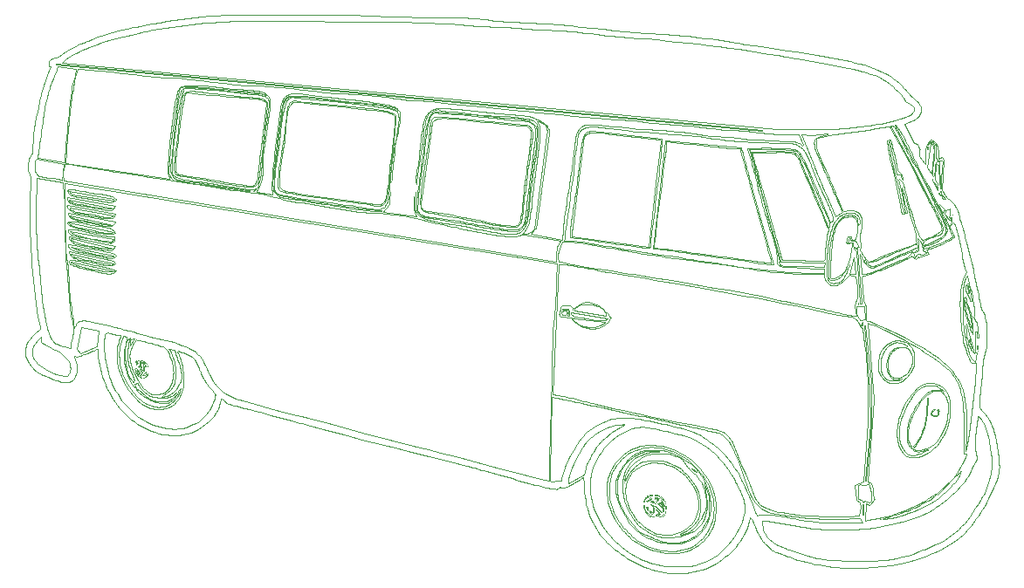
<source format=gbr>
G04 #@! TF.FileFunction,Legend,Top*
%FSLAX46Y46*%
G04 Gerber Fmt 4.6, Leading zero omitted, Abs format (unit mm)*
G04 Created by KiCad (PCBNEW 4.0.7+dfsg1-1~bpo9+1) date Sat May 26 15:28:48 2018*
%MOMM*%
%LPD*%
G01*
G04 APERTURE LIST*
%ADD10C,0.100000*%
%ADD11C,2.600000*%
G04 APERTURE END LIST*
D10*
X89938000Y-62547550D02*
X89876500Y-62536950D01*
X89972600Y-62553550D02*
X89938000Y-62547550D01*
X90077600Y-62565450D02*
X89972600Y-62553550D01*
X90193900Y-62571250D02*
X90077600Y-62565450D01*
X90305100Y-62574750D02*
X90193900Y-62571250D01*
X90399000Y-62581850D02*
X90305100Y-62574750D01*
X90430000Y-62586050D02*
X90399000Y-62581850D01*
X90444200Y-62587850D02*
X90430000Y-62586050D01*
X90486700Y-62592850D02*
X90444200Y-62587850D01*
X90521100Y-62596150D02*
X90486700Y-62592850D01*
X90540300Y-62597550D02*
X90521100Y-62596150D01*
X90550700Y-62598950D02*
X90540300Y-62597550D01*
X90559300Y-62602150D02*
X90550700Y-62598950D01*
X90572800Y-62608750D02*
X90559300Y-62602150D01*
X90597800Y-62620750D02*
X90572800Y-62608750D01*
X90630400Y-62635150D02*
X90597800Y-62620750D01*
X90641400Y-62639750D02*
X90630400Y-62635150D01*
X90644700Y-62641250D02*
X90641400Y-62639750D01*
X90653900Y-62648250D02*
X90644700Y-62641250D01*
X93111200Y-63502450D02*
X93050500Y-63613350D01*
X93176000Y-63415350D02*
X93111200Y-63502450D01*
X93244400Y-63349650D02*
X93176000Y-63415350D01*
X93316500Y-63302550D02*
X93244400Y-63349650D01*
X93391900Y-63271950D02*
X93316500Y-63302550D01*
X93470400Y-63255150D02*
X93391900Y-63271950D01*
X93551700Y-63249650D02*
X93470400Y-63255150D01*
X93635500Y-63252850D02*
X93551700Y-63249650D01*
X93721700Y-63262250D02*
X93635500Y-63252850D01*
X93810000Y-63275750D02*
X93721700Y-63262250D01*
X93877500Y-63286750D02*
X93810000Y-63275750D01*
X93900000Y-63290350D02*
X93877500Y-63286750D01*
X94032800Y-63311250D02*
X93900000Y-63290350D01*
X94433200Y-63362150D02*
X94032800Y-63311250D01*
X94987100Y-63419350D02*
X94433200Y-63362150D01*
X95556000Y-63471750D02*
X94987100Y-63419350D01*
X95989600Y-63513550D02*
X95556000Y-63471750D01*
X96134000Y-63529250D02*
X95989600Y-63513550D01*
X96486000Y-63567650D02*
X96134000Y-63529250D01*
X98246900Y-63755350D02*
X96486000Y-63567650D01*
X100009300Y-63915850D02*
X98246900Y-63755350D01*
X78631600Y-88571050D02*
X78734400Y-88586750D01*
X78597100Y-88568050D02*
X78631600Y-88571050D01*
X78597100Y-88921750D02*
X78597100Y-88568050D01*
X78425000Y-89017650D02*
X78597100Y-88921750D01*
X78494000Y-89113250D02*
X78425000Y-89017650D01*
X78582400Y-88995350D02*
X78494000Y-89113250D01*
X78693000Y-89182250D02*
X78582400Y-88995350D01*
X78788600Y-89113250D02*
X78693000Y-89182250D01*
X78783800Y-89106950D02*
X78788600Y-89113250D01*
X78767800Y-89089750D02*
X78783800Y-89106950D01*
X78749900Y-89075550D02*
X78767800Y-89089750D01*
X78734700Y-89069250D02*
X78749900Y-89075550D01*
X78722100Y-89068750D02*
X78734700Y-89069250D01*
X78711800Y-89072850D02*
X78722100Y-89068750D01*
X78703500Y-89079350D02*
X78711800Y-89072850D01*
X78697100Y-89086950D02*
X78703500Y-89079350D01*
X78692200Y-89093750D02*
X78697100Y-89086950D01*
X78688800Y-89098250D02*
X78692200Y-89093750D01*
X78686600Y-89098650D02*
X78688800Y-89098250D01*
X78685300Y-89093350D02*
X78686600Y-89098650D01*
X78684800Y-89080450D02*
X78685300Y-89093350D01*
X78684800Y-89058650D02*
X78684800Y-89080450D01*
X78685000Y-89026050D02*
X78684800Y-89058650D01*
X121158200Y-85014350D02*
X121018600Y-84933350D01*
X123570300Y-77416450D02*
X123121900Y-77339450D01*
X124008600Y-77493250D02*
X123570300Y-77416450D01*
X124431000Y-77568550D02*
X124008600Y-77493250D01*
X124831400Y-77640650D02*
X124431000Y-77568550D01*
X125204200Y-77707850D02*
X124831400Y-77640650D01*
X125543200Y-77768950D02*
X125204200Y-77707850D01*
X125767900Y-77809050D02*
X125543200Y-77768950D01*
X125842900Y-77822250D02*
X125767900Y-77809050D01*
X126033600Y-77855750D02*
X125842900Y-77822250D01*
X126606400Y-77954050D02*
X126033600Y-77855750D01*
X127385000Y-78083950D02*
X126606400Y-77954050D01*
X128173200Y-78210450D02*
X127385000Y-78083950D01*
X128965500Y-78332650D02*
X128173200Y-78210450D01*
X129756700Y-78449350D02*
X128965500Y-78332650D01*
X130541200Y-78559350D02*
X129756700Y-78449350D01*
X131313900Y-78661550D02*
X130541200Y-78559350D01*
X131880300Y-78732250D02*
X131313900Y-78661550D01*
X132069300Y-78754750D02*
X131880300Y-78732250D01*
X132459300Y-78801050D02*
X132069300Y-78754750D01*
X133627800Y-78955350D02*
X132459300Y-78801050D01*
X135189600Y-79180550D02*
X133627800Y-78955350D01*
X136754200Y-79419750D02*
X135189600Y-79180550D01*
X137929400Y-79602150D02*
X136754200Y-79419750D01*
X138321400Y-79662150D02*
X137929400Y-79602150D01*
X138515400Y-79691750D02*
X138321400Y-79662150D01*
X139099000Y-79770850D02*
X138515400Y-79691750D01*
X139886200Y-79861150D02*
X139099000Y-79770850D01*
X140686000Y-79934050D02*
X139886200Y-79861150D01*
X141501000Y-79991050D02*
X140686000Y-79934050D01*
X142334200Y-80033250D02*
X141501000Y-79991050D01*
X143188300Y-80061850D02*
X142334200Y-80033250D01*
X144066200Y-80078150D02*
X143188300Y-80061850D01*
X144744800Y-80083250D02*
X144066200Y-80078150D01*
X144971100Y-80083250D02*
X144744800Y-80083250D01*
X144976200Y-80146050D02*
X144971100Y-80083250D01*
X145009400Y-80333050D02*
X144976200Y-80146050D01*
X145081100Y-80564250D02*
X145009400Y-80333050D01*
X145184300Y-80769450D02*
X145081100Y-80564250D01*
X145317600Y-80941450D02*
X145184300Y-80769450D01*
X145479400Y-81072850D02*
X145317600Y-80941450D01*
X145668300Y-81156450D02*
X145479400Y-81072850D01*
X145882600Y-81185150D02*
X145668300Y-81156450D01*
X146063300Y-81167150D02*
X145882600Y-81185150D01*
X146121000Y-81151550D02*
X146063300Y-81167150D01*
X146185000Y-81134350D02*
X146121000Y-81151550D01*
X146372100Y-81064050D02*
X146185000Y-81134350D01*
X146580100Y-80953950D02*
X146372100Y-81064050D01*
X146754600Y-80827550D02*
X146580100Y-80953950D01*
X146904600Y-80691050D02*
X146754600Y-80827550D01*
X147039300Y-80550850D02*
X146904600Y-80691050D01*
X147168300Y-80413350D02*
X147039300Y-80550850D01*
X147300700Y-80284750D02*
X147168300Y-80413350D01*
X147407800Y-80196950D02*
X147300700Y-80284750D01*
X147445800Y-80171550D02*
X147407800Y-80196950D01*
X148060800Y-80282450D02*
X147445800Y-80171550D01*
X148173000Y-81229650D02*
X148060800Y-80282450D01*
X148152900Y-82381150D02*
X148173000Y-81229650D01*
X148152900Y-82412450D02*
X148152900Y-82381150D01*
X148145300Y-82506550D02*
X148152900Y-82412450D01*
X148125300Y-82600150D02*
X148145300Y-82506550D01*
X148096900Y-82672650D02*
X148125300Y-82600150D01*
X148064600Y-82734650D02*
X148096900Y-82672650D01*
X148032100Y-82796550D02*
X148064600Y-82734650D01*
X148003700Y-82869050D02*
X148032100Y-82796550D01*
X147983700Y-82962850D02*
X148003700Y-82869050D01*
X147976200Y-83056850D02*
X147983700Y-82962850D01*
X147976200Y-83088250D02*
X147976200Y-83056850D01*
X147976200Y-83176550D02*
X147976200Y-83088250D01*
X148077100Y-84147250D02*
X147976200Y-83176550D01*
X148033700Y-84143750D02*
X148077100Y-84147250D01*
X147903900Y-84129750D02*
X148033700Y-84143750D01*
X147712200Y-84104050D02*
X147903900Y-84129750D01*
X147504600Y-84071250D02*
X147712200Y-84104050D01*
X147283600Y-84032150D02*
X147504600Y-84071250D01*
X147051500Y-83987550D02*
X147283600Y-84032150D01*
X146811000Y-83938550D02*
X147051500Y-83987550D01*
X146564300Y-83886050D02*
X146811000Y-83938550D01*
X146314000Y-83830850D02*
X146564300Y-83886050D01*
X146062500Y-83773950D02*
X146314000Y-83830850D01*
X145812400Y-83716450D02*
X146062500Y-83773950D01*
X145566000Y-83658950D02*
X145812400Y-83716450D01*
X145325700Y-83602550D02*
X145566000Y-83658950D01*
X145094200Y-83548250D02*
X145325700Y-83602550D01*
X144873700Y-83496850D02*
X145094200Y-83548250D01*
X144666900Y-83449250D02*
X144873700Y-83496850D01*
X144523900Y-83416950D02*
X144666900Y-83449250D01*
X144476100Y-83406450D02*
X144523900Y-83416950D01*
X144255000Y-83357850D02*
X144476100Y-83406450D01*
X143590800Y-83214350D02*
X144255000Y-83357850D01*
X142701900Y-83026050D02*
X143590800Y-83214350D01*
X141824600Y-82842850D02*
X142701900Y-83026050D01*
X141186500Y-82710450D02*
X141824600Y-82842850D01*
X140973900Y-82666250D02*
X141186500Y-82710450D01*
X140531200Y-82574450D02*
X140973900Y-82666250D01*
X139202800Y-82302950D02*
X140531200Y-82574450D01*
X137416500Y-81950450D02*
X139202800Y-82302950D01*
X135624200Y-81619450D02*
X137416500Y-81950450D01*
X134282800Y-81390650D02*
X135624200Y-81619450D01*
X133834700Y-81320550D02*
X134282800Y-81390650D01*
X133375500Y-81248650D02*
X133834700Y-81320550D01*
X132000400Y-81019650D02*
X133375500Y-81248650D01*
X130170000Y-80702450D02*
X132000400Y-81019650D01*
X128337900Y-80384950D02*
X130170000Y-80702450D01*
X126959000Y-80155150D02*
X128337900Y-80384950D01*
X126498700Y-80083250D02*
X126959000Y-80155150D01*
X126281500Y-80049250D02*
X126498700Y-80083250D01*
X125629400Y-79949650D02*
X126281500Y-80049250D01*
X124720800Y-79812150D02*
X125629400Y-79949650D01*
X123787300Y-79670050D02*
X124720800Y-79812150D01*
X122843500Y-79521750D02*
X123787300Y-79670050D01*
X121903500Y-79366450D02*
X122843500Y-79521750D01*
X120981900Y-79202650D02*
X121903500Y-79366450D01*
X120092900Y-79029450D02*
X120981900Y-79202650D01*
X119461000Y-78894650D02*
X120092900Y-79029450D01*
X119251200Y-78845750D02*
X119461000Y-78894650D01*
X121775100Y-77123950D02*
X121345400Y-77062450D01*
X138196900Y-70277850D02*
X138249600Y-70483250D01*
X140476100Y-103360360D02*
X140231800Y-103321850D01*
X140739400Y-103398720D02*
X140476100Y-103360360D01*
X141331700Y-103485960D02*
X141023900Y-103439630D01*
X125614200Y-94666250D02*
X125614200Y-94666250D01*
X125559600Y-94704050D02*
X125614200Y-94666250D01*
X125395000Y-94815850D02*
X125559600Y-94704050D01*
X142781200Y-67558650D02*
X142769200Y-67542250D01*
X142792200Y-67570350D02*
X142781200Y-67558650D01*
X142801200Y-67574750D02*
X142792200Y-67570350D01*
X142806900Y-67571250D02*
X142801200Y-67574750D01*
X142807800Y-67569650D02*
X142806900Y-67571250D01*
X142807800Y-67569650D02*
X142807800Y-67569650D01*
X142814300Y-67573550D02*
X142807800Y-67569650D01*
X142823000Y-67595450D02*
X142814300Y-67573550D01*
X142833300Y-67617450D02*
X142823000Y-67595450D01*
X142843500Y-67622150D02*
X142833300Y-67617450D01*
X142844400Y-67621250D02*
X142843500Y-67622150D01*
X142947500Y-67547650D02*
X142844400Y-67621250D01*
X142490800Y-66560650D02*
X142947500Y-67547650D01*
X142435700Y-66560650D02*
X142490800Y-66560650D01*
X142270400Y-66559250D02*
X142435700Y-66560650D01*
X142025000Y-66555150D02*
X142270400Y-66559250D01*
X141758300Y-66548750D02*
X142025000Y-66555150D01*
X141474200Y-66539750D02*
X141758300Y-66548750D01*
X141175800Y-66528350D02*
X141474200Y-66539750D01*
X140867200Y-66514950D02*
X141175800Y-66528350D01*
X144790800Y-73454450D02*
X144802800Y-73480850D01*
X76297920Y-72836050D02*
X75855980Y-73101150D01*
X71968110Y-72393350D02*
X71968110Y-72393350D01*
X71968060Y-72393350D02*
X71968110Y-72393350D01*
X71759610Y-72059650D02*
X71968060Y-72393350D01*
X76051390Y-72823350D02*
X71759610Y-72059650D01*
X76022530Y-72992250D02*
X76051390Y-72823350D01*
X142636500Y-69245850D02*
X142775700Y-69628250D01*
X142242200Y-68160150D02*
X142364600Y-68226250D01*
X141701700Y-68314050D02*
X141745500Y-68322650D01*
X138359900Y-70916950D02*
X138419200Y-71151450D01*
X151968500Y-79040350D02*
X151777500Y-79122650D01*
X152331700Y-78880150D02*
X152153600Y-78959250D01*
X152501700Y-78803750D02*
X152331700Y-78880150D01*
X152661900Y-78730350D02*
X152501700Y-78803750D01*
X152811700Y-78660350D02*
X152661900Y-78730350D01*
X152949400Y-78594650D02*
X152811700Y-78660350D01*
X153074000Y-78533350D02*
X152949400Y-78594650D01*
X153184200Y-78477450D02*
X153074000Y-78533350D01*
X153278700Y-78426950D02*
X153184200Y-78477450D01*
X153356500Y-78382850D02*
X153278700Y-78426950D01*
X153416100Y-78345450D02*
X153356500Y-78382850D01*
X153446900Y-78323650D02*
X153416100Y-78345450D01*
X153456400Y-78315450D02*
X153446900Y-78323650D01*
X153889000Y-78594750D02*
X153456400Y-78315450D01*
X154106000Y-78335050D02*
X153889000Y-78594750D01*
X154110000Y-78429250D02*
X154106000Y-78335050D01*
X155153700Y-78109050D02*
X154110000Y-78429250D01*
X154855500Y-77710450D02*
X155153700Y-78109050D01*
X154885000Y-77702950D02*
X154855500Y-77710450D01*
X154973200Y-77677550D02*
X154885000Y-77702950D01*
X155120000Y-77631450D02*
X154973200Y-77677550D01*
X155291200Y-77573550D02*
X155120000Y-77631450D01*
X155482300Y-77505350D02*
X155291200Y-77573550D01*
X155688300Y-77428550D02*
X155482300Y-77505350D01*
X155904700Y-77344450D02*
X155688300Y-77428550D01*
X156126800Y-77255150D02*
X155904700Y-77344450D01*
X156349700Y-77161750D02*
X156126800Y-77255150D01*
X156569000Y-77066050D02*
X156349700Y-77161750D01*
X156779700Y-76969650D02*
X156569000Y-77066050D01*
X156977200Y-76873950D02*
X156779700Y-76969650D01*
X157156900Y-76780650D02*
X156977200Y-76873950D01*
X157314000Y-76691250D02*
X157156900Y-76780650D01*
X157443900Y-76607550D02*
X157314000Y-76691250D01*
X157541800Y-76530850D02*
X157443900Y-76607550D01*
X157590700Y-76481850D02*
X157541800Y-76530850D01*
X157603000Y-76462950D02*
X157590700Y-76481850D01*
X151581900Y-79206050D02*
X151383200Y-79289750D01*
X157171900Y-73719350D02*
X157147500Y-73731050D01*
X118990700Y-78755650D02*
X118992100Y-78485050D01*
X157393200Y-74294050D02*
X157393200Y-74294050D01*
X157437100Y-74337950D02*
X157393200Y-74294050D01*
X157435500Y-74339450D02*
X157437100Y-74337950D01*
X157423700Y-74337150D02*
X157435500Y-74339450D01*
X157409000Y-74320850D02*
X157423700Y-74337150D01*
X157397200Y-74302250D02*
X157409000Y-74320850D01*
X157393200Y-74294050D02*
X157397200Y-74302250D01*
X157393200Y-74294050D02*
X157393200Y-74294050D01*
X155616900Y-72905850D02*
X155616900Y-72905850D01*
X155617100Y-72905750D02*
X155616900Y-72905850D01*
X154144400Y-69974050D02*
X155617100Y-72905750D01*
X155529200Y-72950350D02*
X154144400Y-69974050D01*
X155616900Y-72905850D02*
X155529200Y-72950350D01*
X153515700Y-69758250D02*
X153515700Y-69758250D01*
X153573500Y-69873950D02*
X153515700Y-69758250D01*
X153746700Y-70221150D02*
X153573500Y-69873950D01*
X153951500Y-70632450D02*
X153746700Y-70221150D01*
X154138500Y-71007150D02*
X153951500Y-70632450D01*
X154315100Y-71360450D02*
X154138500Y-71007150D01*
X154489700Y-71707850D02*
X154315100Y-71360450D01*
X154670300Y-72064350D02*
X154489700Y-71707850D01*
X154864700Y-72445150D02*
X154670300Y-72064350D01*
X155026900Y-72760450D02*
X154864700Y-72445150D01*
X155081200Y-72865450D02*
X155026900Y-72760450D01*
X155175000Y-72817450D02*
X155081200Y-72865450D01*
X153614400Y-69708750D02*
X155175000Y-72817450D01*
X153515700Y-69758250D02*
X153614400Y-69708750D01*
X72232490Y-85297850D02*
X72232490Y-85297850D01*
X72232820Y-85298250D02*
X72232490Y-85297850D01*
X72232820Y-85298250D02*
X72232820Y-85298250D01*
X72225660Y-85212550D02*
X72232820Y-85298250D01*
X72197930Y-84955750D02*
X72225660Y-85212550D01*
X72149920Y-84584350D02*
X72197930Y-84955750D01*
X72092570Y-84191950D02*
X72149920Y-84584350D01*
X72029640Y-83786850D02*
X72092570Y-84191950D01*
X71964860Y-83376850D02*
X72029640Y-83786850D01*
X71901980Y-82970050D02*
X71964860Y-83376850D01*
X71844850Y-82574650D02*
X71901980Y-82970050D01*
X71807960Y-82292650D02*
X71844850Y-82574650D01*
X71797160Y-82198550D02*
X71807960Y-82292650D01*
X71785600Y-82097850D02*
X71797160Y-82198550D01*
X71759730Y-81795050D02*
X71785600Y-82097850D01*
X71734990Y-81379650D02*
X71759730Y-81795050D01*
X71717680Y-80957250D02*
X71734990Y-81379650D01*
X71702660Y-80532250D02*
X71717680Y-80957250D01*
X71684640Y-80109350D02*
X71702660Y-80532250D01*
X71658490Y-79693150D02*
X71684640Y-80109350D01*
X71618990Y-79288250D02*
X71658490Y-79693150D01*
X71578570Y-78995850D02*
X71618990Y-79288250D01*
X71561000Y-78899350D02*
X71578570Y-78995850D01*
X71547380Y-78824650D02*
X71561000Y-78899350D01*
X71514390Y-78599350D02*
X71547380Y-78824650D01*
X71474890Y-78255850D02*
X71514390Y-78599350D01*
X71441850Y-77874650D02*
X71474890Y-78255850D01*
X71414730Y-77461550D02*
X71441850Y-77874650D01*
X71393030Y-77022550D02*
X71414730Y-77461550D01*
X71376100Y-76563050D02*
X71393030Y-77022550D01*
X71363410Y-76089250D02*
X71376100Y-76563050D01*
X71354450Y-75606550D02*
X71363410Y-76089250D01*
X71348600Y-75121050D02*
X71354450Y-75606550D01*
X71345340Y-74638550D02*
X71348600Y-75121050D01*
X71344140Y-74164650D02*
X71345340Y-74638550D01*
X71344360Y-73705350D02*
X71344140Y-74164650D01*
X71345560Y-73266150D02*
X71344360Y-73705350D01*
X71347070Y-72853250D02*
X71345560Y-73266150D01*
X71348380Y-72472150D02*
X71347070Y-72853250D01*
X71348970Y-72214650D02*
X71348380Y-72472150D01*
X71348970Y-72128950D02*
X71348970Y-72214650D01*
X71348970Y-71244950D02*
X71348970Y-72128950D01*
X119070300Y-79060450D02*
X71348970Y-71244950D01*
X119063700Y-79379350D02*
X119070300Y-79060450D01*
X119026900Y-80335650D02*
X119063700Y-79379350D01*
X118956500Y-81618550D02*
X119026900Y-80335650D01*
X118869400Y-82910150D02*
X118956500Y-81618550D01*
X118776000Y-84211850D02*
X118869400Y-82910150D01*
X118686700Y-85524750D02*
X118776000Y-84211850D01*
X118611800Y-86849950D02*
X118686700Y-85524750D01*
X118561900Y-88188350D02*
X118611800Y-86849950D01*
X118545500Y-89203250D02*
X118561900Y-88188350D01*
X118547200Y-89541450D02*
X118545500Y-89203250D01*
X118548700Y-89868550D02*
X118547200Y-89541450D01*
X118540400Y-90849450D02*
X118548700Y-89868550D01*
X118512400Y-92175150D02*
X118540400Y-90849450D01*
X118470100Y-93512150D02*
X118512400Y-92175150D01*
X118420100Y-94854050D02*
X118470100Y-93512150D01*
X118369400Y-96194650D02*
X118420100Y-94854050D01*
X118324900Y-97527850D02*
X118369400Y-96194650D01*
X118293200Y-98847150D02*
X118324900Y-97527850D01*
X118281100Y-99821650D02*
X118293200Y-98847150D01*
X118281100Y-100146550D02*
X118281100Y-99821650D01*
X117907100Y-100059350D02*
X118281100Y-100146550D01*
X116787500Y-99787850D02*
X117907100Y-100059350D01*
X115290000Y-99410050D02*
X116787500Y-99787850D01*
X113788300Y-99018150D02*
X115290000Y-99410050D01*
X112282200Y-98616950D02*
X113788300Y-99018150D01*
X110771400Y-98211350D02*
X112282200Y-98616950D01*
X109255400Y-97806450D02*
X110771400Y-98211350D01*
X107734300Y-97406850D02*
X109255400Y-97806450D01*
X106589700Y-97113150D02*
X107734300Y-97406850D01*
X106207800Y-97017650D02*
X106589700Y-97113150D01*
X105450300Y-96828250D02*
X106207800Y-97017650D01*
X103182800Y-96240050D02*
X105450300Y-96828250D01*
X100179300Y-95442650D02*
X103182800Y-96240050D01*
X97193600Y-94650750D02*
X100179300Y-95442650D01*
X94966100Y-94074450D02*
X97193600Y-94650750D01*
X94221900Y-93889350D02*
X94966100Y-94074450D01*
X93845400Y-93795750D02*
X94221900Y-93889350D01*
X92720000Y-93497450D02*
X93845400Y-93795750D01*
X91230500Y-93086150D02*
X92720000Y-93497450D01*
X89738600Y-92674250D02*
X91230500Y-93086150D01*
X88608200Y-92374350D02*
X89738600Y-92674250D01*
X88230000Y-92280150D02*
X88608200Y-92374350D01*
X88144700Y-92259050D02*
X88230000Y-92280150D01*
X87893700Y-92177950D02*
X88144700Y-92259050D01*
X87559300Y-92041150D02*
X87893700Y-92177950D01*
X87232800Y-91875050D02*
X87559300Y-92041150D01*
X86920100Y-91684450D02*
X87232800Y-91875050D01*
X86627600Y-91474650D02*
X86920100Y-91684450D01*
X86361200Y-91250150D02*
X86627600Y-91474650D01*
X86127100Y-91016550D02*
X86361200Y-91250150D01*
X85976700Y-90840450D02*
X86127100Y-91016550D01*
X85931200Y-90778350D02*
X85976700Y-90840450D01*
X85871200Y-90696250D02*
X85931200Y-90778350D01*
X85700800Y-90443050D02*
X85871200Y-90696250D01*
X85512400Y-90129950D02*
X85700800Y-90443050D01*
X85354200Y-89831750D02*
X85512400Y-90129950D01*
X85214400Y-89540850D02*
X85354200Y-89831750D01*
X85081400Y-89250150D02*
X85214400Y-89540850D01*
X84943300Y-88951950D02*
X85081400Y-89250150D01*
X84788600Y-88639050D02*
X84943300Y-88951950D01*
X84652900Y-88386550D02*
X84788600Y-88639050D01*
X84605100Y-88303950D02*
X84652900Y-88386550D01*
X84568600Y-88240750D02*
X84605100Y-88303950D01*
X84437400Y-88063350D02*
X84568600Y-88240750D01*
X84226800Y-87841750D02*
X84437400Y-88063350D01*
X83977800Y-87637450D02*
X84226800Y-87841750D01*
X83694700Y-87449450D02*
X83977800Y-87637450D01*
X83382100Y-87276750D02*
X83694700Y-87449450D01*
X83044400Y-87117950D02*
X83382100Y-87276750D01*
X82686100Y-86971950D02*
X83044400Y-87117950D01*
X82311700Y-86837650D02*
X82686100Y-86971950D01*
X81925400Y-86713950D02*
X82311700Y-86837650D01*
X81531800Y-86599250D02*
X81925400Y-86713950D01*
X81135500Y-86492650D02*
X81531800Y-86599250D01*
X80740900Y-86393250D02*
X81135500Y-86492650D01*
X80352300Y-86299250D02*
X80740900Y-86393250D01*
X79974300Y-86210050D02*
X80352300Y-86299250D01*
X79611300Y-86124050D02*
X79974300Y-86210050D01*
X79353600Y-86061750D02*
X79611300Y-86124050D01*
X79267900Y-86040350D02*
X79353600Y-86061750D01*
X79208200Y-86025450D02*
X79267900Y-86040350D01*
X79029800Y-85979250D02*
X79208200Y-86025450D01*
X78729400Y-85899950D02*
X79029800Y-85979250D01*
X78376000Y-85805650D02*
X78729400Y-85899950D01*
X77979000Y-85699050D02*
X78376000Y-85805650D01*
X77547700Y-85583650D02*
X77979000Y-85699050D01*
X77091300Y-85462250D02*
X77547700Y-85583650D01*
X76619320Y-85337850D02*
X77091300Y-85462250D01*
X76141020Y-85213550D02*
X76619320Y-85337850D01*
X75665660Y-85092550D02*
X76141020Y-85213550D01*
X75202600Y-84977650D02*
X75665660Y-85092550D01*
X74761140Y-84872150D02*
X75202600Y-84977650D01*
X74350660Y-84779050D02*
X74761140Y-84872150D01*
X73980430Y-84701250D02*
X74350660Y-84779050D01*
X73659850Y-84641850D02*
X73980430Y-84701250D01*
X73398130Y-84604050D02*
X73659850Y-84641850D01*
X73253060Y-84590750D02*
X73398130Y-84604050D01*
X73204710Y-84590750D02*
X73253060Y-84590750D01*
X73116390Y-84590750D02*
X73204710Y-84590750D01*
X73064200Y-84590750D02*
X73116390Y-84590750D01*
X72907730Y-84606750D02*
X73064200Y-84590750D01*
X72747140Y-84651850D02*
X72907730Y-84606750D01*
X72624530Y-84721850D02*
X72747140Y-84651850D01*
X72529960Y-84812550D02*
X72624530Y-84721850D01*
X72453460Y-84919750D02*
X72529960Y-84812550D01*
X72385060Y-85039250D02*
X72453460Y-84919750D01*
X72314680Y-85166550D02*
X72385060Y-85039250D01*
X72254520Y-85266050D02*
X72314680Y-85166550D01*
X72232490Y-85297850D02*
X72254520Y-85266050D01*
X140551700Y-66499250D02*
X140867200Y-66514950D01*
X140232900Y-66481450D02*
X140551700Y-66499250D01*
X139914600Y-66461750D02*
X140232900Y-66481450D01*
X139600400Y-66440050D02*
X139914600Y-66461750D01*
X139293700Y-66416750D02*
X139600400Y-66440050D01*
X138998300Y-66391750D02*
X139293700Y-66416750D01*
X138717900Y-66365050D02*
X138998300Y-66391750D01*
X138456000Y-66336950D02*
X138717900Y-66365050D01*
X138216100Y-66307450D02*
X138456000Y-66336950D01*
X138055300Y-66285150D02*
X138216100Y-66307450D01*
X138001900Y-66276750D02*
X138055300Y-66285150D01*
X137873600Y-66256550D02*
X138001900Y-66276750D01*
X137486800Y-66210150D02*
X137873600Y-66256550D01*
X136946500Y-66162550D02*
X137486800Y-66210150D01*
X136388900Y-66127150D02*
X136946500Y-66162550D01*
X135821800Y-66096850D02*
X136388900Y-66127150D01*
X135253200Y-66064650D02*
X135821800Y-66096850D01*
X134691000Y-66023950D02*
X135253200Y-66064650D01*
X134142900Y-65967650D02*
X134691000Y-66023950D01*
X133747900Y-65912450D02*
X134142900Y-65967650D01*
X116714600Y-72225550D02*
X116759200Y-71757450D01*
X116648900Y-72861250D02*
X116714600Y-72225550D01*
X116573600Y-73502450D02*
X116648900Y-72861250D01*
X116510000Y-73982850D02*
X116573600Y-73502450D01*
X116486400Y-74142650D02*
X116510000Y-73982850D01*
X116476900Y-74206450D02*
X116486400Y-74142650D01*
X116449200Y-74397950D02*
X116476900Y-74206450D01*
X116417900Y-74613550D02*
X116449200Y-74397950D01*
X116391200Y-74794350D02*
X116417900Y-74613550D01*
X116367200Y-74945350D02*
X116391200Y-74794350D01*
X116344600Y-75071250D02*
X116367200Y-74945350D01*
X116321400Y-75176950D02*
X116344600Y-75071250D01*
X116296100Y-75267550D02*
X116321400Y-75176950D01*
X116267300Y-75347550D02*
X116296100Y-75267550D01*
X116233200Y-75421850D02*
X116267300Y-75347550D01*
X116192100Y-75495650D02*
X116233200Y-75421850D01*
X116142500Y-75573350D02*
X116192100Y-75495650D01*
X116082800Y-75660350D02*
X116142500Y-75573350D01*
X116011400Y-75760850D02*
X116082800Y-75660350D01*
X115926500Y-75880350D02*
X116011400Y-75760850D01*
X133617100Y-65888750D02*
X133747900Y-65912450D01*
X133496000Y-65866950D02*
X133617100Y-65888750D01*
X133130800Y-65812650D02*
X133496000Y-65866950D01*
X132596000Y-65747650D02*
X133130800Y-65812650D01*
X132028200Y-65692250D02*
X132596000Y-65747650D01*
X131442800Y-65644750D02*
X132028200Y-65692250D01*
X130855300Y-65603550D02*
X131442800Y-65644750D01*
X130280800Y-65566750D02*
X130855300Y-65603550D01*
X129735300Y-65532650D02*
X130280800Y-65566750D01*
X129358900Y-65508550D02*
X129735300Y-65532650D01*
X129233600Y-65499750D02*
X129358900Y-65508550D01*
X129103500Y-65490750D02*
X129233600Y-65499750D01*
X128713600Y-65455850D02*
X129103500Y-65490750D01*
X128176100Y-65398550D02*
X128713600Y-65455850D01*
X127626800Y-65332550D02*
X128176100Y-65398550D01*
X127071400Y-65263350D02*
X127626800Y-65332550D01*
X126515700Y-65196150D02*
X127071400Y-65263350D01*
X125965400Y-65135750D02*
X126515700Y-65196150D01*
X125426100Y-65087650D02*
X125965400Y-65135750D01*
X125034400Y-65062150D02*
X125426100Y-65087650D01*
X124903700Y-65056950D02*
X125034400Y-65062150D01*
X124645400Y-65046550D02*
X124903700Y-65056950D01*
X123871100Y-65004450D02*
X124645400Y-65046550D01*
X122791800Y-64930150D02*
X123871100Y-65004450D01*
X121680400Y-64837950D02*
X122791800Y-64930150D01*
X120551700Y-64731950D02*
X121680400Y-64837950D01*
X119420400Y-64616850D02*
X120551700Y-64731950D01*
X118301400Y-64496250D02*
X119420400Y-64616850D01*
X117209300Y-64374750D02*
X118301400Y-64496250D01*
X116421500Y-64285850D02*
X117209300Y-64374750D01*
X116159000Y-64256250D02*
X116421500Y-64285850D01*
X115621400Y-64195750D02*
X116159000Y-64256250D01*
X114006800Y-64029650D02*
X115621400Y-64195750D01*
X111823700Y-63819050D02*
X114006800Y-64029650D01*
X109639700Y-63609350D02*
X111823700Y-63819050D01*
X108022800Y-63445050D02*
X109639700Y-63609350D01*
X107484400Y-63385350D02*
X108022800Y-63445050D01*
X107350700Y-63370450D02*
X107484400Y-63385350D01*
X106948500Y-63333550D02*
X107350700Y-63370450D01*
X106398200Y-63291850D02*
X106948500Y-63333550D01*
X79478500Y-93030550D02*
X79304600Y-92958650D01*
X78962000Y-92773350D02*
X78794000Y-92661550D01*
X71432790Y-89982250D02*
X71432790Y-89982250D01*
X71384070Y-89982250D02*
X71432790Y-89982250D01*
X71238030Y-89969250D02*
X71384070Y-89982250D01*
X71016950Y-89931150D02*
X71238030Y-89969250D01*
X70774920Y-89870150D02*
X71016950Y-89931150D01*
X70517270Y-89787850D02*
X70774920Y-89870150D01*
X70249420Y-89685750D02*
X70517270Y-89787850D01*
X69976680Y-89565850D02*
X70249420Y-89685750D01*
X69704450Y-89429950D02*
X69976680Y-89565850D01*
X69438110Y-89279650D02*
X69704450Y-89429950D01*
X69182960Y-89116750D02*
X69438110Y-89279650D01*
X68944460Y-88943050D02*
X69182960Y-89116750D01*
X68727930Y-88760350D02*
X68944460Y-88943050D01*
X68538700Y-88570350D02*
X68727930Y-88760350D01*
X68382230Y-88374950D02*
X68538700Y-88570350D01*
X68263800Y-88175450D02*
X68382230Y-88374950D01*
X68188760Y-87974250D02*
X68263800Y-88175450D01*
X68162610Y-87822950D02*
X68188760Y-87974250D01*
X68162610Y-87772650D02*
X68162610Y-87822950D01*
X68162610Y-87507450D02*
X68162610Y-87772650D01*
X68162610Y-87460450D02*
X68162610Y-87507450D01*
X68187950Y-87319450D02*
X68162610Y-87460450D01*
X68257500Y-87124350D02*
X68187950Y-87319450D01*
X68361240Y-86928750D02*
X68257500Y-87124350D01*
X68489320Y-86739450D02*
X68361240Y-86928750D01*
X68631790Y-86563350D02*
X68489320Y-86739450D01*
X68778770Y-86407250D02*
X68631790Y-86563350D01*
X68920270Y-86277650D02*
X68778770Y-86407250D01*
X69013570Y-86203650D02*
X68920270Y-86277650D01*
X69046460Y-86181750D02*
X69013570Y-86203650D01*
X69046460Y-86711950D02*
X69046460Y-86181750D01*
X69096700Y-86745750D02*
X69046460Y-86711950D01*
X69251700Y-86840450D02*
X69096700Y-86745750D01*
X69470220Y-86962950D02*
X69251700Y-86840450D01*
X69698360Y-87081750D02*
X69470220Y-86962950D01*
X69932480Y-87198750D02*
X69698360Y-87081750D01*
X70168910Y-87316550D02*
X69932480Y-87198750D01*
X70403990Y-87437150D02*
X70168910Y-87316550D01*
X70634020Y-87562550D02*
X70403990Y-87437150D01*
X70855380Y-87695150D02*
X70634020Y-87562550D01*
X71064420Y-87837150D02*
X70855380Y-87695150D01*
X71257450Y-87990550D02*
X71064420Y-87837150D01*
X71430840Y-88157650D02*
X71257450Y-87990550D01*
X71580910Y-88340750D02*
X71430840Y-88157650D01*
X71703950Y-88541850D02*
X71580910Y-88340750D01*
X71796410Y-88763050D02*
X71703950Y-88541850D01*
X71854560Y-89006850D02*
X71796410Y-88763050D01*
X71874790Y-89207950D02*
X71854560Y-89006850D01*
X71874790Y-89275150D02*
X71874790Y-89207950D01*
X71874790Y-89302150D02*
X71874790Y-89275150D01*
X71867100Y-89382950D02*
X71874790Y-89302150D01*
X71844420Y-89499350D02*
X71867100Y-89382950D01*
X71807530Y-89617450D02*
X71844420Y-89499350D01*
X71757070Y-89729750D02*
X71807530Y-89617450D01*
X71693640Y-89829650D02*
X71757070Y-89729750D01*
X71618020Y-89909650D02*
X71693640Y-89829650D01*
X71530840Y-89962950D02*
X71618020Y-89909650D01*
X71457270Y-89982250D02*
X71530840Y-89962950D01*
X71432790Y-89982250D02*
X71457270Y-89982250D01*
X76214810Y-73424750D02*
X76214810Y-73424750D01*
X76214590Y-73424750D02*
X76214810Y-73424750D01*
X71534250Y-72607550D02*
X76214590Y-73424750D01*
X71536740Y-72645150D02*
X71534250Y-72607550D01*
X71558340Y-72757450D02*
X71536740Y-72645150D01*
X71607280Y-72886950D02*
X71558340Y-72757450D01*
X71678500Y-72998250D02*
X71607280Y-72886950D01*
X71769540Y-73092450D02*
X71678500Y-72998250D01*
X71877890Y-73171550D02*
X71769540Y-73092450D01*
X72000990Y-73237150D02*
X71877890Y-73171550D01*
X72136350Y-73291050D02*
X72000990Y-73237150D01*
X72281430Y-73334650D02*
X72136350Y-73291050D01*
X72433770Y-73369950D02*
X72281430Y-73334650D01*
X72590840Y-73398350D02*
X72433770Y-73369950D01*
X72750070Y-73421750D02*
X72590840Y-73398350D01*
X72909030Y-73441750D02*
X72750070Y-73421750D01*
X73065110Y-73460050D02*
X72909030Y-73441750D01*
X73215950Y-73478250D02*
X73065110Y-73460050D01*
X73358850Y-73498150D02*
X73215950Y-73478250D01*
X73458460Y-73514650D02*
X73358850Y-73498150D01*
X73491450Y-73521250D02*
X73458460Y-73514650D01*
X73553670Y-73533750D02*
X73491450Y-73521250D01*
X73740360Y-73571750D02*
X73553670Y-73533750D01*
X74030610Y-73630350D02*
X73740360Y-73571750D01*
X74348270Y-73692650D02*
X74030610Y-73630350D01*
X74679270Y-73753750D02*
X74348270Y-73692650D01*
X75009500Y-73809350D02*
X74679270Y-73753750D01*
X75325100Y-73854750D02*
X75009500Y-73809350D01*
X154332100Y-92396450D02*
X154295400Y-92474650D01*
X154339400Y-92369050D02*
X154332100Y-92396450D01*
X154312400Y-92387150D02*
X154339400Y-92369050D01*
X154237600Y-92450750D02*
X154312400Y-92387150D01*
X154131100Y-92561050D02*
X154237600Y-92450750D01*
X154021400Y-92697150D02*
X154131100Y-92561050D01*
X153909900Y-92855750D02*
X154021400Y-92697150D01*
X153798500Y-93033650D02*
X153909900Y-92855750D01*
X153688300Y-93227850D02*
X153798500Y-93033650D01*
X153581200Y-93435150D02*
X153688300Y-93227850D01*
X153478900Y-93652550D02*
X153581200Y-93435150D01*
X153382600Y-93876750D02*
X153478900Y-93652550D01*
X153294200Y-94104450D02*
X153382600Y-93876750D01*
X153214900Y-94332950D02*
X153294200Y-94104450D01*
X153146700Y-94558950D02*
X153214900Y-94332950D01*
X153090800Y-94779050D02*
X153146700Y-94558950D01*
X153048900Y-94990450D02*
X153090800Y-94779050D01*
X153022600Y-95189950D02*
X153048900Y-94990450D01*
X153013600Y-95328150D02*
X153022600Y-95189950D01*
X153013600Y-95374250D02*
X153013600Y-95328150D01*
X153013600Y-95992950D02*
X153013600Y-95374250D01*
X153013600Y-96035350D02*
X153013600Y-95992950D01*
X153020800Y-96162850D02*
X153013600Y-96035350D01*
X153042500Y-96317650D02*
X153020800Y-96162850D01*
X153078000Y-96458250D02*
X153042500Y-96317650D01*
X153127500Y-96584950D02*
X153078000Y-96458250D01*
X153190100Y-96698350D02*
X153127500Y-96584950D01*
X153266000Y-96799250D02*
X153190100Y-96698350D01*
X153354600Y-96887950D02*
X153266000Y-96799250D01*
X153429200Y-96947550D02*
X153354600Y-96887950D01*
X153455400Y-96965150D02*
X153429200Y-96947550D01*
X153445300Y-96926850D02*
X153455400Y-96965150D01*
X153405800Y-96814050D02*
X153445300Y-96926850D01*
X153349600Y-96689050D02*
X153405800Y-96814050D01*
X153290800Y-96576450D02*
X153349600Y-96689050D01*
X153233700Y-96462850D02*
X153290800Y-96576450D01*
X153182200Y-96334650D02*
X153233700Y-96462850D01*
X153140300Y-96178550D02*
X153182200Y-96334650D01*
X128695000Y-102901660D02*
X129081200Y-103312840D01*
X128608200Y-102959970D02*
X128695000Y-102901660D01*
X128996100Y-103308560D02*
X128608200Y-102959970D01*
X128627900Y-103435890D02*
X128996100Y-103308560D01*
X128622900Y-103504950D02*
X128627900Y-103435890D01*
X128649400Y-103504950D02*
X128622900Y-103504950D01*
X128728700Y-103503750D02*
X128649400Y-103504950D01*
X128801000Y-103499140D02*
X128728700Y-103503750D01*
X128849300Y-103489600D02*
X128801000Y-103499140D01*
X128883900Y-103473540D02*
X128849300Y-103489600D01*
X128914600Y-103449350D02*
X128883900Y-103473540D01*
X128951000Y-103415600D02*
X128914600Y-103449350D01*
X129003300Y-103370570D02*
X128951000Y-103415600D01*
X129061200Y-103326570D02*
X129003300Y-103370570D01*
X129081200Y-103312840D02*
X129061200Y-103326570D01*
X137750800Y-68092650D02*
X137720100Y-67974650D01*
X127729400Y-98497650D02*
X127474800Y-98586150D01*
X128259400Y-98392350D02*
X127991500Y-98432550D01*
X128463200Y-98378750D02*
X128259400Y-98392350D01*
X128531100Y-98378750D02*
X128463200Y-98378750D01*
X128635400Y-98378750D02*
X128531100Y-98378750D01*
X128948300Y-98401450D02*
X128635400Y-98378750D01*
X129357200Y-98468250D02*
X128948300Y-98401450D01*
X129755300Y-98576250D02*
X129357200Y-98468250D01*
X130140000Y-98722950D02*
X129755300Y-98576250D01*
X130508700Y-98905550D02*
X130140000Y-98722950D01*
X130858900Y-99121550D02*
X130508700Y-98905550D01*
X131187900Y-99368150D02*
X130858900Y-99121550D01*
X131493300Y-99642950D02*
X131187900Y-99368150D01*
X131772300Y-99942950D02*
X131493300Y-99642950D01*
X132022600Y-100265850D02*
X131772300Y-99942950D01*
X132241400Y-100608750D02*
X132022600Y-100265850D01*
X132426200Y-100969250D02*
X132241400Y-100608750D01*
X132574300Y-101344550D02*
X132426200Y-100969250D01*
X132683500Y-101731950D02*
X132574300Y-101344550D01*
X132750700Y-102128920D02*
X132683500Y-101731950D01*
X132773700Y-102431820D02*
X132750700Y-102128920D01*
X132773700Y-102532780D02*
X132773700Y-102431820D01*
X129958900Y-105626320D02*
X129857100Y-105626320D01*
X129221000Y-103172110D02*
X129221000Y-103172110D01*
X128602200Y-102553410D02*
X129221000Y-103172110D01*
X128519900Y-102606460D02*
X128602200Y-102553410D01*
X129173700Y-103219250D02*
X128519900Y-102606460D01*
X129221000Y-103172110D02*
X129173700Y-103219250D01*
X128039900Y-103093490D02*
X128020500Y-103033110D01*
X128181000Y-103504950D02*
X128181000Y-103504950D01*
X128181000Y-103505000D02*
X128181000Y-103504950D01*
X128144300Y-103485640D02*
X128181000Y-103505000D01*
X128036700Y-103423520D02*
X128144300Y-103485640D01*
X127934600Y-103354450D02*
X128036700Y-103423520D01*
X127863300Y-103292220D02*
X127934600Y-103354450D01*
X127811100Y-103231140D02*
X127863300Y-103292220D01*
X127766400Y-103165660D02*
X127811100Y-103231140D01*
X127717800Y-103090070D02*
X127766400Y-103165660D01*
X127653500Y-102998820D02*
X127717800Y-103090070D01*
X127586000Y-102913590D02*
X127653500Y-102998820D01*
X127562200Y-102886290D02*
X127586000Y-102913590D01*
X127568600Y-102913700D02*
X127562200Y-102886290D01*
X127599300Y-102993240D02*
X127568600Y-102913700D01*
X127660400Y-103114860D02*
X127599300Y-102993240D01*
X127737900Y-103241220D02*
X127660400Y-103114860D01*
X150446400Y-103871600D02*
X150448300Y-103860360D01*
X105839000Y-63255650D02*
X106398200Y-63291850D01*
X105276800Y-63220050D02*
X105839000Y-63255650D01*
X104716900Y-63180450D02*
X105276800Y-63220050D01*
X104164900Y-63131950D02*
X104716900Y-63180450D01*
X103626400Y-63070050D02*
X104164900Y-63131950D01*
X103236400Y-63013150D02*
X103626400Y-63070050D01*
X103107100Y-62989950D02*
X103236400Y-63013150D01*
X103057500Y-62981050D02*
X103107100Y-62989950D01*
X102908300Y-62956850D02*
X103057500Y-62981050D01*
X102679600Y-62923050D02*
X102908300Y-62956850D01*
X102425100Y-62888950D02*
X102679600Y-62923050D01*
X102149400Y-62854950D02*
X102425100Y-62888950D01*
X101856700Y-62821150D02*
X102149400Y-62854950D01*
X101551100Y-62788350D02*
X101856700Y-62821150D01*
X101237200Y-62756550D02*
X101551100Y-62788350D01*
X100919200Y-62726250D02*
X101237200Y-62756550D01*
X100601200Y-62697850D02*
X100919200Y-62726250D01*
X100287800Y-62671750D02*
X100601200Y-62697850D01*
X99983200Y-62648150D02*
X100287800Y-62671750D01*
X99691500Y-62627550D02*
X99983200Y-62648150D01*
X127823600Y-103362320D02*
X127737900Y-103241220D01*
X127909900Y-103468060D02*
X127823600Y-103362320D01*
X127988600Y-103548460D02*
X127909900Y-103468060D01*
X128052200Y-103593600D02*
X127988600Y-103548460D01*
X128087500Y-103598430D02*
X128052200Y-103593600D01*
X128092600Y-103593390D02*
X128087500Y-103598430D01*
X128181000Y-103504950D02*
X128092600Y-103593390D01*
X129081200Y-103312840D02*
X129081200Y-103312840D01*
X127930500Y-101634150D02*
X127930500Y-101634150D01*
X127842200Y-101545850D02*
X127930500Y-101634150D01*
X127825300Y-101570450D02*
X127842200Y-101545850D01*
X127769200Y-101641050D02*
X127825300Y-101570450D01*
X127700700Y-101714650D02*
X127769200Y-101641050D01*
X158515300Y-82391550D02*
X158532400Y-82370150D01*
X158504000Y-82425850D02*
X158515300Y-82391550D01*
X99417300Y-62610150D02*
X99691500Y-62627550D01*
X99164900Y-62596550D02*
X99417300Y-62610150D01*
X98938300Y-62587250D02*
X99164900Y-62596550D01*
X98791200Y-62582850D02*
X98938300Y-62587250D01*
X98742200Y-62582150D02*
X98791200Y-62582850D01*
X98476200Y-62578150D02*
X98742200Y-62582150D01*
X97679300Y-62537650D02*
X98476200Y-62578150D01*
X96590700Y-62446250D02*
X97679300Y-62537650D01*
X95484900Y-62323750D02*
X96590700Y-62446250D01*
X94370100Y-62185750D02*
X95484900Y-62323750D01*
X93254700Y-62047550D02*
X94370100Y-62185750D01*
X92147200Y-61924950D02*
X93254700Y-62047550D01*
X91056100Y-61833550D02*
X92147200Y-61924950D01*
X90256200Y-61793050D02*
X91056100Y-61833550D01*
X89989600Y-61789050D02*
X90256200Y-61793050D01*
X89726100Y-61785050D02*
X89989600Y-61789050D01*
X88936500Y-61746850D02*
X89726100Y-61785050D01*
X87856900Y-61660850D02*
X88936500Y-61746850D01*
X86758200Y-61544950D02*
X87856900Y-61660850D01*
X85647600Y-61412550D02*
X86758200Y-61544950D01*
X158497900Y-82479350D02*
X158504000Y-82425850D01*
X158496000Y-82538350D02*
X158497900Y-82479350D01*
X158496000Y-82558150D02*
X158496000Y-82538350D01*
X158496000Y-82999950D02*
X158496000Y-82558150D01*
X158496000Y-83028550D02*
X158496000Y-82999950D01*
X158503600Y-83114350D02*
X158496000Y-83028550D01*
X158525400Y-83262450D02*
X158503600Y-83114350D01*
X158559900Y-83438750D02*
X158525400Y-83262450D01*
X158605000Y-83638050D02*
X158559900Y-83438750D01*
X158659400Y-83855350D02*
X158605000Y-83638050D01*
X158721200Y-84085050D02*
X158659400Y-83855350D01*
X158788900Y-84322150D02*
X158721200Y-84085050D01*
X158860500Y-84561150D02*
X158788900Y-84322150D01*
X158934700Y-84797150D02*
X158860500Y-84561150D01*
X159009600Y-85024450D02*
X158934700Y-84797150D01*
X159083500Y-85238150D02*
X159009600Y-85024450D01*
X159154700Y-85432850D02*
X159083500Y-85238150D01*
X159221700Y-85603350D02*
X159154700Y-85432850D01*
X159282600Y-85744250D02*
X159221700Y-85603350D01*
X159336000Y-85850450D02*
X159282600Y-85744250D01*
X159366900Y-85901850D02*
X159336000Y-85850450D01*
X159379900Y-85916750D02*
X159366900Y-85901850D01*
X84533000Y-61277650D02*
X85647600Y-61412550D01*
X83421500Y-61153950D02*
X84533000Y-61277650D01*
X82320800Y-61055050D02*
X83421500Y-61153950D01*
X81509000Y-61003950D02*
X82320800Y-61055050D01*
X81238200Y-60994750D02*
X81509000Y-61003950D01*
X80974600Y-60985850D02*
X81238200Y-60994750D01*
X80185000Y-60933550D02*
X80974600Y-60985850D01*
X79108000Y-60830450D02*
X80185000Y-60933550D01*
X78014900Y-60701050D02*
X79108000Y-60830450D01*
X76913500Y-60560650D02*
X78014900Y-60701050D01*
X75811430Y-60424450D02*
X76913500Y-60560650D01*
X74716490Y-60308350D02*
X75811430Y-60424450D01*
X73636410Y-60227250D02*
X74716490Y-60308350D01*
X72843280Y-60196850D02*
X73636410Y-60227250D01*
X72578950Y-60196850D02*
X72843280Y-60196850D01*
X72564570Y-60226850D02*
X72578950Y-60196850D01*
X72526980Y-60319250D02*
X72564570Y-60226850D01*
X72475110Y-60468650D02*
X72526980Y-60319250D01*
X72423460Y-60643250D02*
X72475110Y-60468650D01*
X72372090Y-60841450D02*
X72423460Y-60643250D01*
X127638200Y-101775450D02*
X127700700Y-101714650D01*
X127583500Y-101831550D02*
X127638200Y-101775450D01*
X127537900Y-101891460D02*
X127583500Y-101831550D01*
X127503500Y-101963780D02*
X127537900Y-101891460D01*
X127481700Y-102056820D02*
X127503500Y-101963780D01*
X127474000Y-102148610D02*
X127481700Y-102056820D01*
X127474000Y-102179210D02*
X127474000Y-102148610D01*
X127562400Y-102179210D02*
X127474000Y-102179210D01*
X127562400Y-102156970D02*
X127562400Y-102179210D01*
X127561500Y-102090350D02*
X127562400Y-102156970D01*
X127560400Y-102030390D02*
X127561500Y-102090350D01*
X127561400Y-101991600D02*
X127560400Y-102030390D01*
X127566200Y-101966110D02*
X127561400Y-101991600D01*
X127577200Y-101946250D02*
X127566200Y-101966110D01*
X127596400Y-101924170D02*
X127577200Y-101946250D01*
X127625700Y-101892160D02*
X127596400Y-101924170D01*
X127657400Y-101855160D02*
X127625700Y-101892160D01*
X127667500Y-101842450D02*
X127657400Y-101855160D01*
X127669300Y-101840050D02*
X127667500Y-101842450D01*
X127675800Y-101833550D02*
X127669300Y-101840050D01*
X127690700Y-101819350D02*
X127675800Y-101833550D01*
X127710100Y-101801450D02*
X127690700Y-101819350D01*
X127732100Y-101781550D02*
X127710100Y-101801450D01*
X142641100Y-68550750D02*
X142725400Y-68706150D01*
X127776000Y-101742750D02*
X127754700Y-101761450D01*
X127793900Y-101727150D02*
X127776000Y-101742750D01*
X127803500Y-101718950D02*
X127793900Y-101727150D01*
X127806700Y-101716350D02*
X127803500Y-101718950D01*
X127809200Y-101714250D02*
X127806700Y-101716350D01*
X127818300Y-101709850D02*
X127809200Y-101714250D01*
X127836500Y-101702750D02*
X127818300Y-101709850D01*
X127858700Y-101694750D02*
X127836500Y-101702750D01*
X127881900Y-101685850D02*
X127858700Y-101694750D01*
X127903500Y-101675450D02*
X127881900Y-101685850D01*
X127920500Y-101663550D02*
X127903500Y-101675450D01*
X127930500Y-101649950D02*
X127920500Y-101663550D01*
X127931800Y-101637650D02*
X127930500Y-101649950D01*
X127930500Y-101634150D02*
X127931800Y-101637650D01*
X121018600Y-84933350D02*
X120890400Y-84846150D01*
X138817100Y-71744750D02*
X140733000Y-78778250D01*
X80226700Y-92418750D02*
X80420600Y-92447150D01*
X137965100Y-68190150D02*
X137928900Y-68208750D01*
X127754700Y-101761450D02*
X127732100Y-101781550D01*
X138729200Y-78866950D02*
X138902900Y-78888250D01*
X147889200Y-78492150D02*
X147889200Y-78492150D01*
X147889200Y-78491950D02*
X147889200Y-78492150D01*
X148053900Y-80084350D02*
X147889200Y-78491950D01*
X147445800Y-80083250D02*
X148053900Y-80084350D01*
X147833900Y-78501550D02*
X147445800Y-80083250D01*
X147889200Y-78492150D02*
X147833900Y-78501550D01*
X159024200Y-81055450D02*
X159024200Y-81055450D01*
X159036800Y-81072850D02*
X159024200Y-81055450D01*
X159066400Y-81131550D02*
X159036800Y-81072850D01*
X159110300Y-81243250D02*
X159066400Y-81131550D01*
X159155000Y-81385750D02*
X159110300Y-81243250D01*
X159200000Y-81554450D02*
X159155000Y-81385750D01*
X159244800Y-81745050D02*
X159200000Y-81554450D01*
X159288700Y-81952650D02*
X159244800Y-81745050D01*
X159331400Y-82172950D02*
X159288700Y-81952650D01*
X159371900Y-82401450D02*
X159331400Y-82172950D01*
X159410000Y-82633350D02*
X159371900Y-82401450D01*
X159444900Y-82864250D02*
X159410000Y-82633350D01*
X159475800Y-83089450D02*
X159444900Y-82864250D01*
X159502600Y-83304450D02*
X159475800Y-83089450D01*
X159524400Y-83504950D02*
X159502600Y-83304450D01*
X159540700Y-83686050D02*
X159524400Y-83504950D01*
X159550800Y-83843250D02*
X159540700Y-83686050D01*
X159554400Y-83939950D02*
X159550800Y-83843250D01*
X159554400Y-83972150D02*
X159554400Y-83939950D01*
X159554400Y-83996750D02*
X159554400Y-83972150D01*
X159549200Y-84070350D02*
X159554400Y-83996750D01*
X159532900Y-84128250D02*
X159549200Y-84070350D01*
X159505400Y-84174250D02*
X159532900Y-84128250D01*
X159475100Y-84221150D02*
X159505400Y-84174250D01*
X159466100Y-84237250D02*
X159475100Y-84221150D01*
X159686000Y-84751750D02*
X159466100Y-84237250D01*
X159801900Y-84714450D02*
X159686000Y-84751750D01*
X159928700Y-86268350D02*
X159801900Y-84714450D01*
X159819600Y-86270150D02*
X159928700Y-86268350D01*
X159819600Y-85651450D02*
X159819600Y-86270150D01*
X159642800Y-85651450D02*
X159819600Y-85651450D01*
X159642800Y-87684350D02*
X159642800Y-85651450D01*
X159819600Y-87684350D02*
X159642800Y-87684350D01*
X159598300Y-88581450D02*
X159819600Y-87684350D01*
X159554900Y-88553050D02*
X159598300Y-88581450D01*
X159439000Y-88445550D02*
X159554900Y-88553050D01*
X159292800Y-88258250D02*
X159439000Y-88445550D01*
X159159400Y-88025050D02*
X159292800Y-88258250D01*
X159038300Y-87751850D02*
X159159400Y-88025050D01*
X158929300Y-87444350D02*
X159038300Y-87751850D01*
X158831800Y-87108250D02*
X158929300Y-87444350D01*
X158745400Y-86749450D02*
X158831800Y-87108250D01*
X158669800Y-86373550D02*
X158745400Y-86749450D01*
X158604600Y-85986250D02*
X158669800Y-86373550D01*
X158549400Y-85593550D02*
X158604600Y-85986250D01*
X158503700Y-85200850D02*
X158549400Y-85593550D01*
X158467300Y-84814250D02*
X158503700Y-85200850D01*
X158439600Y-84439250D02*
X158467300Y-84814250D01*
X158420400Y-84081750D02*
X158439600Y-84439250D01*
X158409200Y-83747250D02*
X158420400Y-84081750D01*
X158405400Y-83518250D02*
X158409200Y-83747250D01*
X158405400Y-83441850D02*
X158405400Y-83518250D01*
X158405400Y-82557950D02*
X158405400Y-83441850D01*
X158405400Y-82524050D02*
X158405400Y-82557950D01*
X158406200Y-82422550D02*
X158405400Y-82524050D01*
X158409000Y-82274250D02*
X158406200Y-82422550D01*
X158414000Y-82115550D02*
X158409000Y-82274250D01*
X158421800Y-81949050D02*
X158414000Y-82115550D01*
X158432300Y-81777450D02*
X158421800Y-81949050D01*
X158446400Y-81602850D02*
X158432300Y-81777450D01*
X158464200Y-81428050D02*
X158446400Y-81602850D01*
X158485800Y-81255650D02*
X158464200Y-81428050D01*
X158511900Y-81087850D02*
X158485800Y-81255650D01*
X158542800Y-80927550D02*
X158511900Y-81087850D01*
X158578700Y-80776950D02*
X158542800Y-80927550D01*
X158620100Y-80638650D02*
X158578700Y-80776950D01*
X158667400Y-80515350D02*
X158620100Y-80638650D01*
X158720700Y-80409450D02*
X158667400Y-80515350D01*
X158780500Y-80323550D02*
X158720700Y-80409450D01*
X158828900Y-80273350D02*
X158780500Y-80323550D01*
X158847400Y-80259950D02*
X158828900Y-80273350D01*
X159030700Y-80965050D02*
X158847400Y-80259950D01*
X158990400Y-80975850D02*
X159030700Y-80965050D01*
X158873900Y-81023250D02*
X158990400Y-80975850D01*
X158761200Y-81109250D02*
X158873900Y-81023250D01*
X158693300Y-81234050D02*
X158761200Y-81109250D01*
X158670700Y-81365150D02*
X158693300Y-81234050D01*
X158670700Y-81408950D02*
X158670700Y-81365150D01*
X158670700Y-81435650D02*
X158670700Y-81408950D01*
X158687900Y-81515650D02*
X158670700Y-81435650D01*
X158734000Y-81650750D02*
X158687900Y-81515650D01*
X158800000Y-81808650D02*
X158734000Y-81650750D01*
X158876700Y-81983350D02*
X158800000Y-81808650D01*
X158955300Y-82169250D02*
X158876700Y-81983350D01*
X159026700Y-82360150D02*
X158955300Y-82169250D01*
X159082100Y-82550650D02*
X159026700Y-82360150D01*
X159108700Y-82688350D02*
X159082100Y-82550650D01*
X159112500Y-82734750D02*
X159108700Y-82688350D01*
X159289300Y-82734750D02*
X159112500Y-82734750D01*
X159024200Y-81055450D02*
X159289300Y-82734750D01*
X157167600Y-92722650D02*
X157167600Y-92722650D01*
X157167600Y-92722850D02*
X157167600Y-92722650D01*
X157167600Y-92636450D02*
X157167600Y-92722850D01*
X157145700Y-92376950D02*
X157167600Y-92636450D01*
X157082100Y-92057950D02*
X157145700Y-92376950D01*
X156980700Y-91766950D02*
X157082100Y-92057950D01*
X156845300Y-91506050D02*
X156980700Y-91766950D01*
X156679400Y-91276150D02*
X156845300Y-91506050D01*
X156487100Y-91079050D02*
X156679400Y-91276150D01*
X156271700Y-90916250D02*
X156487100Y-91079050D01*
X156037200Y-90789250D02*
X156271700Y-90916250D01*
X155787200Y-90699450D02*
X156037200Y-90789250D01*
X155525400Y-90648550D02*
X155787200Y-90699450D01*
X155255800Y-90637650D02*
X155525400Y-90648550D01*
X154981800Y-90668750D02*
X155255800Y-90637650D01*
X154707200Y-90742950D02*
X154981800Y-90668750D01*
X154435800Y-90861950D02*
X154707200Y-90742950D01*
X154171400Y-91027250D02*
X154435800Y-90861950D01*
X161204700Y-97802250D02*
X161176200Y-97608550D01*
X149520300Y-94670050D02*
X149520300Y-94670050D01*
X149520300Y-94669750D02*
X149520300Y-94670050D01*
X149044200Y-100146750D02*
X149520300Y-94669750D01*
X148947600Y-100146050D02*
X149044200Y-100146750D01*
X149431900Y-94669950D02*
X148947600Y-100146050D01*
X149389600Y-91219250D02*
X149431900Y-94669950D01*
X148893000Y-85029250D02*
X149389600Y-91219250D01*
X148947600Y-85032250D02*
X148893000Y-85029250D01*
X149534300Y-90506250D02*
X148947600Y-85032250D01*
X149520300Y-94670050D02*
X149534300Y-90506250D01*
X130298600Y-108454390D02*
X130298600Y-108454390D01*
X130298300Y-108454170D02*
X130298600Y-108454390D01*
X130203700Y-108454170D02*
X130298300Y-108454170D01*
X129920300Y-108443210D02*
X130203700Y-108454170D01*
X129543000Y-108410930D02*
X129920300Y-108443210D01*
X129167500Y-108357820D02*
X129543000Y-108410930D01*
X128794300Y-108284570D02*
X129167500Y-108357820D01*
X128424200Y-108191750D02*
X128794300Y-108284570D01*
X128057800Y-108080100D02*
X128424200Y-108191750D01*
X127696000Y-107950100D02*
X128057800Y-108080100D01*
X127339400Y-107802480D02*
X127696000Y-107950100D01*
X126988900Y-107637820D02*
X127339400Y-107802480D01*
X126645000Y-107456720D02*
X126988900Y-107637820D01*
X126308600Y-107259890D02*
X126645000Y-107456720D01*
X125980400Y-107047860D02*
X126308600Y-107259890D01*
X125661100Y-106821360D02*
X125980400Y-107047860D01*
X125351400Y-106580910D02*
X125661100Y-106821360D01*
X125052100Y-106327170D02*
X125351400Y-106580910D01*
X124763900Y-106060780D02*
X125052100Y-106327170D01*
X124487500Y-105782410D02*
X124763900Y-106060780D01*
X124223600Y-105492590D02*
X124487500Y-105782410D01*
X123973000Y-105192020D02*
X124223600Y-105492590D01*
X123736400Y-104881250D02*
X123973000Y-105192020D01*
X123514600Y-104561000D02*
X123736400Y-104881250D01*
X123308200Y-104231780D02*
X123514600Y-104561000D01*
X123118000Y-103894340D02*
X123308200Y-104231780D01*
X122944800Y-103549220D02*
X123118000Y-103894340D01*
X122789200Y-103197060D02*
X122944800Y-103549220D01*
X122651900Y-102838560D02*
X122789200Y-103197060D01*
X122533900Y-102474240D02*
X122651900Y-102838560D01*
X122435500Y-102104720D02*
X122533900Y-102474240D01*
X122357900Y-101730750D02*
X122435500Y-102104720D01*
X122301500Y-101352850D02*
X122357900Y-101730750D01*
X122267100Y-100971650D02*
X122301500Y-101352850D01*
X122255500Y-100683750D02*
X122267100Y-100971650D01*
X122255500Y-100587850D02*
X122255500Y-100683750D01*
X122255500Y-100459150D02*
X122255500Y-100587850D01*
X122281100Y-100072950D02*
X122255500Y-100459150D01*
X122355800Y-99570550D02*
X122281100Y-100072950D01*
X122476500Y-99082450D02*
X122355800Y-99570550D01*
X122640100Y-98610850D02*
X122476500Y-99082450D01*
X122843300Y-98157650D02*
X122640100Y-98610850D01*
X123083200Y-97724950D02*
X122843300Y-98157650D01*
X123356400Y-97314650D02*
X123083200Y-97724950D01*
X123659800Y-96928750D02*
X123356400Y-97314650D01*
X123990400Y-96569450D02*
X123659800Y-96928750D01*
X124344900Y-96238650D02*
X123990400Y-96569450D01*
X124720100Y-95938550D02*
X124344900Y-96238650D01*
X125113200Y-95670750D02*
X124720100Y-95938550D01*
X125520700Y-95437650D02*
X125113200Y-95670750D01*
X125939400Y-95241250D02*
X125520700Y-95437650D01*
X126366400Y-95083350D02*
X125939400Y-95241250D01*
X126689400Y-94990450D02*
X126366400Y-95083350D01*
X126798600Y-94966150D02*
X126689400Y-94990450D01*
X126848000Y-94955150D02*
X126798600Y-94966150D01*
X126999300Y-94934450D02*
X126848000Y-94955150D01*
X127220500Y-94922150D02*
X126999300Y-94934450D01*
X127459700Y-94927250D02*
X127220500Y-94922150D01*
X127713900Y-94947550D02*
X127459700Y-94927250D01*
X127980300Y-94981150D02*
X127713900Y-94947550D01*
X128256000Y-95026050D02*
X127980300Y-94981150D01*
X128538200Y-95080050D02*
X128256000Y-95026050D01*
X128824300Y-95141250D02*
X128538200Y-95080050D01*
X129111200Y-95207550D02*
X128824300Y-95141250D01*
X129396400Y-95276950D02*
X129111200Y-95207550D01*
X129676800Y-95347550D02*
X129396400Y-95276950D01*
X129949900Y-95417150D02*
X129676800Y-95347550D01*
X130212500Y-95483550D02*
X129949900Y-95417150D01*
X130462200Y-95545050D02*
X130212500Y-95483550D01*
X130695800Y-95599450D02*
X130462200Y-95545050D01*
X130856900Y-95634250D02*
X130695800Y-95599450D01*
X130910800Y-95644750D02*
X130856900Y-95634250D01*
X131027200Y-95667550D02*
X130910800Y-95644750D01*
X131372200Y-95759050D02*
X131027200Y-95667550D01*
X131832200Y-95916850D02*
X131372200Y-95759050D01*
X132284300Y-96111150D02*
X131832200Y-95916850D01*
X132722600Y-96334950D02*
X132284300Y-96111150D01*
X133140700Y-96581050D02*
X132722600Y-96334950D01*
X133532200Y-96842450D02*
X133140700Y-96581050D01*
X133891000Y-97111950D02*
X133532200Y-96842450D01*
X134133000Y-97312550D02*
X133891000Y-97111950D01*
X134210800Y-97382650D02*
X134133000Y-97312550D01*
X134296100Y-97459450D02*
X134210800Y-97382650D01*
X134545100Y-97697850D02*
X134296100Y-97459450D01*
X134855400Y-98019350D02*
X134545100Y-97697850D01*
X135144600Y-98350550D02*
X134855400Y-98019350D01*
X135415300Y-98694650D02*
X135144600Y-98350550D01*
X135670100Y-99054850D02*
X135415300Y-98694650D01*
X135911900Y-99434450D02*
X135670100Y-99054850D01*
X136143500Y-99836450D02*
X135911900Y-99434450D01*
X136313300Y-100156350D02*
X136143500Y-99836450D01*
X136367400Y-100264250D02*
X136313300Y-100156350D01*
X136398200Y-100326150D02*
X136367400Y-100264250D01*
X136492800Y-100511250D02*
X136398200Y-100326150D01*
X136614000Y-100745550D02*
X136492800Y-100511250D01*
X136729700Y-100969450D02*
X136614000Y-100745550D01*
X136838200Y-101185250D02*
X136729700Y-100969450D01*
X136938200Y-101395350D02*
X136838200Y-101185250D01*
X137028000Y-101601750D02*
X136938200Y-101395350D01*
X137106400Y-101807150D02*
X137028000Y-101601750D01*
X137171700Y-102013590D02*
X137106400Y-101807150D01*
X137222600Y-102223380D02*
X137171700Y-102013590D01*
X137257500Y-102438930D02*
X137222600Y-102223380D01*
X137275000Y-102662500D02*
X137257500Y-102438930D01*
X137273700Y-102896390D02*
X137275000Y-102662500D01*
X137252100Y-103142860D02*
X137273700Y-102896390D01*
X137208500Y-103404310D02*
X137252100Y-103142860D01*
X137141800Y-103682960D02*
X137208500Y-103404310D01*
X137075300Y-103907290D02*
X137141800Y-103682960D01*
X137050300Y-103981140D02*
X137075300Y-103907290D01*
X137017100Y-104079500D02*
X137050300Y-103981140D01*
X136902400Y-104369750D02*
X137017100Y-104079500D01*
X136720100Y-104762930D02*
X136902400Y-104369750D01*
X136504900Y-105156490D02*
X136720100Y-104762930D01*
X136258500Y-105546410D02*
X136504900Y-105156490D01*
X135982500Y-105928560D02*
X136258500Y-105546410D01*
X135678300Y-106298890D02*
X135982500Y-105928560D01*
X135347800Y-106653340D02*
X135678300Y-106298890D01*
X134992500Y-106987810D02*
X135347800Y-106653340D01*
X134613900Y-107298200D02*
X134992500Y-106987810D01*
X134213600Y-107580470D02*
X134613900Y-107298200D01*
X133793500Y-107830470D02*
X134213600Y-107580470D01*
X133354700Y-108044180D02*
X133793500Y-107830470D01*
X132899200Y-108217520D02*
X133354700Y-108044180D01*
X99982800Y-73559950D02*
X99717200Y-73513550D01*
X100232300Y-73604950D02*
X99982800Y-73559950D01*
X100466500Y-73647550D02*
X100232300Y-73604950D01*
X100685800Y-73686750D02*
X100466500Y-73647550D01*
X100890700Y-73721550D02*
X100685800Y-73686750D01*
X101081700Y-73751050D02*
X100890700Y-73721550D01*
X101259300Y-73774250D02*
X101081700Y-73751050D01*
X101424300Y-73789950D02*
X101259300Y-73774250D01*
X101577100Y-73797250D02*
X101424300Y-73789950D01*
X101718200Y-73795350D02*
X101577100Y-73797250D01*
X101848000Y-73783150D02*
X101718200Y-73795350D01*
X101967400Y-73759650D02*
X101848000Y-73783150D01*
X102076700Y-73723750D02*
X101967400Y-73759650D01*
X102176400Y-73674650D02*
X102076700Y-73723750D01*
X102267100Y-73611250D02*
X102176400Y-73674650D01*
X102349300Y-73532550D02*
X102267100Y-73611250D01*
X102423600Y-73437650D02*
X102349300Y-73532550D01*
X102490500Y-73325450D02*
X102423600Y-73437650D01*
X102550700Y-73195050D02*
X102490500Y-73325450D01*
X102604600Y-73045450D02*
X102550700Y-73195050D01*
X102652500Y-72875550D02*
X102604600Y-73045450D01*
X128980500Y-101810150D02*
X128980500Y-101810150D01*
X128627900Y-101718050D02*
X128980500Y-101810150D01*
X128800700Y-102090130D02*
X128627900Y-101718050D01*
X128902800Y-102017160D02*
X128800700Y-102090130D01*
X128693600Y-101843350D02*
X128902800Y-102017160D01*
X128901400Y-101874310D02*
X128693600Y-101843350D01*
X128980500Y-101810150D02*
X128901400Y-101874310D01*
X78685300Y-88980850D02*
X78685000Y-89026050D01*
X72321140Y-61061850D02*
X72372090Y-60841450D01*
X72270630Y-61302450D02*
X72321140Y-61061850D01*
X72220720Y-61561750D02*
X72270630Y-61302450D01*
X72171460Y-61838250D02*
X72220720Y-61561750D01*
X72122950Y-62129950D02*
X72171460Y-61838250D01*
X72075320Y-62435650D02*
X72122950Y-62129950D01*
X72028600Y-62753250D02*
X72075320Y-62435650D01*
X71982920Y-63081250D02*
X72028600Y-62753250D01*
X71938380Y-63418250D02*
X71982920Y-63081250D01*
X71895030Y-63762450D02*
X71938380Y-63418250D01*
X71853040Y-64111950D02*
X71895030Y-63762450D01*
X71812460Y-64465450D02*
X71853040Y-64111950D01*
X71773350Y-64821150D02*
X71812460Y-64465450D01*
X71735850Y-65177450D02*
X71773350Y-64821150D01*
X71700040Y-65532550D02*
X71735850Y-65177450D01*
X71665980Y-65884950D02*
X71700040Y-65532550D01*
X71633810Y-66232950D02*
X71665980Y-65884950D01*
X71603590Y-66575050D02*
X71633810Y-66232950D01*
X71575430Y-66909350D02*
X71603590Y-66575050D01*
X71549430Y-67234350D02*
X71575430Y-66909350D01*
X71807470Y-75948550D02*
X71875930Y-76007650D01*
X159379900Y-85916750D02*
X159379900Y-85916750D01*
X78861500Y-89893950D02*
X78861500Y-89893950D01*
X78888300Y-89891050D02*
X78861500Y-89893950D01*
X78969000Y-89884650D02*
X78888300Y-89891050D01*
X79044900Y-89879950D02*
X78969000Y-89884650D01*
X79095900Y-89872250D02*
X79044900Y-89879950D01*
X79128700Y-89854650D02*
X79095900Y-89872250D01*
X79150200Y-89819950D02*
X79128700Y-89854650D01*
X79167300Y-89760650D02*
X79150200Y-89819950D01*
X79186600Y-89669950D02*
X79167300Y-89760650D01*
X79207500Y-89572650D02*
X79186600Y-89669950D01*
X79215100Y-89540350D02*
X79207500Y-89572650D01*
X78861500Y-89893950D02*
X79215100Y-89540350D01*
X78949900Y-90159050D02*
X78949900Y-90159050D01*
X78974600Y-90152450D02*
X78949900Y-90159050D01*
X79048300Y-90129750D02*
X78974600Y-90152450D01*
X79129500Y-90098050D02*
X79048300Y-90129750D01*
X79195900Y-90061250D02*
X79129500Y-90098050D01*
X79250000Y-90017250D02*
X79195900Y-90061250D01*
X79294100Y-89963250D02*
X79250000Y-90017250D01*
X79330800Y-89896850D02*
X79294100Y-89963250D01*
X79362500Y-89815650D02*
X79330800Y-89896850D01*
X79385200Y-89741950D02*
X79362500Y-89815650D01*
X155403300Y-93517550D02*
X155403300Y-93549250D01*
X155403300Y-93506250D02*
X155403300Y-93517550D01*
X155414900Y-93473050D02*
X155403300Y-93506250D01*
X155446100Y-93425750D02*
X155414900Y-93473050D01*
X155491800Y-93376550D02*
X155446100Y-93425750D01*
X155546800Y-93327550D02*
X155491800Y-93376550D01*
X155606000Y-93280050D02*
X155546800Y-93327550D01*
X155664200Y-93235850D02*
X155606000Y-93280050D01*
X155716100Y-93196750D02*
X155664200Y-93235850D01*
X155746900Y-93172550D02*
X155716100Y-93196750D01*
X155756800Y-93163950D02*
X155746900Y-93172550D01*
X155735800Y-93169450D02*
X155756800Y-93163950D01*
X155673600Y-93188950D02*
X155735800Y-93169450D01*
X155593300Y-93220050D02*
X155673600Y-93188950D01*
X155518600Y-93258550D02*
X155593300Y-93220050D01*
X155451900Y-93305650D02*
X155518600Y-93258550D01*
X155395700Y-93362650D02*
X155451900Y-93305650D01*
X155352500Y-93430750D02*
X155395700Y-93362650D01*
X155324700Y-93511450D02*
X155352500Y-93430750D01*
X155315000Y-93582250D02*
X155324700Y-93511450D01*
X155315000Y-93605850D02*
X155315000Y-93582250D01*
X155315000Y-93616450D02*
X155315000Y-93605850D01*
X155323000Y-93648050D02*
X155315000Y-93616450D01*
X71525680Y-67548250D02*
X71549430Y-67234350D01*
X71504250Y-67849750D02*
X71525680Y-67548250D01*
X71485250Y-68136850D02*
X71504250Y-67849750D01*
X71468770Y-68407950D02*
X71485250Y-68136850D01*
X71454880Y-68661550D02*
X71468770Y-68407950D01*
X71443750Y-68896050D02*
X71454880Y-68661550D01*
X71435350Y-69109450D02*
X71443750Y-68896050D01*
X71430950Y-69252650D02*
X71435350Y-69109450D01*
X71429920Y-69300450D02*
X71430950Y-69252650D01*
X81503700Y-70815850D02*
X71429920Y-69300450D01*
X81497900Y-70789050D02*
X81503700Y-70815850D01*
X81476100Y-70709450D02*
X81497900Y-70789050D01*
X81446900Y-70626750D02*
X81476100Y-70709450D01*
X81417800Y-70559350D02*
X81446900Y-70626750D01*
X81390100Y-70499950D02*
X81417800Y-70559350D01*
X81365800Y-70440450D02*
X81390100Y-70499950D01*
X81346400Y-70373250D02*
X81365800Y-70440450D01*
X81333600Y-70290450D02*
X81346400Y-70373250D01*
X81329000Y-70210850D02*
X81333600Y-70290450D01*
X81329000Y-70184350D02*
X81329000Y-70210850D01*
X79391800Y-89717150D02*
X79385200Y-89741950D01*
X79356300Y-89757950D02*
X79391800Y-89717150D01*
X79178800Y-89946150D02*
X79356300Y-89757950D01*
X78990700Y-90123550D02*
X79178800Y-89946150D01*
X78949900Y-90159050D02*
X78990700Y-90123550D01*
X150446800Y-103858850D02*
X150446800Y-103858850D01*
X118990700Y-78845750D02*
X118990700Y-78755650D01*
X71261140Y-70979350D02*
X118990700Y-78845750D01*
X155443200Y-70992650D02*
X155443200Y-70992650D01*
X155505000Y-70806950D02*
X155443200Y-70992650D01*
X155443200Y-70992650D02*
X155505000Y-70806950D01*
X156110500Y-69741950D02*
X156110500Y-69741950D01*
X156116900Y-70891950D02*
X156110500Y-69741950D01*
X156125100Y-71347650D02*
X156116900Y-70891950D01*
X156030100Y-71415650D02*
X156125100Y-71347650D01*
X155697800Y-70894650D02*
X156030100Y-71415650D01*
X155845300Y-69388550D02*
X155697800Y-70894650D01*
X155857800Y-69396750D02*
X155845300Y-69388550D01*
X155896200Y-69420350D02*
X155857800Y-69396750D01*
X155944900Y-69449350D02*
X155896200Y-69420350D01*
X155989700Y-69478550D02*
X155944900Y-69449350D01*
X156029400Y-69511150D02*
X155989700Y-69478550D01*
X156062900Y-69550450D02*
X156029400Y-69511150D01*
X156088500Y-69599950D02*
X156062900Y-69550450D01*
X156104700Y-69662650D02*
X156088500Y-69599950D01*
X156110500Y-69722150D02*
X156104700Y-69662650D01*
X156110500Y-69741950D02*
X156110500Y-69722150D01*
X156022100Y-71951550D02*
X156022100Y-71951550D01*
X155580100Y-71067650D02*
X156022100Y-71951550D01*
X155599800Y-71090350D02*
X155580100Y-71067650D01*
X155659700Y-71157450D02*
X155599800Y-71090350D01*
X155737300Y-71245750D02*
X155659700Y-71157450D01*
X155810700Y-71336250D02*
X155737300Y-71245750D01*
X155877100Y-71432850D02*
X155810700Y-71336250D01*
X155933900Y-71538950D02*
X155877100Y-71432850D01*
X155978700Y-71658350D02*
X155933900Y-71538950D01*
X156008900Y-71794650D02*
X155978700Y-71658350D01*
X156021200Y-71912450D02*
X156008900Y-71794650D01*
X156022100Y-71951550D02*
X156021200Y-71912450D01*
X145136400Y-72282650D02*
X145136400Y-72282650D01*
X145136500Y-72282550D02*
X145136400Y-72282650D01*
X145099400Y-72194450D02*
X145136500Y-72282550D01*
X144987200Y-71931150D02*
X145099400Y-72194450D01*
X144848000Y-71608650D02*
X144987200Y-71931150D01*
X144715100Y-71304050D02*
X144848000Y-71608650D01*
X144585000Y-71006450D02*
X144715100Y-71304050D01*
X144454000Y-70705050D02*
X144585000Y-71006450D01*
X144318600Y-70388750D02*
X144454000Y-70705050D01*
X144175300Y-70046850D02*
X144318600Y-70388750D01*
X144058900Y-69763150D02*
X144175300Y-70046850D01*
X144020500Y-69668350D02*
X144058900Y-69763150D01*
X142765000Y-66559950D02*
X144020500Y-69668350D01*
X143827400Y-66580750D02*
X142765000Y-66559950D01*
X145328200Y-66471550D02*
X143827400Y-66580750D01*
X145306900Y-66486250D02*
X145328200Y-66471550D01*
X145239300Y-66524350D02*
X145306900Y-66486250D01*
X145142500Y-66567650D02*
X145239300Y-66524350D01*
X145039300Y-66603350D02*
X145142500Y-66567650D01*
X144931800Y-66633650D02*
X145039300Y-66603350D01*
X144821900Y-66660850D02*
X144931800Y-66633650D01*
X144711700Y-66686850D02*
X144821900Y-66660850D01*
X144602800Y-66713750D02*
X144711700Y-66686850D01*
X144497100Y-66744050D02*
X144602800Y-66713750D01*
X144396800Y-66779450D02*
X144497100Y-66744050D01*
X144303600Y-66822450D02*
X144396800Y-66779450D01*
X144219600Y-66874950D02*
X144303600Y-66822450D01*
X144146400Y-66939050D02*
X144219600Y-66874950D01*
X144086200Y-67017150D02*
X144146400Y-66939050D01*
X144041000Y-67111050D02*
X144086200Y-67017150D01*
X144012200Y-67223050D02*
X144041000Y-67111050D01*
X144002300Y-67322250D02*
X144012200Y-67223050D01*
X144002300Y-67355450D02*
X144002300Y-67322250D01*
X144000800Y-67395450D02*
X144002300Y-67355450D01*
X144007200Y-67516050D02*
X144000800Y-67395450D01*
X144031700Y-67688550D02*
X144007200Y-67516050D01*
X144073300Y-67871450D02*
X144031700Y-67688550D01*
X144130000Y-68063050D02*
X144073300Y-67871450D01*
X144199600Y-68262250D02*
X144130000Y-68063050D01*
X144279700Y-68467450D02*
X144199600Y-68262250D01*
X144368500Y-68676850D02*
X144279700Y-68467450D01*
X144439300Y-68836250D02*
X144368500Y-68676850D01*
X144463500Y-68889250D02*
X144439300Y-68836250D01*
X144504400Y-68979050D02*
X144463500Y-68889250D01*
X144627100Y-69248750D02*
X144504400Y-68979050D01*
X144782100Y-69590850D02*
X144627100Y-69248750D01*
X144929400Y-69918350D02*
X144782100Y-69590850D01*
X145070500Y-70233750D02*
X144929400Y-69918350D01*
X145206700Y-70539750D02*
X145070500Y-70233750D01*
X145338900Y-70838950D02*
X145206700Y-70539750D01*
X145468600Y-71134250D02*
X145338900Y-70838950D01*
X145596900Y-71428050D02*
X145468600Y-71134250D01*
X145725300Y-71723250D02*
X145596900Y-71428050D01*
X145854900Y-72022450D02*
X145725300Y-71723250D01*
X145986800Y-72328250D02*
X145854900Y-72022450D01*
X146122500Y-72643250D02*
X145986800Y-72328250D01*
X146263200Y-72970450D02*
X146122500Y-72643250D01*
X146410100Y-73312250D02*
X146263200Y-72970450D01*
X146564300Y-73671550D02*
X146410100Y-73312250D01*
X146686700Y-73956050D02*
X146564300Y-73671550D01*
X146727400Y-74050750D02*
X146686700Y-73956050D01*
X146068700Y-74500150D02*
X146727400Y-74050750D01*
X145136400Y-72282650D02*
X146068700Y-74500150D01*
X152900400Y-89832250D02*
X153019700Y-89723250D01*
X152769600Y-89927650D02*
X152900400Y-89832250D01*
X152627800Y-90008050D02*
X152769600Y-89927650D01*
X152475000Y-90072550D02*
X152627800Y-90008050D01*
X152311700Y-90120050D02*
X152475000Y-90072550D01*
X152137600Y-90149250D02*
X152311700Y-90120050D01*
X151999600Y-90159350D02*
X152137600Y-90149250D01*
X151953500Y-90159350D02*
X151999600Y-90159350D01*
X151904700Y-90159350D02*
X151953500Y-90159350D01*
X151758300Y-90136450D02*
X151904700Y-90159350D01*
X151592800Y-90071750D02*
X151758300Y-90136450D01*
X151455500Y-89970150D02*
X151592800Y-90071750D01*
X151345500Y-89837250D02*
X151455500Y-89970150D01*
X151261900Y-89678350D02*
X151345500Y-89837250D01*
X151203500Y-89498750D02*
X151261900Y-89678350D01*
X151169300Y-89303750D02*
X151203500Y-89498750D01*
X151158000Y-89149950D02*
X151169300Y-89303750D01*
X151158000Y-89098750D02*
X151158000Y-89149950D01*
X151158000Y-88656850D02*
X151158000Y-89098750D01*
X151158000Y-88621250D02*
X151158000Y-88656850D01*
X151165800Y-88514950D02*
X151158000Y-88621250D01*
X151188700Y-88374450D02*
X151165800Y-88514950D01*
X151225500Y-88236550D02*
X151188700Y-88374450D01*
X151275700Y-88102150D02*
X151225500Y-88236550D01*
X151338000Y-87972250D02*
X151275700Y-88102150D01*
X151411700Y-87848050D02*
X151338000Y-87972250D01*
X151495800Y-87730750D02*
X151411700Y-87848050D01*
X151589400Y-87621150D02*
X151495800Y-87730750D01*
X151691800Y-87520450D02*
X151589400Y-87621150D01*
X151801700Y-87429750D02*
X151691800Y-87520450D01*
X151918500Y-87350050D02*
X151801700Y-87429750D01*
X152041100Y-87282450D02*
X151918500Y-87350050D01*
X152168700Y-87227950D02*
X152041100Y-87282450D01*
X152300400Y-87187650D02*
X152168700Y-87227950D01*
X152435300Y-87162850D02*
X152300400Y-87187650D01*
X152538000Y-87154350D02*
X152435300Y-87162850D01*
X76297920Y-72836050D02*
X76297920Y-72836050D01*
X76292170Y-72814350D02*
X76297920Y-72836050D01*
X76256960Y-72754750D02*
X76292170Y-72814350D01*
X76182420Y-72681550D02*
X76256960Y-72754750D01*
X76078460Y-72616050D02*
X76182420Y-72681550D01*
X75949130Y-72557250D02*
X76078460Y-72616050D01*
X75798630Y-72505150D02*
X75949130Y-72557250D01*
X75631030Y-72458750D02*
X75798630Y-72505150D01*
X75450430Y-72417950D02*
X75631030Y-72458750D01*
X75260980Y-72382150D02*
X75450430Y-72417950D01*
X75066790Y-72350450D02*
X75260980Y-72382150D01*
X74871980Y-72322850D02*
X75066790Y-72350450D01*
X74680680Y-72298350D02*
X74871980Y-72322850D01*
X74496980Y-72276850D02*
X74680680Y-72298350D01*
X74324990Y-72257550D02*
X74496980Y-72276850D01*
X74168910Y-72239950D02*
X74324990Y-72257550D01*
X74032780Y-72223650D02*
X74168910Y-72239950D01*
X73948700Y-72212450D02*
X74032780Y-72223650D01*
X73920810Y-72207950D02*
X73948700Y-72212450D01*
X73899100Y-72204650D02*
X73920810Y-72207950D01*
X73834380Y-72192450D02*
X73899100Y-72204650D01*
X73716270Y-72168350D02*
X73834380Y-72192450D01*
X73571520Y-72137850D02*
X73716270Y-72168350D01*
X73405390Y-72102450D02*
X73571520Y-72137850D01*
X73223000Y-72063750D02*
X73405390Y-72102450D01*
X129548500Y-102144000D02*
X129548500Y-102144000D01*
X129548500Y-102143950D02*
X129548500Y-102144000D01*
X129144000Y-101655750D02*
X129548500Y-102143950D01*
X129048900Y-101722750D02*
X129144000Y-101655750D01*
X129548500Y-102144000D02*
X129048900Y-101722750D01*
X79284700Y-88763950D02*
X79284700Y-88763950D01*
X79019500Y-88498750D02*
X79284700Y-88763950D01*
X78935400Y-88553550D02*
X79019500Y-88498750D01*
X79234200Y-88814350D02*
X78935400Y-88553550D01*
X79284700Y-88763950D02*
X79234200Y-88814350D01*
X119731800Y-74951950D02*
X119686700Y-75355150D01*
X119783300Y-74535150D02*
X119731800Y-74951950D01*
X119840000Y-74109450D02*
X119783300Y-74535150D01*
X119900700Y-73679250D02*
X119840000Y-74109450D01*
X119963900Y-73248650D02*
X119900700Y-73679250D01*
X120028600Y-72822650D02*
X119963900Y-73248650D01*
X120093300Y-72405450D02*
X120028600Y-72822650D01*
X120156900Y-72001250D02*
X120093300Y-72405450D01*
X120218200Y-71615050D02*
X120156900Y-72001250D01*
X120275700Y-71250850D02*
X120218200Y-71615050D01*
X120328300Y-70913250D02*
X120275700Y-71250850D01*
X120363500Y-70683350D02*
X120328300Y-70913250D01*
X120374800Y-70606750D02*
X120363500Y-70683350D01*
X120403600Y-70412450D02*
X120374800Y-70606750D01*
X120481100Y-69828350D02*
X120403600Y-70412450D01*
X120572300Y-69070350D02*
X120481100Y-69828350D01*
X120660500Y-68314650D02*
X120572300Y-69070350D01*
X120731800Y-67735350D02*
X120660500Y-68314650D01*
X120757600Y-67542550D02*
X120731800Y-67735350D01*
X120764000Y-67495350D02*
X120757600Y-67542550D01*
X75794990Y-73896550D02*
X75611930Y-73885350D01*
X75856030Y-73896550D02*
X75794990Y-73896550D01*
X76214810Y-73424750D02*
X75856030Y-73896550D01*
X129519400Y-103401920D02*
X129519400Y-103401920D01*
X129431100Y-103313540D02*
X129519400Y-103401920D01*
X129257200Y-103522750D02*
X129431100Y-103313540D01*
X129313300Y-103608140D02*
X129257200Y-103522750D01*
X129519400Y-103401920D02*
X129313300Y-103608140D01*
X128193700Y-101811050D02*
X128193700Y-101811050D01*
X128105300Y-101722650D02*
X128193700Y-101811050D01*
X128016900Y-101840450D02*
X128105300Y-101722650D01*
X128098000Y-101997790D02*
X128016900Y-101840450D01*
X128193700Y-101928840D02*
X128098000Y-101997790D01*
X127945000Y-77537650D02*
X127851400Y-77548650D01*
X120487900Y-76106150D02*
X120487900Y-76106150D01*
X120487800Y-76105750D02*
X120487900Y-76106150D01*
X121700800Y-66722650D02*
X120487800Y-76105750D01*
X121729000Y-66682150D02*
X121700800Y-66722650D01*
X153367200Y-97849250D02*
X153331900Y-97849250D01*
X153803700Y-97849250D02*
X153720700Y-97849250D01*
X93588600Y-62848050D02*
X93437900Y-62848050D01*
X94040800Y-62863950D02*
X93588600Y-62848050D01*
X94680400Y-62907250D02*
X94040800Y-62863950D01*
X95345000Y-62971750D02*
X94680400Y-62907250D01*
X96023200Y-63050750D02*
X95345000Y-62971750D01*
X96703700Y-63138150D02*
X96023200Y-63050750D01*
X97375300Y-63227250D02*
X96703700Y-63138150D01*
X98026200Y-63311850D02*
X97375300Y-63227250D01*
X98490400Y-63368550D02*
X98026200Y-63311850D01*
X98645300Y-63385550D02*
X98490400Y-63368550D01*
X98700500Y-63391750D02*
X98645300Y-63385550D01*
X98866500Y-63407550D02*
X98700500Y-63391750D01*
X99135500Y-63430550D02*
X98866500Y-63407550D01*
X99444400Y-63455550D02*
X99135500Y-63430550D01*
X99785400Y-63483050D02*
X99444400Y-63455550D01*
X100150400Y-63513750D02*
X99785400Y-63483050D01*
X100531800Y-63548550D02*
X100150400Y-63513750D01*
X100921700Y-63587950D02*
X100531800Y-63548550D01*
X101312100Y-63632550D02*
X100921700Y-63587950D01*
X101695300Y-63683250D02*
X101312100Y-63632550D01*
X102063300Y-63740450D02*
X101695300Y-63683250D01*
X102408300Y-63805050D02*
X102063300Y-63740450D01*
X128193700Y-101811050D02*
X128193700Y-101928840D01*
X127913700Y-102974680D02*
X127913700Y-102974680D01*
X127913700Y-102709540D02*
X127913700Y-102974680D01*
X127737100Y-102709540D02*
X127913700Y-102709540D01*
X127913700Y-102974680D02*
X127737100Y-102709540D01*
X128797600Y-101560550D02*
X128797600Y-101560550D01*
X128797600Y-101472150D02*
X128797600Y-101560550D01*
X128532500Y-101472150D02*
X128797600Y-101472150D01*
X128532500Y-101560550D02*
X128532500Y-101472150D01*
X128797600Y-101560550D02*
X128532500Y-101560550D01*
X128267300Y-101560550D02*
X128267300Y-101560550D01*
X128267300Y-101472150D02*
X128267300Y-101560550D01*
X128002200Y-101472150D02*
X128267300Y-101472150D01*
X128002200Y-101560550D02*
X128002200Y-101472150D01*
X128267300Y-101560550D02*
X128002200Y-101560550D01*
X129681500Y-102886350D02*
X129681500Y-102886350D01*
X129593200Y-102621170D02*
X129681500Y-102621170D01*
X129593200Y-102886350D02*
X129593200Y-102621170D01*
X129681500Y-102886350D02*
X129593200Y-102886350D01*
X127560300Y-102797970D02*
X127560300Y-102797970D01*
X127560300Y-102532780D02*
X127560300Y-102797970D01*
X127471900Y-102532780D02*
X127560300Y-102532780D01*
X127471900Y-102797970D02*
X127471900Y-102532780D01*
X127560300Y-102797970D02*
X127471900Y-102797970D01*
X129681500Y-102621170D02*
X129681500Y-102886350D01*
X78342500Y-88553550D02*
X78342500Y-88553550D01*
X78254100Y-88465050D02*
X78342500Y-88553550D01*
X78165700Y-88582950D02*
X78254100Y-88465050D01*
X78224600Y-88671250D02*
X78165700Y-88582950D01*
X78342500Y-88553550D02*
X78224600Y-88671250D01*
X78430800Y-88730150D02*
X78430800Y-88730150D01*
X78342500Y-88641850D02*
X78430800Y-88730150D01*
X78222900Y-88915450D02*
X78342500Y-88641850D01*
X78430800Y-88730150D02*
X78222900Y-88915450D01*
X139476500Y-74968350D02*
X139490300Y-75013150D01*
X157171900Y-74603150D02*
X157348700Y-74868350D01*
X157348700Y-74603150D02*
X157171900Y-74603150D01*
X157147500Y-73731050D02*
X157073500Y-73764750D01*
X157348700Y-74868350D02*
X157348700Y-74603150D01*
X71878980Y-87242450D02*
X71878980Y-87242450D01*
X71878980Y-87242250D02*
X71878980Y-87242450D01*
X71809310Y-87226050D02*
X71878980Y-87242250D01*
X71600340Y-87177250D02*
X71809310Y-87226050D01*
X71349780Y-87117650D02*
X71600340Y-87177250D01*
X71125280Y-87060750D02*
X71349780Y-87117650D01*
X70924660Y-87003550D02*
X71125280Y-87060750D01*
X70745840Y-86943750D02*
X70924660Y-87003550D01*
X70586660Y-86878650D02*
X70745840Y-86943750D01*
X70445110Y-86805450D02*
X70586660Y-86878650D01*
X70319030Y-86721550D02*
X70445110Y-86805450D01*
X70206340Y-86624450D02*
X70319030Y-86721550D01*
X70104950Y-86511550D02*
X70206340Y-86624450D01*
X70012770Y-86379950D02*
X70104950Y-86511550D01*
X69927640Y-86227150D02*
X70012770Y-86379950D01*
X69847460Y-86050450D02*
X69927640Y-86227150D01*
X69770200Y-85847450D02*
X69847460Y-86050450D01*
X69693750Y-85615150D02*
X69770200Y-85847450D01*
X69634610Y-85417250D02*
X69693750Y-85615150D01*
X69615960Y-85351150D02*
X69634610Y-85417250D01*
X69588610Y-85254050D02*
X69615960Y-85351150D01*
X69515810Y-84960350D02*
X69588610Y-85254050D01*
X69423410Y-84531850D02*
X69515810Y-84960350D01*
X69339040Y-84076450D02*
X69423410Y-84531850D01*
X69263140Y-83604450D02*
X69339040Y-84076450D01*
X69195920Y-83126450D02*
X69263140Y-83604450D01*
X69137930Y-82653050D02*
X69195920Y-83126450D01*
X69089320Y-82194950D02*
X69137930Y-82653050D01*
X69059360Y-81870450D02*
X69089320Y-82194950D01*
X69050630Y-81762250D02*
X69059360Y-81870450D01*
X69041850Y-81654250D02*
X69050630Y-81762250D01*
X69013630Y-81330050D02*
X69041850Y-81654250D01*
X68971860Y-80879350D02*
X69013630Y-81330050D01*
X68926500Y-80412850D02*
X68971860Y-80879350D01*
X68878600Y-79932650D02*
X68926500Y-80412850D01*
X68829340Y-79441550D02*
X68878600Y-79932650D01*
X68779850Y-78941550D02*
X68829340Y-79441550D01*
X68731240Y-78435150D02*
X68779850Y-78941550D01*
X68684640Y-77924750D02*
X68731240Y-78435150D01*
X68641240Y-77412850D02*
X68684640Y-77924750D01*
X68602070Y-76901550D02*
X68641240Y-77412850D01*
X68568320Y-76393550D02*
X68602070Y-76901550D01*
X68541090Y-75891150D02*
X68568320Y-76393550D01*
X68521560Y-75396550D02*
X68541090Y-75891150D01*
X68510810Y-74912450D02*
X68521560Y-75396550D01*
X68510000Y-74440850D02*
X68510810Y-74912450D01*
X68516180Y-74098350D02*
X68510000Y-74440850D01*
X68520310Y-73984450D02*
X68516180Y-74098350D01*
X68636460Y-70715350D02*
X68520310Y-73984450D01*
X71167280Y-71183950D02*
X68636460Y-70715350D01*
X71189200Y-71440050D02*
X71167280Y-71183950D01*
X71236240Y-72210050D02*
X71189200Y-71440050D01*
X71276860Y-73260550D02*
X71236240Y-72210050D01*
X71299770Y-74326450D02*
X71276860Y-73260550D01*
X71315500Y-75398150D02*
X71299770Y-74326450D01*
X71334710Y-76466450D02*
X71315500Y-75398150D01*
X71367960Y-77522250D02*
X71334710Y-76466450D01*
X71425910Y-78556150D02*
X71367960Y-77522250D01*
X71490090Y-79309050D02*
X71425910Y-78556150D01*
X71519170Y-79559050D02*
X71490090Y-79309050D01*
X71534360Y-79689750D02*
X71519170Y-79559050D01*
X71572500Y-80082550D02*
X71534360Y-79689750D01*
X71613570Y-80603950D02*
X71572500Y-80082550D01*
X71646990Y-81122250D02*
X71613570Y-80603950D01*
X71677320Y-81636550D02*
X71646990Y-81122250D01*
X71709160Y-82146250D02*
X71677320Y-81636550D01*
X71747030Y-82650350D02*
X71709160Y-82146250D01*
X71795530Y-83147950D02*
X71747030Y-82650350D01*
X71840950Y-83516050D02*
X71795530Y-83147950D01*
X71859280Y-83638250D02*
X71840950Y-83516050D01*
X71868780Y-83701750D02*
X71859280Y-83638250D01*
X71900130Y-83891750D02*
X71868780Y-83701750D01*
X71945540Y-84144050D02*
X71900130Y-83891750D01*
X71993390Y-84392950D02*
X71945540Y-84144050D01*
X72041570Y-84636050D02*
X71993390Y-84392950D01*
X72087960Y-84870850D02*
X72041570Y-84636050D01*
X72130450Y-85094950D02*
X72087960Y-84870850D01*
X72166910Y-85305850D02*
X72130450Y-85094950D01*
X72189090Y-85452250D02*
X72166910Y-85305850D01*
X72195270Y-85501250D02*
X72189090Y-85452250D01*
X72199180Y-85532450D02*
X72195270Y-85501250D01*
X72191160Y-85628250D02*
X72199180Y-85532450D01*
X72159790Y-85804750D02*
X72191160Y-85628250D01*
X72109710Y-86018750D02*
X72159790Y-85804750D01*
X72049540Y-86258650D02*
X72109710Y-86018750D01*
X71987750Y-86512650D02*
X72049540Y-86258650D01*
X71933020Y-86769250D02*
X71987750Y-86512650D01*
X71893890Y-87016250D02*
X71933020Y-86769250D01*
X128442400Y-102622460D02*
X128442400Y-102622460D01*
X128108600Y-102414070D02*
X128442400Y-102622460D01*
X128376800Y-102679430D02*
X128108600Y-102414070D01*
X128442400Y-102622460D02*
X128376800Y-102679430D01*
X128443000Y-102267810D02*
X128443000Y-102267810D01*
X128443000Y-102267860D02*
X128443000Y-102267810D01*
X128429400Y-102251920D02*
X128443000Y-102267860D01*
X128389400Y-102203520D02*
X128429400Y-102251920D01*
X128353200Y-102156920D02*
X128389400Y-102203520D01*
X128331900Y-102125720D02*
X128353200Y-102156920D01*
X128323300Y-102107770D02*
X128331900Y-102125720D01*
X128325100Y-102100930D02*
X128323300Y-102107770D01*
X128335100Y-102103040D02*
X128325100Y-102100930D01*
X128350800Y-102111780D02*
X128335100Y-102103040D01*
X128370100Y-102125070D02*
X128350800Y-102111780D01*
X128390500Y-102140700D02*
X128370100Y-102125070D01*
X128410100Y-102156490D02*
X128390500Y-102140700D01*
X128426200Y-102170160D02*
X128410100Y-102156490D01*
X129416800Y-102957320D02*
X129418000Y-103036640D01*
X158898700Y-83283350D02*
X158838900Y-83120850D01*
X158956100Y-83457850D02*
X158898700Y-83283350D01*
X159010500Y-83641950D02*
X158956100Y-83457850D01*
X159061700Y-83833250D02*
X159010500Y-83641950D01*
X159108900Y-84028650D02*
X159061700Y-83833250D01*
X159151700Y-84225850D02*
X159108900Y-84028650D01*
X159189700Y-84422250D02*
X159151700Y-84225850D01*
X159222500Y-84614950D02*
X159189700Y-84422250D01*
X159249600Y-84801550D02*
X159222500Y-84614950D01*
X159270400Y-84979350D02*
X159249600Y-84801550D01*
X159284400Y-85145750D02*
X159270400Y-84979350D01*
X159290500Y-85259950D02*
X159284400Y-85145750D01*
X159291400Y-85297950D02*
X159290500Y-85259950D01*
X107066400Y-74574950D02*
X107232200Y-74594750D01*
X71791520Y-75924350D02*
X71807470Y-75948550D01*
X71766730Y-75752650D02*
X71790430Y-75752650D01*
X81329000Y-69742450D02*
X81329000Y-70184350D01*
X81329000Y-69709950D02*
X81329000Y-69742450D01*
X81330700Y-69612250D02*
X81329000Y-69709950D01*
X81335700Y-69455150D02*
X81330700Y-69612250D01*
X81344000Y-69273150D02*
X81335700Y-69455150D01*
X81355500Y-69068150D02*
X81344000Y-69273150D01*
X81370000Y-68841950D02*
X81355500Y-69068150D01*
X81387400Y-68596850D02*
X81370000Y-68841950D01*
X81407500Y-68334650D02*
X81387400Y-68596850D01*
X81430300Y-68057250D02*
X81407500Y-68334650D01*
X81455700Y-67766750D02*
X81430300Y-68057250D01*
X81483500Y-67464950D02*
X81455700Y-67766750D01*
X81513600Y-67153950D02*
X81483500Y-67464950D01*
X81546000Y-66835650D02*
X81513600Y-67153950D01*
X81580400Y-66511950D02*
X81546000Y-66835650D01*
X81616800Y-66185050D02*
X81580400Y-66511950D01*
X81655000Y-65856750D02*
X81616800Y-66185050D01*
X81695000Y-65528950D02*
X81655000Y-65856750D01*
X81736700Y-65203550D02*
X81695000Y-65528950D01*
X81779800Y-64882850D02*
X81736700Y-65203550D01*
X155381800Y-93736950D02*
X155346100Y-93692650D01*
X155427600Y-93778750D02*
X155381800Y-93736950D01*
X155481500Y-93815450D02*
X155427600Y-93778750D01*
X155541200Y-93844750D02*
X155481500Y-93815450D01*
X155604300Y-93864050D02*
X155541200Y-93844750D01*
X155652400Y-93871050D02*
X155604300Y-93864050D01*
X155668500Y-93871050D02*
X155652400Y-93871050D01*
X155756900Y-93871050D02*
X155668500Y-93871050D01*
X155792500Y-93871050D02*
X155756900Y-93871050D01*
X155899400Y-93844950D02*
X155792500Y-93871050D01*
X156011200Y-93771850D02*
X155899400Y-93844950D01*
X156084300Y-93660050D02*
X156011200Y-93771850D01*
X156110400Y-93553050D02*
X156084300Y-93660050D01*
X156110400Y-93517550D02*
X156110400Y-93553050D01*
X92294300Y-65755650D02*
X92328700Y-65442550D01*
X128436800Y-102179660D02*
X128426200Y-102170160D01*
X128439400Y-102182680D02*
X128436800Y-102179660D01*
X128431800Y-102177160D02*
X128439400Y-102182680D01*
X128411800Y-102160770D02*
X128431800Y-102177160D01*
X128385700Y-102138790D02*
X128411800Y-102160770D01*
X128377100Y-102131470D02*
X128385700Y-102138790D01*
X128375800Y-102130490D02*
X128377100Y-102131470D01*
X128367200Y-102133590D02*
X128375800Y-102130490D01*
X128360100Y-102153280D02*
X128367200Y-102133590D01*
X128354300Y-102181170D02*
X128360100Y-102153280D01*
X128348500Y-102207860D02*
X128354300Y-102181170D01*
X128341500Y-102223920D02*
X128348500Y-102207860D01*
X128332100Y-102219960D02*
X128341500Y-102223920D01*
X128319000Y-102186640D02*
X128332100Y-102219960D01*
X128305000Y-102132670D02*
X128319000Y-102186640D01*
X128301000Y-102114600D02*
X128305000Y-102132670D01*
X128300300Y-102111500D02*
X128301000Y-102114600D01*
X128295500Y-102102990D02*
X128300300Y-102111500D01*
X128286100Y-102093340D02*
X128295500Y-102102990D01*
X128275400Y-102088390D02*
X128286100Y-102093340D01*
X128267800Y-102089640D02*
X128275400Y-102088390D01*
X128266200Y-102091110D02*
X128267800Y-102089640D01*
X128163200Y-102164720D02*
X128266200Y-102091110D01*
X83941100Y-61884050D02*
X84466800Y-61928650D01*
X83431200Y-61866950D02*
X83941100Y-61884050D01*
X82942100Y-61889750D02*
X83431200Y-61866950D01*
X82592300Y-61937950D02*
X82942100Y-61889750D01*
X82478300Y-61964450D02*
X82592300Y-61937950D01*
X82496400Y-61939650D02*
X82478300Y-61964450D01*
X82579200Y-61885850D02*
X82496400Y-61939650D01*
X82745700Y-61826950D02*
X82579200Y-61885850D01*
X82969300Y-61786150D02*
X82745700Y-61826950D01*
X83241700Y-61761250D02*
X82969300Y-61786150D01*
X83554300Y-61750850D02*
X83241700Y-61761250D01*
X83898700Y-61753050D02*
X83554300Y-61750850D01*
X84266500Y-61766050D02*
X83898700Y-61753050D01*
X84649200Y-61787950D02*
X84266500Y-61766050D01*
X85038300Y-61817150D02*
X84649200Y-61787950D01*
X85425400Y-61851550D02*
X85038300Y-61817150D01*
X85802100Y-61889750D02*
X85425400Y-61851550D01*
X86159700Y-61929750D02*
X85802100Y-61889750D01*
X86490000Y-61969650D02*
X86159700Y-61929750D01*
X139447500Y-74873650D02*
X139476500Y-74968350D01*
X150403300Y-103902250D02*
X150412600Y-103897160D01*
X138066100Y-68201750D02*
X138011800Y-68190050D01*
X143342600Y-70019050D02*
X143824600Y-71161550D01*
X145361200Y-74700150D02*
X145410400Y-74850050D01*
X76118290Y-75901250D02*
X76181000Y-75997850D01*
X76025090Y-75815850D02*
X76118290Y-75901250D01*
X75905560Y-75740550D02*
X76025090Y-75815850D01*
X75763680Y-75674650D02*
X75905560Y-75740550D01*
X75603700Y-75616950D02*
X75763680Y-75674650D01*
X75429600Y-75567150D02*
X75603700Y-75616950D01*
X75245520Y-75523950D02*
X75429600Y-75567150D01*
X75055570Y-75486550D02*
X75245520Y-75523950D01*
X74863780Y-75454250D02*
X75055570Y-75486550D01*
X74674280Y-75426050D02*
X74863780Y-75454250D01*
X74491170Y-75401150D02*
X74674280Y-75426050D01*
X74318530Y-75378650D02*
X74491170Y-75401150D01*
X74160500Y-75357850D02*
X74318530Y-75378650D01*
X74021110Y-75337650D02*
X74160500Y-75357850D01*
X73933500Y-75323250D02*
X74021110Y-75337650D01*
X73904530Y-75317450D02*
X73933500Y-75323250D01*
X73878110Y-75312150D02*
X73904530Y-75317450D01*
X73799280Y-75294450D02*
X73878110Y-75312150D01*
X73667600Y-75263250D02*
X73799280Y-75294450D01*
X73513960Y-75225750D02*
X73667600Y-75263250D01*
X73343060Y-75184050D02*
X73513960Y-75225750D01*
X73159360Y-75140450D02*
X73343060Y-75184050D01*
X72967570Y-75096850D02*
X73159360Y-75140450D01*
X72772250Y-75055450D02*
X72967570Y-75096850D01*
X72578030Y-75018550D02*
X72772250Y-75055450D01*
X72389390Y-74987950D02*
X72578030Y-75018550D01*
X72211060Y-74966050D02*
X72389390Y-74987950D01*
X72047490Y-74954750D02*
X72211060Y-74966050D01*
X71903390Y-74956550D02*
X72047490Y-74954750D01*
X71783320Y-74973050D02*
X71903390Y-74956550D01*
X71691910Y-75006850D02*
X71783320Y-74973050D01*
X71633640Y-75059650D02*
X71691910Y-75006850D01*
X71613240Y-75115350D02*
X71633640Y-75059650D01*
X71613240Y-75133950D02*
X71613240Y-75115350D01*
X71613240Y-75158750D02*
X71613240Y-75133950D01*
X71652460Y-75233350D02*
X71613240Y-75158750D01*
X142364600Y-68226250D02*
X142467300Y-68312450D01*
X90399800Y-68737250D02*
X90399800Y-68737250D01*
X90410800Y-68615450D02*
X90399800Y-68737250D01*
X90447400Y-68250550D02*
X90410800Y-68615450D01*
X90499600Y-67779050D02*
X90447400Y-68250550D01*
X90557200Y-67305050D02*
X90499600Y-67779050D01*
X90604600Y-66934250D02*
X90557200Y-67305050D01*
X90620700Y-66810750D02*
X90604600Y-66934250D01*
X90637400Y-66683150D02*
X90620700Y-66810750D01*
X90686100Y-66300050D02*
X90637400Y-66683150D01*
X90742400Y-65835050D02*
X90686100Y-66300050D01*
X90793000Y-65371450D02*
X90742400Y-65835050D01*
X90830700Y-64992150D02*
X90793000Y-65371450D01*
X90842300Y-64865750D02*
X90830700Y-64992150D01*
X90971100Y-63466550D02*
X90842300Y-64865750D01*
X90973900Y-63440350D02*
X90971100Y-63466550D01*
X90958300Y-63358750D02*
X90973900Y-63440350D01*
X90898900Y-63266050D02*
X90958300Y-63358750D01*
X90798200Y-63186850D02*
X90898900Y-63266050D01*
X90661900Y-63120150D02*
X90798200Y-63186850D01*
X90495500Y-63064650D02*
X90661900Y-63120150D01*
X90304400Y-63018950D02*
X90495500Y-63064650D01*
X90094200Y-62981850D02*
X90304400Y-63018950D01*
X89870400Y-62952250D02*
X90094200Y-62981850D01*
X89638300Y-62928650D02*
X89870400Y-62952250D01*
X89403700Y-62910050D02*
X89638300Y-62928650D01*
X89172100Y-62894950D02*
X89403700Y-62910050D01*
X88948700Y-62882150D02*
X89172100Y-62894950D01*
X88739400Y-62870450D02*
X88948700Y-62882150D01*
X88549600Y-62858550D02*
X88739400Y-62870450D01*
X88384600Y-62845150D02*
X88549600Y-62858550D01*
X88283500Y-62834050D02*
X88384600Y-62845150D01*
X88250100Y-62829050D02*
X88283500Y-62834050D01*
X88162900Y-62815750D02*
X88250100Y-62829050D01*
X87900700Y-62780050D02*
X88162900Y-62815750D01*
X87528500Y-62734650D02*
X87900700Y-62780050D01*
X87140500Y-62692250D02*
X87528500Y-62734650D01*
X86744000Y-62652150D02*
X87140500Y-62692250D01*
X86346500Y-62613650D02*
X86744000Y-62652150D01*
X85955000Y-62576050D02*
X86346500Y-62613650D01*
X85576900Y-62538650D02*
X85955000Y-62576050D01*
X85308700Y-62510850D02*
X85576900Y-62538650D01*
X85219400Y-62501050D02*
X85308700Y-62510850D01*
X85167200Y-62495150D02*
X85219400Y-62501050D01*
X85010800Y-62475050D02*
X85167200Y-62495150D01*
X84802100Y-62445050D02*
X85010800Y-62475050D01*
X84594600Y-62413550D02*
X84802100Y-62445050D01*
X84390000Y-62382850D02*
X84594600Y-62413550D01*
X84189800Y-62355450D02*
X84390000Y-62382850D01*
X83995400Y-62333950D02*
X84189800Y-62355450D01*
X83808600Y-62320850D02*
X83995400Y-62333950D01*
X83630700Y-62318350D02*
X83808600Y-62320850D01*
X83463200Y-62329250D02*
X83630700Y-62318350D01*
X83307600Y-62355850D02*
X83463200Y-62329250D01*
X83165700Y-62400750D02*
X83307600Y-62355850D01*
X83038700Y-62466250D02*
X83165700Y-62400750D01*
X82928300Y-62555050D02*
X83038700Y-62466250D01*
X82836100Y-62669350D02*
X82928300Y-62555050D01*
X82763300Y-62811850D02*
X82836100Y-62669350D01*
X82721100Y-62941050D02*
X82763300Y-62811850D01*
X82711700Y-62985050D02*
X82721100Y-62941050D01*
X82694300Y-63066250D02*
X82711700Y-62985050D01*
X82648700Y-63311450D02*
X82694300Y-63066250D01*
X82587600Y-63685450D02*
X82648700Y-63311450D01*
X82529400Y-64091150D02*
X82587600Y-63685450D01*
X82474800Y-64512550D02*
X82529400Y-64091150D01*
X82425000Y-64933550D02*
X82474800Y-64512550D01*
X82380700Y-65337850D02*
X82425000Y-64933550D01*
X82342600Y-65709450D02*
X82380700Y-65337850D01*
X82319400Y-65951750D02*
X82342600Y-65709450D01*
X82312100Y-66032550D02*
X82319400Y-65951750D01*
X82295000Y-66220650D02*
X82312100Y-66032550D01*
X82225800Y-66783550D02*
X82295000Y-66220650D01*
X82120000Y-67541150D02*
X82225800Y-66783550D01*
X82021200Y-68295050D02*
X82120000Y-67541150D01*
X81966000Y-68849650D02*
X82021200Y-68295050D01*
X81955800Y-69034950D02*
X81966000Y-68849650D01*
X81951800Y-69107850D02*
X81955800Y-69034950D01*
X81940500Y-69326850D02*
X81951800Y-69107850D01*
X81930700Y-69576850D02*
X81940500Y-69326850D01*
X81928200Y-69788650D02*
X81930700Y-69576850D01*
X81935400Y-69965550D02*
X81928200Y-69788650D01*
X81954400Y-70111550D02*
X81935400Y-69965550D01*
X81987500Y-70230050D02*
X81954400Y-70111550D01*
X82036500Y-70324650D02*
X81987500Y-70230050D01*
X82103700Y-70399250D02*
X82036500Y-70324650D01*
X82191400Y-70457150D02*
X82103700Y-70399250D01*
X82301700Y-70502150D02*
X82191400Y-70457150D01*
X82436500Y-70537950D02*
X82301700Y-70502150D01*
X82598200Y-70568150D02*
X82436500Y-70537950D01*
X82788900Y-70596150D02*
X82598200Y-70568150D01*
X83010700Y-70625850D02*
X82788900Y-70596150D01*
X83265700Y-70660850D02*
X83010700Y-70625850D01*
X83483700Y-70693150D02*
X83265700Y-70660850D01*
X83556200Y-70704750D02*
X83483700Y-70693150D01*
X83633900Y-70717150D02*
X83556200Y-70704750D01*
X83866700Y-70756450D02*
X83633900Y-70717150D01*
X84201900Y-70815850D02*
X83866700Y-70756450D01*
X84558600Y-70881250D02*
X84201900Y-70815850D01*
X84932600Y-70951150D02*
X84558600Y-70881250D01*
X85320700Y-71024250D02*
X84932600Y-70951150D01*
X85719000Y-71098750D02*
X85320700Y-71024250D01*
X86124000Y-71173250D02*
X85719000Y-71098750D01*
X86532100Y-71246450D02*
X86124000Y-71173250D01*
X86939400Y-71316550D02*
X86532100Y-71246450D01*
X87342500Y-71382150D02*
X86939400Y-71316550D01*
X87737800Y-71441850D02*
X87342500Y-71382150D01*
X88121500Y-71494050D02*
X87737800Y-71441850D01*
X88490100Y-71537250D02*
X88121500Y-71494050D01*
X88839900Y-71570050D02*
X88490100Y-71537250D01*
X89167200Y-71590750D02*
X88839900Y-71570050D01*
X89393200Y-71598050D02*
X89167200Y-71590750D01*
X89468500Y-71598050D02*
X89393200Y-71598050D01*
X89502100Y-71598050D02*
X89468500Y-71598050D01*
X89602900Y-71588650D02*
X89502100Y-71598050D01*
X89717900Y-71561250D02*
X89602900Y-71588650D01*
X89815000Y-71517450D02*
X89717900Y-71561250D01*
X89896000Y-71458350D02*
X89815000Y-71517450D01*
X89962500Y-71385450D02*
X89896000Y-71458350D01*
X90016200Y-71300050D02*
X89962500Y-71385450D01*
X90059000Y-71203550D02*
X90016200Y-71300050D01*
X90092500Y-71097250D02*
X90059000Y-71203550D01*
X90118300Y-70982650D02*
X90092500Y-71097250D01*
X90138300Y-70861050D02*
X90118300Y-70982650D01*
X90153900Y-70733750D02*
X90138300Y-70861050D01*
X90167100Y-70602150D02*
X90153900Y-70733750D01*
X90179400Y-70467550D02*
X90167100Y-70602150D01*
X90192600Y-70331450D02*
X90179400Y-70467550D01*
X90208300Y-70195050D02*
X90192600Y-70331450D01*
X90222600Y-70093650D02*
X90208300Y-70195050D01*
X90228500Y-70059950D02*
X90222600Y-70093650D01*
X90241000Y-69985850D02*
X90228500Y-70059950D01*
X90275700Y-69763250D02*
X90241000Y-69985850D01*
X90321800Y-69434050D02*
X90275700Y-69763250D01*
X90364200Y-69087150D02*
X90321800Y-69434050D01*
X90391900Y-68824750D02*
X90364200Y-69087150D01*
X90399800Y-68737250D02*
X90391900Y-68824750D01*
X118999200Y-78178550D02*
X119016700Y-77914650D01*
X73061700Y-78751150D02*
X72885920Y-78716050D01*
X73236070Y-78782650D02*
X73061700Y-78751150D01*
X73406040Y-78811950D02*
X73236070Y-78782650D01*
X73568640Y-78840150D02*
X73406040Y-78811950D01*
X73720880Y-78868350D02*
X73568640Y-78840150D01*
X73825160Y-78889950D02*
X73720880Y-78868350D01*
X73859710Y-78897950D02*
X73825160Y-78889950D01*
X73891730Y-78905450D02*
X73859710Y-78897950D01*
X73987530Y-78929650D02*
X73891730Y-78905450D01*
X74129350Y-78966950D02*
X73987530Y-78929650D01*
X74282670Y-79008250D02*
X74129350Y-78966950D01*
X74445060Y-79051450D02*
X74282670Y-79008250D01*
X74614060Y-79094750D02*
X74445060Y-79051450D01*
X74787180Y-79136150D02*
X74614060Y-79094750D01*
X74962090Y-79173750D02*
X74787180Y-79136150D01*
X75136200Y-79205550D02*
X74962090Y-79173750D01*
X75307200Y-79229750D02*
X75136200Y-79205550D01*
X75472500Y-79244450D02*
X75307200Y-79229750D01*
X75629790Y-79247550D02*
X75472500Y-79244450D01*
X75776600Y-79237150D02*
X75629790Y-79247550D01*
X75910390Y-79211450D02*
X75776600Y-79237150D01*
X76028770Y-79168350D02*
X75910390Y-79211450D01*
X76129290Y-79106250D02*
X76028770Y-79168350D01*
X76192610Y-79046050D02*
X76129290Y-79106250D01*
X76209600Y-79022950D02*
X76192610Y-79046050D01*
X76025240Y-78794750D02*
X76209600Y-79022950D01*
X124907400Y-100404750D02*
X124907400Y-100499950D01*
X155675400Y-77027550D02*
X155477400Y-77111850D01*
X155871800Y-76932250D02*
X155675400Y-77027550D01*
X156062100Y-76826750D02*
X155871800Y-76932250D01*
X156242500Y-76711750D02*
X156062100Y-76826750D01*
X156408600Y-76587850D02*
X156242500Y-76711750D01*
X156556400Y-76455850D02*
X156408600Y-76587850D01*
X156681700Y-76316550D02*
X156556400Y-76455850D01*
X156780300Y-76170550D02*
X156681700Y-76316550D01*
X156848200Y-76018550D02*
X156780300Y-76170550D01*
X156881100Y-75861450D02*
X156848200Y-76018550D01*
X156881500Y-75739350D02*
X156881100Y-75861450D01*
X156875100Y-75699750D02*
X156881500Y-75739350D01*
X156869800Y-75668750D02*
X156875100Y-75699750D01*
X156848300Y-75576550D02*
X156869800Y-75668750D01*
X156804900Y-75425050D02*
X156848300Y-75576550D01*
X156746800Y-75250050D02*
X156804900Y-75425050D01*
X156676100Y-75056050D02*
X156746800Y-75250050D01*
X156594900Y-74847650D02*
X156676100Y-75056050D01*
X156505000Y-74629450D02*
X156594900Y-74847650D01*
X156408600Y-74406250D02*
X156505000Y-74629450D01*
X156307600Y-74182450D02*
X156408600Y-74406250D01*
X156204000Y-73962650D02*
X156307600Y-74182450D01*
X156100000Y-73751550D02*
X156204000Y-73962650D01*
X155997400Y-73553750D02*
X156100000Y-73751550D01*
X155898300Y-73373650D02*
X155997400Y-73553750D01*
X155804700Y-73216150D02*
X155898300Y-73373650D01*
X155718700Y-73085750D02*
X155804700Y-73216150D01*
X155642200Y-72986950D02*
X155718700Y-73085750D01*
X155595300Y-72937650D02*
X155642200Y-72986950D01*
X155577400Y-72924450D02*
X155595300Y-72937650D01*
X155586000Y-72961550D02*
X155577400Y-72924450D01*
X155619200Y-73071250D02*
X155586000Y-72961550D01*
X155677100Y-73227950D02*
X155619200Y-73071250D01*
X155748600Y-73393250D02*
X155677100Y-73227950D01*
X155831000Y-73566050D02*
X155748600Y-73393250D01*
X155921700Y-73744950D02*
X155831000Y-73566050D01*
X156018000Y-73928550D02*
X155921700Y-73744950D01*
X156117600Y-74115850D02*
X156018000Y-73928550D01*
X156217800Y-74305450D02*
X156117600Y-74115850D01*
X156315700Y-74496050D02*
X156217800Y-74305450D01*
X156409200Y-74686250D02*
X156315700Y-74496050D01*
X156495300Y-74875150D02*
X156409200Y-74686250D01*
X156571500Y-75061250D02*
X156495300Y-74875150D01*
X156635400Y-75243350D02*
X156571500Y-75061250D01*
X156684200Y-75420150D02*
X156635400Y-75243350D01*
X156715400Y-75590450D02*
X156684200Y-75420150D01*
X156726400Y-75712150D02*
X156715400Y-75590450D01*
X156726400Y-75752850D02*
X156726400Y-75712150D01*
X156726400Y-75929450D02*
X156726400Y-75752850D01*
X156726400Y-75957550D02*
X156726400Y-75929450D01*
X156707800Y-76041550D02*
X156726400Y-75957550D01*
X156654700Y-76154750D02*
X156707800Y-76041550D01*
X156571100Y-76267950D02*
X156654700Y-76154750D01*
X156461000Y-76380150D02*
X156571100Y-76267950D01*
X156328200Y-76490150D02*
X156461000Y-76380150D01*
X156176800Y-76596950D02*
X156328200Y-76490150D01*
X156011000Y-76699650D02*
X156176800Y-76596950D01*
X155834400Y-76796950D02*
X156011000Y-76699650D01*
X155651100Y-76887850D02*
X155834400Y-76796950D01*
X155465300Y-76971250D02*
X155651100Y-76887850D01*
X155280700Y-77046250D02*
X155465300Y-76971250D01*
X155101400Y-77111550D02*
X155280700Y-77046250D01*
X154931400Y-77166150D02*
X155101400Y-77111550D01*
X154774700Y-77209050D02*
X154931400Y-77166150D01*
X154635100Y-77239050D02*
X154774700Y-77209050D01*
X154546500Y-77252850D02*
X154635100Y-77239050D01*
X154516800Y-77255350D02*
X154546500Y-77252850D01*
X154517600Y-77214350D02*
X154516800Y-77255350D01*
X154542100Y-77091850D02*
X154517600Y-77214350D01*
X154606400Y-76955550D02*
X154542100Y-77091850D01*
X154704000Y-76842550D02*
X154606400Y-76955550D01*
X154829400Y-76749050D02*
X154704000Y-76842550D01*
X154977100Y-76671150D02*
X154829400Y-76749050D01*
X155141200Y-76605050D02*
X154977100Y-76671150D01*
X155316400Y-76546950D02*
X155141200Y-76605050D01*
X155496900Y-76493050D02*
X155316400Y-76546950D01*
X155677200Y-76439450D02*
X155496900Y-76493050D01*
X155851500Y-76382450D02*
X155677200Y-76439450D01*
X156014400Y-76318150D02*
X155851500Y-76382450D01*
X156160300Y-76242550D02*
X156014400Y-76318150D01*
X156283600Y-76152150D02*
X156160300Y-76242550D01*
X156378500Y-76042850D02*
X156283600Y-76152150D01*
X156439600Y-75911050D02*
X156378500Y-76042850D01*
X156461200Y-75792250D02*
X156439600Y-75911050D01*
X156461200Y-75752850D02*
X156461200Y-75792250D01*
X156461200Y-75487550D02*
X156461200Y-75752850D01*
X156461200Y-75465850D02*
X156461200Y-75487550D01*
X156448600Y-75401050D02*
X156461200Y-75465850D01*
X156412800Y-75277950D02*
X156448600Y-75401050D01*
X156356800Y-75124250D02*
X156412800Y-75277950D01*
X156283500Y-74945050D02*
X156356800Y-75124250D01*
X156195800Y-74746150D02*
X156283500Y-74945050D01*
X156096900Y-74532950D02*
X156195800Y-74746150D01*
X155989600Y-74311150D02*
X156096900Y-74532950D01*
X155876800Y-74086150D02*
X155989600Y-74311150D01*
X155761500Y-73863550D02*
X155876800Y-74086150D01*
X155646900Y-73648650D02*
X155761500Y-73863550D01*
X155535700Y-73447450D02*
X155646900Y-73648650D01*
X155430800Y-73265050D02*
X155535700Y-73447450D01*
X155335400Y-73107250D02*
X155430800Y-73265050D01*
X155252500Y-72979350D02*
X155335400Y-73107250D01*
X155184900Y-72887150D02*
X155252500Y-72979350D01*
X155149600Y-72846450D02*
X155184900Y-72887150D01*
X155135400Y-72836050D02*
X155149600Y-72846450D01*
X155135000Y-72840450D02*
X155135400Y-72836050D01*
X155133700Y-72853350D02*
X155135000Y-72840450D01*
X155131700Y-72864450D02*
X155133700Y-72853350D01*
X155128700Y-72871950D02*
X155131700Y-72864450D01*
X155124400Y-72878050D02*
X155128700Y-72871950D01*
X155117900Y-72885550D02*
X155124400Y-72878050D01*
X155109000Y-72896850D02*
X155117900Y-72885550D01*
X155096900Y-72914450D02*
X155109000Y-72896850D01*
X155084800Y-72934250D02*
X155096900Y-72914450D01*
X155081100Y-72940850D02*
X155084800Y-72934250D01*
X155312100Y-73277950D02*
X155081100Y-72940850D01*
X155323600Y-73299750D02*
X155312100Y-73277950D01*
X155358500Y-73365150D02*
X155323600Y-73299750D01*
X155417600Y-73476450D02*
X155358500Y-73365150D01*
X155487500Y-73608550D02*
X155417600Y-73476450D01*
X155566000Y-73757650D02*
X155487500Y-73608550D01*
X155650700Y-73920850D02*
X155566000Y-73757650D01*
X155739400Y-74094650D02*
X155650700Y-73920850D01*
X155830300Y-74275450D02*
X155739400Y-74094650D01*
X155920700Y-74460050D02*
X155830300Y-74275450D01*
X156008700Y-74644950D02*
X155920700Y-74460050D01*
X156092200Y-74826850D02*
X156008700Y-74644950D01*
X156168700Y-75002150D02*
X156092200Y-74826850D01*
X156236400Y-75167850D02*
X156168700Y-75002150D01*
X156292800Y-75320150D02*
X156236400Y-75167850D01*
X156335700Y-75456050D02*
X156292800Y-75320150D01*
X156363000Y-75571850D02*
X156335700Y-75456050D01*
X156372600Y-75641150D02*
X156363000Y-75571850D01*
X156372600Y-75664350D02*
X156372600Y-75641150D01*
X156372600Y-75685450D02*
X156372600Y-75664350D01*
X156356200Y-75749250D02*
X156372600Y-75685450D01*
X156309700Y-75834250D02*
X156356200Y-75749250D01*
X156236500Y-75919250D02*
X156309700Y-75834250D01*
X156140300Y-76003550D02*
X156236500Y-75919250D01*
X156024600Y-76086950D02*
X156140300Y-76003550D01*
X155893300Y-76168750D02*
X156024600Y-76086950D01*
X155749900Y-76248950D02*
X155893300Y-76168750D01*
X155598000Y-76326550D02*
X155749900Y-76248950D01*
X155441500Y-76401550D02*
X155598000Y-76326550D01*
X155283700Y-76473350D02*
X155441500Y-76401550D01*
X155128500Y-76541550D02*
X155283700Y-76473350D01*
X154979300Y-76605850D02*
X155128500Y-76541550D01*
X154839900Y-76665450D02*
X154979300Y-76605850D01*
X154713900Y-76720150D02*
X154839900Y-76665450D01*
X154604900Y-76769650D02*
X154713900Y-76720150D01*
X154538300Y-76801750D02*
X154604900Y-76769650D01*
X154516700Y-76813250D02*
X154538300Y-76801750D01*
X154492600Y-76797250D02*
X154516700Y-76813250D01*
X154432100Y-76732150D02*
X154492600Y-76797250D01*
X154334600Y-76596450D02*
X154432100Y-76732150D01*
X154227800Y-76412850D02*
X154334600Y-76596450D01*
X154115500Y-76188250D02*
X154227800Y-76412850D01*
X154001200Y-75929450D02*
X154115500Y-76188250D01*
X153888700Y-75643650D02*
X154001200Y-75929450D01*
X153781500Y-75337250D02*
X153888700Y-75643650D01*
X153706400Y-75097650D02*
X153781500Y-75337250D01*
X153683500Y-75017250D02*
X153706400Y-75097650D01*
X153660500Y-74936550D02*
X153683500Y-75017250D01*
X153591100Y-74694450D02*
X153660500Y-74936550D01*
X153498500Y-74372850D02*
X153591100Y-74694450D01*
X153406100Y-74054450D02*
X153498500Y-74372850D01*
X153315000Y-73741450D02*
X153406100Y-74054450D01*
X153226000Y-73436150D02*
X153315000Y-73741450D01*
X153140000Y-73140650D02*
X153226000Y-73436150D01*
X153057600Y-72856950D02*
X153140000Y-73140650D01*
X152980000Y-72587250D02*
X153057600Y-72856950D01*
X152907800Y-72333950D02*
X152980000Y-72587250D01*
X152841900Y-72098950D02*
X152907800Y-72333950D01*
X152783200Y-71884350D02*
X152841900Y-72098950D01*
X152732300Y-71692550D02*
X152783200Y-71884350D01*
X152690500Y-71525550D02*
X152732300Y-71692550D01*
X152658300Y-71385550D02*
X152690500Y-71525550D01*
X152636700Y-71274650D02*
X152658300Y-71385550D01*
X152627600Y-71215050D02*
X152636700Y-71274650D01*
X152626400Y-71195050D02*
X152627600Y-71215050D01*
X152286800Y-70828550D02*
X152626400Y-71195050D01*
X152196200Y-70895150D02*
X152286800Y-70828550D01*
X152395300Y-71863750D02*
X152196200Y-70895150D01*
X152849600Y-74070850D02*
X152395300Y-71863750D01*
X152671900Y-74070850D02*
X152849600Y-74070850D01*
X152640800Y-73922550D02*
X152671900Y-74070850D01*
X152543600Y-73478350D02*
X152640800Y-73922550D01*
X152424400Y-72940050D02*
X152543600Y-73478350D01*
X152315500Y-72415350D02*
X152424400Y-72940050D01*
X152240100Y-72001950D02*
X152315500Y-72415350D01*
X152218500Y-71863750D02*
X152240100Y-72001950D01*
X152186100Y-71716450D02*
X152218500Y-71863750D01*
X152081900Y-71276150D02*
X152186100Y-71716450D01*
X151936100Y-70692550D02*
X152081900Y-71276150D01*
X151787800Y-70111150D02*
X151936100Y-70692550D01*
X151643700Y-69530350D02*
X151787800Y-70111150D01*
X151510800Y-68948350D02*
X151643700Y-69530350D01*
X151395700Y-68363750D02*
X151510800Y-68948350D01*
X151305400Y-67774450D02*
X151395700Y-68363750D01*
X151256700Y-67328250D02*
X151305400Y-67774450D01*
X151246500Y-67179250D02*
X151256700Y-67328250D01*
X151353200Y-67155650D02*
X151246500Y-67179250D01*
X152035300Y-70417550D02*
X151353200Y-67155650D01*
X152047900Y-70448050D02*
X152035300Y-70417550D01*
X152087200Y-70439950D02*
X152047900Y-70448050D01*
X152206400Y-70419250D02*
X152087200Y-70439950D01*
X152306700Y-70413750D02*
X152206400Y-70419250D01*
X152364400Y-70432150D02*
X152306700Y-70413750D01*
X152395700Y-70474650D02*
X152364400Y-70432150D01*
X152416200Y-70541550D02*
X152395700Y-70474650D01*
X152441900Y-70633050D02*
X152416200Y-70541550D01*
X152488700Y-70749650D02*
X152441900Y-70633050D01*
X152548900Y-70857650D02*
X152488700Y-70749650D01*
X152572300Y-70891250D02*
X152548900Y-70857650D01*
X152571200Y-70842150D02*
X152572300Y-70891250D01*
X152560100Y-70694750D02*
X152571200Y-70842150D01*
X152534600Y-70554250D02*
X152560100Y-70694750D01*
X152496800Y-70455050D02*
X152534600Y-70554250D01*
X152447600Y-70382550D02*
X152496800Y-70455050D01*
X152388500Y-70321950D02*
X152447600Y-70382550D01*
X152320000Y-70258750D02*
X152388500Y-70321950D01*
X152243700Y-70178350D02*
X152320000Y-70258750D01*
X152179400Y-70095150D02*
X152243700Y-70178350D01*
X152160400Y-70065850D02*
X152179400Y-70095150D01*
X152146400Y-70044350D02*
X152160400Y-70065850D01*
X152113700Y-69973550D02*
X152146400Y-70044350D01*
X152073700Y-69856050D02*
X152113700Y-69973550D01*
X152039000Y-69719950D02*
X152073700Y-69856050D01*
X152008300Y-69572250D02*
X152039000Y-69719950D01*
X151980500Y-69419650D02*
X152008300Y-69572250D01*
X151954300Y-69268650D02*
X151980500Y-69419650D01*
X151928500Y-69126150D02*
X151954300Y-69268650D01*
X151909200Y-69030450D02*
X151928500Y-69126150D01*
X151901700Y-68998750D02*
X151909200Y-69030450D01*
X151896500Y-68976850D02*
X151901700Y-68998750D01*
X151881400Y-68910750D02*
X151896500Y-68976850D01*
X151857200Y-68803750D02*
X151881400Y-68910750D01*
X151829600Y-68681050D02*
X151857200Y-68803750D01*
X151799200Y-68545550D02*
X151829600Y-68681050D01*
X151766500Y-68400450D02*
X151799200Y-68545550D01*
X151732100Y-68248650D02*
X151766500Y-68400450D01*
X151696500Y-68093550D02*
X151732100Y-68248650D01*
X151660300Y-67937950D02*
X151696500Y-68093550D01*
X151623900Y-67784950D02*
X151660300Y-67937950D01*
X151588000Y-67637650D02*
X151623900Y-67784950D01*
X151553200Y-67499250D02*
X151588000Y-67637650D01*
X151519700Y-67372650D02*
X151553200Y-67499250D01*
X151488500Y-67261050D02*
X151519700Y-67372650D01*
X151459700Y-67167450D02*
X151488500Y-67261050D01*
X151434200Y-67094950D02*
X151459700Y-67167450D01*
X151418700Y-67058150D02*
X151434200Y-67094950D01*
X151412300Y-67046550D02*
X151418700Y-67058150D01*
X151394700Y-67046550D02*
X151412300Y-67046550D01*
X151341800Y-67050150D02*
X151394700Y-67046550D01*
X151240700Y-67060850D02*
X151341800Y-67050150D01*
X151144200Y-67078150D02*
X151240700Y-67060850D01*
X151095500Y-67092850D02*
X151144200Y-67078150D01*
X151086900Y-67101750D02*
X151095500Y-67092850D01*
X151086000Y-67121950D02*
X151086900Y-67101750D01*
X151086500Y-67182850D02*
X151086000Y-67121950D01*
X151092100Y-67282650D02*
X151086500Y-67182850D01*
X151102800Y-67398550D02*
X151092100Y-67282650D01*
X151118200Y-67527650D02*
X151102800Y-67398550D01*
X151137400Y-67667550D02*
X151118200Y-67527650D01*
X151159700Y-67815050D02*
X151137400Y-67667550D01*
X151184400Y-67967650D02*
X151159700Y-67815050D01*
X151211100Y-68122650D02*
X151184400Y-67967650D01*
X151238600Y-68277150D02*
X151211100Y-68122650D01*
X151266700Y-68428550D02*
X151238600Y-68277150D01*
X151294200Y-68574050D02*
X151266700Y-68428550D01*
X151320800Y-68710850D02*
X151294200Y-68574050D01*
X151345500Y-68836250D02*
X151320800Y-68710850D01*
X151367900Y-68947650D02*
X151345500Y-68836250D01*
X151387100Y-69042150D02*
X151367900Y-68947650D01*
X151398600Y-69098250D02*
X151387100Y-69042150D01*
X151402400Y-69116950D02*
X151398600Y-69098250D01*
X151488700Y-69441950D02*
X151402400Y-69116950D01*
X151734300Y-70420550D02*
X151488700Y-69441950D01*
X152026800Y-71701850D02*
X151734300Y-70420550D01*
X152276100Y-72973650D02*
X152026800Y-71701850D01*
X139361400Y-74589350D02*
X139447500Y-74873650D01*
X76297980Y-79730050D02*
X76282350Y-79759450D01*
X71885060Y-78905650D02*
X71885060Y-78905650D01*
X76133040Y-79853350D02*
X71885060Y-78905650D01*
X76086710Y-79856250D02*
X76133040Y-79853350D01*
X75947170Y-79855850D02*
X76086710Y-79856250D01*
X75715730Y-79844450D02*
X75947170Y-79855850D01*
X75446140Y-79820350D02*
X75715730Y-79844450D01*
X75145910Y-79784650D02*
X75446140Y-79820350D01*
X74822500Y-79738550D02*
X75145910Y-79784650D01*
X74483520Y-79683350D02*
X74822500Y-79738550D01*
X74136410Y-79620650D02*
X74483520Y-79683350D01*
X73788700Y-79551050D02*
X74136410Y-79620650D01*
X73447820Y-79476150D02*
X73788700Y-79551050D01*
X73121380Y-79397150D02*
X73447820Y-79476150D01*
X72816790Y-79315150D02*
X73121380Y-79397150D01*
X72541630Y-79231750D02*
X72816790Y-79315150D01*
X72303410Y-79147650D02*
X72541630Y-79231750D01*
X72109500Y-79064450D02*
X72303410Y-79147650D01*
X71967570Y-78983350D02*
X72109500Y-79064450D01*
X71900290Y-78928550D02*
X71967570Y-78983350D01*
X71885060Y-78905650D02*
X71900290Y-78928550D01*
X76282350Y-79759450D02*
X76222020Y-79841050D01*
X150402900Y-103902740D02*
X150402900Y-103902740D01*
X139243600Y-74192650D02*
X139361400Y-74589350D01*
X138692800Y-71623950D02*
X138659300Y-71502150D01*
X79871900Y-92314350D02*
X80044200Y-92373950D01*
X79708800Y-92241950D02*
X79871900Y-92314350D01*
X79554100Y-92158550D02*
X79708800Y-92241950D01*
X79406600Y-92065850D02*
X79554100Y-92158550D01*
X79265300Y-91966150D02*
X79406600Y-92065850D01*
X79129400Y-91861050D02*
X79265300Y-91966150D01*
X78997600Y-91752450D02*
X79129400Y-91861050D01*
X78869100Y-91641950D02*
X78997600Y-91752450D01*
X78742900Y-91531850D02*
X78869100Y-91641950D01*
X78617900Y-91423950D02*
X78742900Y-91531850D01*
X78493100Y-91319950D02*
X78617900Y-91423950D01*
X78367600Y-91221750D02*
X78493100Y-91319950D01*
X78272800Y-91152950D02*
X78367600Y-91221750D01*
X78240400Y-91131150D02*
X78272800Y-91152950D01*
X78248700Y-91162450D02*
X78240400Y-91131150D01*
X78288200Y-91252550D02*
X78248700Y-91162450D01*
X78366300Y-91377650D02*
X78288200Y-91252550D01*
X78471500Y-91505150D02*
X78366300Y-91377650D01*
X78600800Y-91633350D02*
X78471500Y-91505150D01*
X78750900Y-91760650D02*
X78600800Y-91633350D01*
X78918700Y-91885150D02*
X78750900Y-91760650D01*
X79101400Y-92005550D02*
X78918700Y-91885150D01*
X79295500Y-92120150D02*
X79101400Y-92005550D01*
X79498100Y-92227450D02*
X79295500Y-92120150D01*
X79706000Y-92325450D02*
X79498100Y-92227450D01*
X79916200Y-92412850D02*
X79706000Y-92325450D01*
X80125600Y-92488150D02*
X79916200Y-92412850D01*
X80330900Y-92549350D02*
X80125600Y-92488150D01*
X80529100Y-92595150D02*
X80330900Y-92549350D01*
X80717100Y-92623750D02*
X80529100Y-92595150D01*
X80848200Y-92633750D02*
X80717100Y-92623750D01*
X80891900Y-92633750D02*
X80848200Y-92633750D01*
X80943700Y-92633750D02*
X80891900Y-92633750D01*
X81099200Y-92622150D02*
X80943700Y-92633750D01*
X81283200Y-92588750D02*
X81099200Y-92622150D01*
X81446100Y-92536150D02*
X81283200Y-92588750D01*
X81589700Y-92466250D02*
X81446100Y-92536150D01*
X81716400Y-92381750D02*
X81589700Y-92466250D01*
X81828000Y-92284650D02*
X81716400Y-92381750D01*
X81926800Y-92177250D02*
X81828000Y-92284650D01*
X82014600Y-92061950D02*
X81926800Y-92177250D01*
X82093600Y-91941150D02*
X82014600Y-92061950D01*
X82165800Y-91816950D02*
X82093600Y-91941150D01*
X82233200Y-91691850D02*
X82165800Y-91816950D01*
X82297900Y-91567950D02*
X82233200Y-91691850D01*
X82362100Y-91447550D02*
X82297900Y-91567950D01*
X82427600Y-91333250D02*
X82362100Y-91447550D01*
X82496700Y-91226950D02*
X82427600Y-91333250D01*
X82551200Y-91154050D02*
X82496700Y-91226950D01*
X82571200Y-91131150D02*
X82551200Y-91154050D01*
X82560700Y-91176550D02*
X82571200Y-91131150D01*
X82523000Y-91311750D02*
X82560700Y-91176550D01*
X82463300Y-91489050D02*
X82523000Y-91311750D01*
X82392200Y-91662150D02*
X82463300Y-91489050D01*
X82309400Y-91829950D02*
X82392200Y-91662150D01*
X82215400Y-91990850D02*
X82309400Y-91829950D01*
X82110100Y-92144250D02*
X82215400Y-91990850D01*
X81993600Y-92288350D02*
X82110100Y-92144250D01*
X81865800Y-92422550D02*
X81993600Y-92288350D01*
X81727100Y-92545150D02*
X81865800Y-92422550D01*
X81577200Y-92655450D02*
X81727100Y-92545150D01*
X81416200Y-92751850D02*
X81577200Y-92655450D01*
X81244600Y-92833550D02*
X81416200Y-92751850D01*
X81061900Y-92898950D02*
X81244600Y-92833550D01*
X80868600Y-92947250D02*
X81061900Y-92898950D01*
X80664600Y-92976950D02*
X80868600Y-92947250D01*
X80503700Y-92987250D02*
X80664600Y-92976950D01*
X80450000Y-92987250D02*
X80503700Y-92987250D01*
X80391100Y-92987250D02*
X80450000Y-92987250D01*
X80214500Y-92974750D02*
X80391100Y-92987250D01*
X79981000Y-92938050D02*
X80214500Y-92974750D01*
X79750100Y-92878350D02*
X79981000Y-92938050D01*
X79522400Y-92796850D02*
X79750100Y-92878350D01*
X79298500Y-92694250D02*
X79522400Y-92796850D01*
X79079100Y-92571950D02*
X79298500Y-92694250D01*
X78864900Y-92431050D02*
X79079100Y-92571950D01*
X78656300Y-92272650D02*
X78864900Y-92431050D01*
X78454200Y-92097850D02*
X78656300Y-92272650D01*
X78259000Y-91907650D02*
X78454200Y-92097850D01*
X78071400Y-91703250D02*
X78259000Y-91907650D01*
X77892100Y-91485750D02*
X78071400Y-91703250D01*
X77721600Y-91256250D02*
X77892100Y-91485750D01*
X77560700Y-91016050D02*
X77721600Y-91256250D01*
X77409800Y-90765850D02*
X77560700Y-91016050D01*
X77269800Y-90507150D02*
X77409800Y-90765850D01*
X77141100Y-90240850D02*
X77269800Y-90507150D01*
X77024400Y-89968050D02*
X77141100Y-90240850D01*
X76920300Y-89689950D02*
X77024400Y-89968050D01*
X76829540Y-89407650D02*
X76920300Y-89689950D01*
X76752610Y-89122150D02*
X76829540Y-89407650D01*
X76690230Y-88834750D02*
X76752610Y-89122150D01*
X76643030Y-88546250D02*
X76690230Y-88834750D01*
X76611560Y-88258250D02*
X76643030Y-88546250D01*
X76596480Y-87971450D02*
X76611560Y-88258250D01*
X76598430Y-87686850D02*
X76596480Y-87971450D01*
X76618070Y-87406050D02*
X76598430Y-87686850D01*
X76655930Y-87129750D02*
X76618070Y-87406050D01*
X76712740Y-86859250D02*
X76655930Y-87129750D01*
X76789070Y-86595650D02*
X76712740Y-86859250D01*
X76885600Y-86339950D02*
X76789070Y-86595650D01*
X76971000Y-86153550D02*
X76885600Y-86339950D01*
X77002900Y-86093250D02*
X76971000Y-86153550D01*
X77351500Y-86200850D02*
X77002900Y-86093250D01*
X77347800Y-86246050D02*
X77351500Y-86200850D01*
X77332700Y-86381050D02*
X77347800Y-86246050D01*
X77307600Y-86546950D02*
X77332700Y-86381050D01*
X77277600Y-86701550D02*
X77307600Y-86546950D01*
X77244200Y-86847850D02*
X77277600Y-86701550D01*
X77209100Y-86988250D02*
X77244200Y-86847850D01*
X77173600Y-87125850D02*
X77209100Y-86988250D01*
X77139400Y-87263350D02*
X77173600Y-87125850D01*
X77108100Y-87403650D02*
X77139400Y-87263350D01*
X77081000Y-87549350D02*
X77108100Y-87403650D01*
X77059800Y-87703550D02*
X77081000Y-87549350D01*
X77045900Y-87868650D02*
X77059800Y-87703550D01*
X77041000Y-88047950D02*
X77045900Y-87868650D01*
X77046500Y-88243950D02*
X77041000Y-88047950D01*
X77063900Y-88459350D02*
X77046500Y-88243950D01*
X77094900Y-88697250D02*
X77063900Y-88459350D01*
X77128200Y-88894750D02*
X77094900Y-88697250D01*
X77141000Y-88960350D02*
X77128200Y-88894750D01*
X77156200Y-89038350D02*
X77141000Y-88960350D01*
X77211700Y-89271150D02*
X77156200Y-89038350D01*
X77304500Y-89590450D02*
X77211700Y-89271150D01*
X77417800Y-89908550D02*
X77304500Y-89590450D01*
X77550200Y-90215150D02*
X77417800Y-89908550D01*
X77700100Y-90500750D02*
X77550200Y-90215150D01*
X77866100Y-90755150D02*
X77700100Y-90500750D01*
X78046600Y-90968650D02*
X77866100Y-90755150D01*
X78188100Y-91096150D02*
X78046600Y-90968650D01*
X78240400Y-91131150D02*
X78188100Y-91096150D01*
X78062500Y-90778350D02*
X78240400Y-91131150D01*
X78412000Y-90669950D02*
X78062500Y-90778350D01*
X78418800Y-90695450D02*
X78412000Y-90669950D01*
X78446100Y-90770150D02*
X78418800Y-90695450D01*
X78495300Y-90873750D02*
X78446100Y-90770150D01*
X78557900Y-90979650D02*
X78495300Y-90873750D01*
X78632600Y-91086250D02*
X78557900Y-90979650D01*
X78717700Y-91192650D02*
X78632600Y-91086250D01*
X78812100Y-91297650D02*
X78717700Y-91192650D01*
X78914000Y-91399950D02*
X78812100Y-91297650D01*
X79022200Y-91498250D02*
X78914000Y-91399950D01*
X79135100Y-91591450D02*
X79022200Y-91498250D01*
X79251300Y-91678350D02*
X79135100Y-91591450D01*
X79369300Y-91757650D02*
X79251300Y-91678350D01*
X79487700Y-91828250D02*
X79369300Y-91757650D01*
X79604900Y-91888950D02*
X79487700Y-91828250D01*
X79719700Y-91938350D02*
X79604900Y-91888950D01*
X79830400Y-91975450D02*
X79719700Y-91938350D01*
X79909000Y-91994750D02*
X79830400Y-91975450D01*
X79935600Y-91999050D02*
X79909000Y-91994750D01*
X79969400Y-92004350D02*
X79935600Y-91999050D01*
X80071300Y-92019350D02*
X79969400Y-92004350D01*
X80230500Y-92040350D02*
X80071300Y-92019350D01*
X80404900Y-92060050D02*
X80230500Y-92040350D01*
X80586100Y-92076550D02*
X80404900Y-92060050D01*
X80766000Y-92087950D02*
X80586100Y-92076550D01*
X80936000Y-92092250D02*
X80766000Y-92087950D01*
X81087900Y-92087650D02*
X80936000Y-92092250D01*
X81182500Y-92078250D02*
X81087900Y-92087650D01*
X81213500Y-92072250D02*
X81182500Y-92078250D01*
X81250000Y-92065050D02*
X81213500Y-92072250D01*
X81359000Y-92040450D02*
X81250000Y-92065050D01*
X81494700Y-92002650D02*
X81359000Y-92040450D01*
X81622300Y-91955350D02*
X81494700Y-92002650D01*
X81714700Y-91911850D02*
X81622300Y-91955350D01*
X81744200Y-91895050D02*
X81714700Y-91911850D01*
X81748600Y-91892550D02*
X81744200Y-91895050D01*
X81761200Y-91884650D02*
X81748600Y-91892550D01*
X81788200Y-91866950D02*
X81761200Y-91884650D01*
X81821500Y-91844750D02*
X81788200Y-91866950D01*
X81857600Y-91820550D02*
X81821500Y-91844750D01*
X81892800Y-91796850D02*
X81857600Y-91820550D01*
X81923200Y-91776050D02*
X81892800Y-91796850D01*
X81945500Y-91760650D02*
X81923200Y-91776050D01*
X81953700Y-91755050D02*
X81945500Y-91760650D01*
X81956000Y-91753350D02*
X81953700Y-91755050D01*
X81961900Y-91748650D02*
X81956000Y-91753350D01*
X81979700Y-91733750D02*
X81961900Y-91748650D01*
X82006800Y-91710750D02*
X81979700Y-91733750D01*
X82032100Y-91688550D02*
X82006800Y-91710750D01*
X82046400Y-91676050D02*
X82032100Y-91688550D01*
X82051100Y-91671750D02*
X82046400Y-91676050D01*
X82053500Y-91669650D02*
X82051100Y-91671750D01*
X82058600Y-91661450D02*
X82053500Y-91669650D01*
X82067100Y-91644950D02*
X82058600Y-91661450D01*
X82076200Y-91625150D02*
X82067100Y-91644950D01*
X82086100Y-91604950D02*
X82076200Y-91625150D01*
X82096500Y-91586750D02*
X82086100Y-91604950D01*
X82107200Y-91573550D02*
X82096500Y-91586750D01*
X82118200Y-91568050D02*
X82107200Y-91573550D01*
X82127200Y-91571050D02*
X82118200Y-91568050D01*
X82129300Y-91573150D02*
X82127200Y-91571050D01*
X82217600Y-91661450D02*
X82129300Y-91573150D01*
X71796240Y-73653950D02*
X71828360Y-73717550D01*
X76025240Y-78794750D02*
X76025240Y-78794750D01*
X76025130Y-78794750D02*
X76025240Y-78794750D01*
X71713560Y-77906250D02*
X76025130Y-78794750D01*
X71715670Y-77940550D02*
X71713560Y-77906250D01*
X71737860Y-78042850D02*
X71715670Y-77940550D01*
X71790860Y-78163750D02*
X71737860Y-78042850D01*
X71869480Y-78270450D02*
X71790860Y-78163750D01*
X71970770Y-78363950D02*
X71869480Y-78270450D01*
X72091700Y-78445550D02*
X71970770Y-78363950D01*
X72229290Y-78516250D02*
X72091700Y-78445550D01*
X72380490Y-78577550D02*
X72229290Y-78516250D01*
X72542340Y-78630450D02*
X72380490Y-78577550D01*
X151837200Y-85972250D02*
X151342300Y-85719250D01*
X152339000Y-86241250D02*
X151837200Y-85972250D01*
X153339900Y-86810150D02*
X152841900Y-86522150D01*
X134453000Y-102532780D02*
X134453000Y-102532780D01*
X134453000Y-102532680D02*
X134453000Y-102532780D01*
X134453000Y-102465290D02*
X134453000Y-102532680D01*
X134444000Y-102263140D02*
X134453000Y-102465290D01*
X134417500Y-101993670D02*
X134444000Y-102263140D01*
X134374200Y-101724750D02*
X134417500Y-101993670D01*
X134314300Y-101457050D02*
X134374200Y-101724750D01*
X134238700Y-101191150D02*
X134314300Y-101457050D01*
X134148000Y-100927450D02*
X134238700Y-101191150D01*
X134042800Y-100666550D02*
X134148000Y-100927450D01*
X133923600Y-100409050D02*
X134042800Y-100666550D01*
X133791100Y-100155550D02*
X133923600Y-100409050D01*
X133645800Y-99906550D02*
X133791100Y-100155550D01*
X133488500Y-99662650D02*
X133645800Y-99906550D01*
X133319600Y-99424350D02*
X133488500Y-99662650D01*
X133139600Y-99192250D02*
X133319600Y-99424350D01*
X132949400Y-98966850D02*
X133139600Y-99192250D01*
X132749400Y-98748750D02*
X132949400Y-98966850D01*
X132540400Y-98538550D02*
X132749400Y-98748750D01*
X132322800Y-98336750D02*
X132540400Y-98538550D01*
X132097200Y-98143950D02*
X132322800Y-98336750D01*
X131864300Y-97960750D02*
X132097200Y-98143950D01*
X131624700Y-97787550D02*
X131864300Y-97960750D01*
X131378900Y-97624950D02*
X131624700Y-97787550D01*
X131127600Y-97473650D02*
X131378900Y-97624950D01*
X130871400Y-97334050D02*
X131127600Y-97473650D01*
X130611000Y-97206750D02*
X130871400Y-97334050D01*
X130346700Y-97092450D02*
X130611000Y-97206750D01*
X130079300Y-96991450D02*
X130346700Y-97092450D01*
X129809300Y-96904450D02*
X130079300Y-96991450D01*
X129537500Y-96832150D02*
X129809300Y-96904450D01*
X129264300Y-96774950D02*
X129537500Y-96832150D01*
X128990400Y-96733250D02*
X129264300Y-96774950D01*
X128716400Y-96707950D02*
X128990400Y-96733250D01*
X128511200Y-96699350D02*
X128716400Y-96707950D01*
X128442900Y-96699350D02*
X128511200Y-96699350D01*
X127824200Y-96699350D02*
X128442900Y-96699350D01*
X127735700Y-96699350D02*
X127824200Y-96699350D01*
X127470400Y-96720450D02*
X127735700Y-96699350D01*
X127122600Y-96781450D02*
X127470400Y-96720450D01*
X126782600Y-96879650D02*
X127122600Y-96781450D01*
X126452400Y-97011850D02*
X126782600Y-96879650D01*
X126133700Y-97175150D02*
X126452400Y-97011850D01*
X125828900Y-97366550D02*
X126133700Y-97175150D01*
X125539400Y-97582950D02*
X125828900Y-97366550D01*
X125267500Y-97821450D02*
X125539400Y-97582950D01*
X125015000Y-98079050D02*
X125267500Y-97821450D01*
X124783700Y-98352650D02*
X125015000Y-98079050D01*
X124575800Y-98639350D02*
X124783700Y-98352650D01*
X124393000Y-98936050D02*
X124575800Y-98639350D01*
X124237500Y-99239950D02*
X124393000Y-98936050D01*
X124111000Y-99547850D02*
X124237500Y-99239950D01*
X124015400Y-99856850D02*
X124111000Y-99547850D01*
X123964300Y-100086550D02*
X124015400Y-99856850D01*
X123952800Y-100163950D02*
X123964300Y-100086550D01*
X123936900Y-100270250D02*
X123952800Y-100163950D01*
X123904400Y-100591550D02*
X123936900Y-100270250D01*
X123887500Y-101005850D02*
X123904400Y-100591550D01*
X123900100Y-101406850D02*
X123887500Y-101005850D01*
X123940400Y-101794450D02*
X123900100Y-101406850D01*
X124006100Y-102168640D02*
X123940400Y-101794450D01*
X124095500Y-102529250D02*
X124006100Y-102168640D01*
X124206500Y-102876430D02*
X124095500Y-102529250D01*
X124337300Y-103209970D02*
X124206500Y-102876430D01*
X124485700Y-103529910D02*
X124337300Y-103209970D01*
X124650000Y-103836170D02*
X124485700Y-103529910D01*
X124828000Y-104128750D02*
X124650000Y-103836170D01*
X125017900Y-104407630D02*
X124828000Y-104128750D01*
X125217600Y-104672660D02*
X125017900Y-104407630D01*
X125425300Y-104923850D02*
X125217600Y-104672660D01*
X125638700Y-105161200D02*
X125425300Y-104923850D01*
X125800800Y-105329770D02*
X125638700Y-105161200D01*
X125856200Y-105384610D02*
X125800800Y-105329770D01*
X125907400Y-105435130D02*
X125856200Y-105384610D01*
X126066800Y-105580790D02*
X125907400Y-105435130D01*
X126301700Y-105776540D02*
X126066800Y-105580790D01*
X126559200Y-105969310D02*
X126301700Y-105776540D01*
X126837600Y-106156640D02*
X126559200Y-105969310D01*
X127135700Y-106336060D02*
X126837600Y-106156640D01*
X127451200Y-106505060D02*
X127135700Y-106336060D01*
X127783000Y-106661250D02*
X127451200Y-106505060D01*
X128129300Y-106802100D02*
X127783000Y-106661250D01*
X128488300Y-106925090D02*
X128129300Y-106802100D01*
X128858500Y-107027790D02*
X128488300Y-106925090D01*
X129238200Y-107107770D02*
X128858500Y-107027790D01*
X129625700Y-107162450D02*
X129238200Y-107107770D01*
X130019400Y-107189470D02*
X129625700Y-107162450D01*
X130417800Y-107186210D02*
X130019400Y-107189470D01*
X130819000Y-107150350D02*
X130417800Y-107186210D01*
X131121900Y-107101470D02*
X130819000Y-107150350D01*
X131221700Y-107079340D02*
X131121900Y-107101470D01*
X131303700Y-107061040D02*
X131221700Y-107079340D01*
X131547400Y-106992910D02*
X131303700Y-107061040D01*
X132428500Y-108346360D02*
X132899200Y-108217520D01*
X131944000Y-108426670D02*
X132428500Y-108346360D01*
X131571800Y-108454390D02*
X131944000Y-108426670D01*
X131447600Y-108454390D02*
X131571800Y-108454390D01*
X148771200Y-102267640D02*
X148771200Y-102267640D01*
X148765400Y-102245780D02*
X148771200Y-102267640D01*
X148742600Y-102181600D02*
X148765400Y-102245780D01*
X148709000Y-102114600D02*
X148742600Y-102181600D01*
X148671200Y-102063930D02*
X148709000Y-102114600D01*
X148630400Y-102026820D02*
X148671200Y-102063930D01*
X148587400Y-102000560D02*
X148630400Y-102026820D01*
X148543000Y-101982430D02*
X148587400Y-102000560D01*
X148498500Y-101969740D02*
X148543000Y-101982430D01*
X148454600Y-101959770D02*
X148498500Y-101969740D01*
X148412200Y-101949670D02*
X148454600Y-101959770D01*
X148372500Y-101936810D02*
X148412200Y-101949670D01*
X148336200Y-101918470D02*
X148372500Y-101936810D01*
X148304400Y-101891950D02*
X148336200Y-101918470D01*
X148278000Y-101854450D02*
X148304400Y-101891950D01*
X148258000Y-101803250D02*
X148278000Y-101854450D01*
X148245300Y-101735650D02*
X148258000Y-101803250D01*
X148241000Y-101670650D02*
X148245300Y-101735650D01*
X148241000Y-101649050D02*
X148241000Y-101670650D01*
X148241000Y-100588350D02*
X148241000Y-101649050D01*
X148507900Y-100504850D02*
X148241000Y-100588350D01*
X148537600Y-100511050D02*
X148507900Y-100504850D01*
X148626000Y-100535250D02*
X148537600Y-100511050D01*
X148712100Y-100562050D02*
X148626000Y-100535250D01*
X148806100Y-100581050D02*
X148712100Y-100562050D01*
X148912600Y-100588350D02*
X148806100Y-100581050D01*
X148948000Y-100588350D02*
X148912600Y-100588350D01*
X148952200Y-100588350D02*
X148948000Y-100588350D01*
X148964700Y-100581550D02*
X148952200Y-100588350D01*
X149002500Y-100563350D02*
X148964700Y-100581550D01*
X149054900Y-100537350D02*
X149002500Y-100563350D01*
X149115100Y-100507050D02*
X149054900Y-100537350D01*
X149176500Y-100475850D02*
X149115100Y-100507050D01*
X149232500Y-100447250D02*
X149176500Y-100475850D01*
X149276400Y-100424550D02*
X149232500Y-100447250D01*
X149295300Y-100414850D02*
X149276400Y-100424550D01*
X149301500Y-100411550D02*
X149295300Y-100414850D01*
X149311800Y-100455650D02*
X149301500Y-100411550D01*
X149345800Y-100587450D02*
X149311800Y-100455650D01*
X149391400Y-100750050D02*
X149345800Y-100587450D01*
X149435800Y-100906050D02*
X149391400Y-100750050D01*
X149477200Y-101062450D02*
X149435800Y-100906050D01*
X149513000Y-101225750D02*
X149477200Y-101062450D01*
X149541400Y-101402850D02*
X149513000Y-101225750D01*
X149560000Y-101600550D02*
X149541400Y-101402850D01*
X149566800Y-101769350D02*
X149560000Y-101600550D01*
X149566800Y-101825650D02*
X149566800Y-101769350D01*
X149566800Y-101914130D02*
X149566800Y-101825650D01*
X149566800Y-101943210D02*
X149566800Y-101914130D01*
X149554200Y-102030500D02*
X149566800Y-101943210D01*
X149518300Y-102105380D02*
X149554200Y-102030500D01*
X149462600Y-102172970D02*
X149518300Y-102105380D01*
X149406500Y-102242910D02*
X149462600Y-102172970D01*
X149390000Y-102267640D02*
X149406500Y-102242910D01*
X148875400Y-102047660D02*
X149390000Y-102267640D01*
X148771200Y-102267640D02*
X148875400Y-102047660D01*
X154972800Y-97038750D02*
X154972800Y-97038750D01*
X154972900Y-97039050D02*
X154972800Y-97038750D01*
X155061200Y-97127450D02*
X154972900Y-97039050D01*
X155025400Y-97146950D02*
X155061200Y-97127450D01*
X154917100Y-97204750D02*
X155025400Y-97146950D01*
X154746100Y-97291850D02*
X154917100Y-97204750D01*
X154555300Y-97382550D02*
X154746100Y-97291850D01*
X154351400Y-97470450D02*
X154555300Y-97382550D01*
X154141500Y-97549450D02*
X154351400Y-97470450D01*
X153932300Y-97613650D02*
X154141500Y-97549450D01*
X153730800Y-97656750D02*
X153932300Y-97613650D01*
X153590700Y-97672450D02*
X153730800Y-97656750D01*
X153544000Y-97672450D02*
X153590700Y-97672450D01*
X153506400Y-97672450D02*
X153544000Y-97672450D01*
X153394000Y-97658950D02*
X153506400Y-97672450D01*
X153251700Y-97619950D02*
X153394000Y-97658950D01*
X153117200Y-97557650D02*
X153251700Y-97619950D01*
X152991000Y-97474350D02*
X153117200Y-97557650D01*
X152873200Y-97372150D02*
X152991000Y-97474350D01*
X152764300Y-97253350D02*
X152873200Y-97372150D01*
X152664300Y-97120150D02*
X152764300Y-97253350D01*
X152573700Y-96974950D02*
X152664300Y-97120150D01*
X152492600Y-96819650D02*
X152573700Y-96974950D01*
X152421500Y-96656450D02*
X152492600Y-96819650D01*
X152360500Y-96487850D02*
X152421500Y-96656450D01*
X152310100Y-96316050D02*
X152360500Y-96487850D01*
X152270300Y-96142950D02*
X152310100Y-96316050D01*
X152241500Y-95971050D02*
X152270300Y-96142950D01*
X152224000Y-95802550D02*
X152241500Y-95971050D01*
X152218200Y-95680350D02*
X152224000Y-95802550D01*
X152218200Y-95639450D02*
X152218200Y-95680350D01*
X86784600Y-62007850D02*
X86490000Y-61969650D01*
X87034700Y-62042450D02*
X86784600Y-62007850D01*
X87182900Y-62064050D02*
X87034700Y-62042450D01*
X87232200Y-62071750D02*
X87182900Y-62064050D01*
X87300800Y-62082250D02*
X87232200Y-62071750D01*
X87508300Y-62106050D02*
X87300800Y-62082250D01*
X87806900Y-62129750D02*
X87508300Y-62106050D01*
X88122300Y-62146850D02*
X87806900Y-62129750D01*
X88448900Y-62160550D02*
X88122300Y-62146850D01*
X88781100Y-62174750D02*
X88448900Y-62160550D01*
X89113600Y-62192850D02*
X88781100Y-62174750D01*
X89440500Y-62218350D02*
X89113600Y-62192850D01*
X89756800Y-62255150D02*
X89440500Y-62218350D01*
X90056400Y-62306450D02*
X89756800Y-62255150D01*
X90334200Y-62376150D02*
X90056400Y-62306450D01*
X90584300Y-62467650D02*
X90334200Y-62376150D01*
X90801400Y-62584650D02*
X90584300Y-62467650D01*
X90979800Y-62730550D02*
X90801400Y-62584650D01*
X91114200Y-62909250D02*
X90979800Y-62730550D01*
X71878980Y-87242450D02*
X71878980Y-87185850D01*
X157348700Y-74603150D02*
X157348700Y-74603150D01*
X71878980Y-87185850D02*
X71893890Y-87016250D01*
X157603000Y-76462950D02*
X157603000Y-76462950D01*
X157602900Y-76462850D02*
X157603000Y-76462950D01*
X156768500Y-74672150D02*
X157602900Y-76462850D01*
X156800300Y-74588550D02*
X156768500Y-74672150D01*
X157301700Y-75018650D02*
X156800300Y-74588550D01*
X157145300Y-75386250D02*
X157301700Y-75018650D01*
X157473000Y-75075650D02*
X157145300Y-75386250D01*
X157504000Y-75098350D02*
X157473000Y-75075650D01*
X157579600Y-75190750D02*
X157504000Y-75098350D01*
X157679300Y-75369450D02*
X157579600Y-75190750D01*
X157772900Y-75603550D02*
X157679300Y-75369450D01*
X157861100Y-75884650D02*
X157772900Y-75603550D01*
X157944600Y-76204450D02*
X157861100Y-75884650D01*
X158024200Y-76554750D02*
X157944600Y-76204450D01*
X158100400Y-76927250D02*
X158024200Y-76554750D01*
X158174200Y-77313550D02*
X158100400Y-76927250D01*
X158246100Y-77705350D02*
X158174200Y-77313550D01*
X158317100Y-78094350D02*
X158246100Y-77705350D01*
X158387500Y-78472450D02*
X158317100Y-78094350D01*
X158458300Y-78831150D02*
X158387500Y-78472450D01*
X158530100Y-79162150D02*
X158458300Y-78831150D01*
X158603900Y-79457250D02*
X158530100Y-79162150D01*
X158680000Y-79708050D02*
X158603900Y-79457250D01*
X158736400Y-79858350D02*
X158680000Y-79708050D01*
X158759400Y-79906450D02*
X158736400Y-79858350D01*
X158712900Y-79975750D02*
X158759400Y-79906450D01*
X158594200Y-80197550D02*
X158712900Y-79975750D01*
X158459000Y-80526450D02*
X158594200Y-80197550D01*
X158351400Y-80887850D02*
X158459000Y-80526450D01*
X158269000Y-81276550D02*
X158351400Y-80887850D01*
X158209200Y-81687450D02*
X158269000Y-81276550D01*
X158169400Y-82115150D02*
X158209200Y-81687450D01*
X158147500Y-82554350D02*
X158169400Y-82115150D01*
X158140700Y-82888550D02*
X158147500Y-82554350D01*
X158140700Y-82999950D02*
X158140700Y-82888550D01*
X158140700Y-83097650D02*
X158140700Y-82999950D01*
X158144400Y-83390750D02*
X158140700Y-83097650D01*
X158156200Y-83788350D02*
X158144400Y-83390750D01*
X158176000Y-84190350D02*
X158156200Y-83788350D01*
X158204200Y-84594250D02*
X158176000Y-84190350D01*
X158241000Y-84997950D02*
X158204200Y-84594250D01*
X158286700Y-85398950D02*
X158241000Y-84997950D01*
X158341500Y-85795050D02*
X158286700Y-85398950D01*
X158405800Y-86183650D02*
X158341500Y-85795050D01*
X158479700Y-86562650D02*
X158405800Y-86183650D01*
X158563600Y-86929450D02*
X158479700Y-86562650D01*
X158657600Y-87281850D02*
X158563600Y-86929450D01*
X158762100Y-87617450D02*
X158657600Y-87281850D01*
X158877300Y-87933950D02*
X158762100Y-87617450D01*
X159003500Y-88228750D02*
X158877300Y-87933950D01*
X159140800Y-88499950D02*
X159003500Y-88228750D01*
X159249900Y-88685350D02*
X159140800Y-88499950D01*
X159289700Y-88744750D02*
X159249900Y-88685350D01*
X159736100Y-88680050D02*
X159289700Y-88744750D01*
X159736000Y-88710350D02*
X159736100Y-88680050D01*
X159733600Y-88801450D02*
X159736000Y-88710350D01*
X159727100Y-88956150D02*
X159733600Y-88801450D01*
X159716500Y-89141850D02*
X159727100Y-88956150D01*
X159702500Y-89356050D02*
X159716500Y-89141850D01*
X159684900Y-89596250D02*
X159702500Y-89356050D01*
X159664200Y-89860350D02*
X159684900Y-89596250D01*
X159640300Y-90145750D02*
X159664200Y-89860350D01*
X159613700Y-90450150D02*
X159640300Y-90145750D01*
X159584400Y-90771050D02*
X159613700Y-90450150D01*
X159552900Y-91106150D02*
X159584400Y-90771050D01*
X159519000Y-91453150D02*
X159552900Y-91106150D01*
X159483200Y-91809450D02*
X159519000Y-91453150D01*
X159445700Y-92172850D02*
X159483200Y-91809450D01*
X159406500Y-92540750D02*
X159445700Y-92172850D01*
X159366000Y-92910850D02*
X159406500Y-92540750D01*
X159324400Y-93281050D02*
X159366000Y-92910850D01*
X159281800Y-93648550D02*
X159324400Y-93281050D01*
X159238500Y-94011050D02*
X159281800Y-93648550D01*
X159194600Y-94366250D02*
X159238500Y-94011050D01*
X159150400Y-94711750D02*
X159194600Y-94366250D01*
X159106100Y-95045150D02*
X159150400Y-94711750D01*
X159061900Y-95363950D02*
X159106100Y-95045150D01*
X159017900Y-95666050D02*
X159061900Y-95363950D01*
X158974600Y-95948750D02*
X159017900Y-95666050D01*
X158931900Y-96209750D02*
X158974600Y-95948750D01*
X158890300Y-96446850D02*
X158931900Y-96209750D01*
X158849600Y-96657450D02*
X158890300Y-96446850D01*
X158810400Y-96839050D02*
X158849600Y-96657450D01*
X158772600Y-96989450D02*
X158810400Y-96839050D01*
X158736700Y-97106450D02*
X158772600Y-96989450D01*
X158702800Y-97187250D02*
X158736700Y-97106450D01*
X158681100Y-97222250D02*
X158702800Y-97187250D01*
X158671000Y-97229750D02*
X158681100Y-97222250D01*
X158780000Y-95905850D02*
X158671000Y-97229750D01*
X158759300Y-94047850D02*
X158780000Y-95905850D01*
X158759300Y-93887650D02*
X158759300Y-94047850D01*
X158744600Y-93407450D02*
X158759300Y-93887650D01*
X158700800Y-92817250D02*
X158744600Y-93407450D01*
X158628500Y-92273650D02*
X158700800Y-92817250D01*
X158528500Y-91772950D02*
X158628500Y-92273650D01*
X158401400Y-91311450D02*
X158528500Y-91772950D01*
X158247900Y-90885450D02*
X158401400Y-91311450D01*
X158068600Y-90491450D02*
X158247900Y-90885450D01*
X157864000Y-90125450D02*
X158068600Y-90491450D01*
X157635100Y-89784050D02*
X157864000Y-90125450D01*
X157382400Y-89463550D02*
X157635100Y-89784050D01*
X157106400Y-89160050D02*
X157382400Y-89463550D01*
X156807900Y-88870050D02*
X157106400Y-89160050D01*
X156487500Y-88589950D02*
X156807900Y-88870050D01*
X156146000Y-88315850D02*
X156487500Y-88589950D01*
X155783900Y-88044250D02*
X156146000Y-88315850D01*
X155498000Y-87838750D02*
X155783900Y-88044250D01*
X155401900Y-87771450D02*
X155498000Y-87838750D01*
X155341400Y-87729050D02*
X155401900Y-87771450D01*
X155156800Y-87606250D02*
X155341400Y-87729050D01*
X154858200Y-87416850D02*
X155156800Y-87606250D01*
X154513500Y-87207250D02*
X154858200Y-87416850D01*
X154129600Y-86981950D02*
X154513500Y-87207250D01*
X153713500Y-86745050D02*
X154129600Y-86981950D01*
X153272300Y-86500850D02*
X153713500Y-86745050D01*
X152813200Y-86253650D02*
X153272300Y-86500850D01*
X152343200Y-86007550D02*
X152813200Y-86253650D01*
X151869200Y-85766750D02*
X152343200Y-86007550D01*
X151398500Y-85535750D02*
X151869200Y-85766750D01*
X150938000Y-85318650D02*
X151398500Y-85535750D01*
X150494800Y-85119750D02*
X150938000Y-85318650D01*
X150076100Y-84943250D02*
X150494800Y-85119750D01*
X149688900Y-84793350D02*
X150076100Y-84943250D01*
X149340100Y-84674450D02*
X149688900Y-84793350D01*
X149113600Y-84608550D02*
X149340100Y-84674450D01*
X149037100Y-84590750D02*
X149113600Y-84608550D01*
X149037100Y-83618550D02*
X149037100Y-84590750D01*
X149037100Y-83576750D02*
X149037100Y-83618550D01*
X149033500Y-83451050D02*
X149037100Y-83576750D01*
X149022300Y-83304750D02*
X149033500Y-83451050D01*
X149003300Y-83175650D02*
X149022300Y-83304750D01*
X148975800Y-83059650D02*
X149003300Y-83175650D01*
X148939400Y-82952650D02*
X148975800Y-83059650D01*
X148893600Y-82850850D02*
X148939400Y-82952650D01*
X148837900Y-82750050D02*
X148893600Y-82850850D01*
X148789000Y-82671850D02*
X148837900Y-82750050D01*
X148771900Y-82646250D02*
X148789000Y-82671850D01*
X148660800Y-80526450D02*
X148771900Y-82646250D01*
X148683500Y-80259950D02*
X148660800Y-80526450D01*
X148700400Y-80258550D02*
X148683500Y-80259950D01*
X148751000Y-80250550D02*
X148700400Y-80258550D01*
X148836000Y-80232550D02*
X148751000Y-80250550D01*
X148937400Y-80206550D02*
X148836000Y-80232550D01*
X149053900Y-80172950D02*
X148937400Y-80206550D01*
X149184300Y-80132450D02*
X149053900Y-80172950D01*
X149327200Y-80085150D02*
X149184300Y-80132450D01*
X149481700Y-80032150D02*
X149327200Y-80085150D01*
X149646200Y-79973650D02*
X149481700Y-80032150D01*
X149819900Y-79910150D02*
X149646200Y-79973650D01*
X150001100Y-79842450D02*
X149819900Y-79910150D01*
X150188900Y-79770750D02*
X150001100Y-79842450D01*
X150381900Y-79695850D02*
X150188900Y-79770750D01*
X150579000Y-79618050D02*
X150381900Y-79695850D01*
X150778900Y-79538050D02*
X150579000Y-79618050D01*
X150980400Y-79456250D02*
X150778900Y-79538050D01*
X151182200Y-79373350D02*
X150980400Y-79456250D01*
X151383200Y-79289750D02*
X151182200Y-79373350D01*
X132223700Y-98928650D02*
X132223700Y-98928650D01*
X132577200Y-99282250D02*
X132223700Y-98928650D01*
X132528200Y-99331350D02*
X132577200Y-99282250D01*
X132140300Y-98982750D02*
X132528200Y-99331350D01*
X132223700Y-98928650D02*
X132140300Y-98982750D01*
X125570700Y-100279350D02*
X125570700Y-100279350D01*
X125614600Y-100323150D02*
X125570700Y-100279350D01*
X125613000Y-100324750D02*
X125614600Y-100323150D01*
X125601200Y-100322250D02*
X125613000Y-100324750D01*
X125586400Y-100306150D02*
X125601200Y-100322250D01*
X125574700Y-100287550D02*
X125586400Y-100306150D01*
X125570700Y-100279350D02*
X125574700Y-100287550D01*
X125570700Y-100279350D02*
X125570700Y-100279350D01*
X133392300Y-100499950D02*
X133392300Y-100499950D01*
X133392300Y-100323150D02*
X133392300Y-100499950D01*
X77193300Y-88385050D02*
X77211700Y-88569950D01*
X77182100Y-88206950D02*
X77193300Y-88385050D01*
X77178400Y-88080050D02*
X77182100Y-88206950D01*
X77178400Y-88037850D02*
X77178400Y-88080050D01*
X77178400Y-87595850D02*
X77178400Y-88037850D01*
X77178400Y-87545450D02*
X77178400Y-87595850D01*
X77183900Y-87394250D02*
X77178400Y-87545450D01*
X77202100Y-87185150D02*
X77183900Y-87394250D01*
X77235200Y-86977550D02*
X77202100Y-87185150D01*
X77285800Y-86780150D02*
X77235200Y-86977550D01*
X77356000Y-86601850D02*
X77285800Y-86780150D01*
X77448300Y-86451550D02*
X77356000Y-86601850D01*
X77565100Y-86337950D02*
X77448300Y-86451550D01*
X77670900Y-86280150D02*
X77565100Y-86337950D01*
X77708700Y-86270150D02*
X77670900Y-86280150D01*
X78058600Y-86356050D02*
X78058600Y-86356050D01*
X77631700Y-86985050D02*
X78058600Y-86356050D01*
X77633900Y-86946450D02*
X77631700Y-86985050D01*
X77640800Y-86830850D02*
X77633900Y-86946450D01*
X77652400Y-86702850D02*
X77640800Y-86830850D01*
X77671700Y-86598750D02*
X77652400Y-86702850D01*
X77703700Y-86516150D02*
X77671700Y-86598750D01*
X77753300Y-86452950D02*
X77703700Y-86516150D01*
X77825600Y-86406750D02*
X77753300Y-86452950D01*
X77925700Y-86375050D02*
X77825600Y-86406750D01*
X78025200Y-86359050D02*
X77925700Y-86375050D01*
X78058600Y-86356050D02*
X78025200Y-86359050D01*
X159905000Y-86977250D02*
X159905000Y-86977250D01*
X159905000Y-87330750D02*
X159905000Y-86977250D01*
X159816500Y-87330750D02*
X159905000Y-87330750D01*
X159816500Y-86977250D02*
X159816500Y-87330750D01*
X159905000Y-86977250D02*
X159816500Y-86977250D01*
X82039600Y-89186850D02*
X82039600Y-89186850D01*
X82039600Y-89118950D02*
X82039600Y-89186850D01*
X82023600Y-88915150D02*
X82039600Y-89118950D01*
X81979600Y-88654450D02*
X82023600Y-88915150D01*
X81912500Y-88404950D02*
X81979600Y-88654450D01*
X81827900Y-88166550D02*
X81912500Y-88404950D01*
X81731100Y-87939950D02*
X81827900Y-88166550D01*
X81627500Y-87724750D02*
X81731100Y-87939950D01*
X81522200Y-87521750D02*
X81627500Y-87724750D01*
X81446100Y-87378550D02*
X81522200Y-87521750D01*
X81420800Y-87330750D02*
X81446100Y-87378550D01*
X81948200Y-87432550D02*
X81420800Y-87330750D01*
X81955800Y-87464050D02*
X81948200Y-87432550D01*
X81982900Y-87557650D02*
X81955800Y-87464050D01*
X82028600Y-87696950D02*
X81982900Y-87557650D01*
X82082900Y-87848750D02*
X82028600Y-87696950D01*
X82144000Y-88011550D02*
X82082900Y-87848750D01*
X82209400Y-88183950D02*
X82144000Y-88011550D01*
X82277400Y-88364450D02*
X82209400Y-88183950D01*
X82345400Y-88551450D02*
X82277400Y-88364450D01*
X82411500Y-88743550D02*
X82345400Y-88551450D01*
X82473500Y-88939250D02*
X82411500Y-88743550D01*
X82529200Y-89136950D02*
X82473500Y-88939250D01*
X82576500Y-89335150D02*
X82529200Y-89136950D01*
X82613300Y-89532650D02*
X82576500Y-89335150D01*
X82637400Y-89727550D02*
X82613300Y-89532650D01*
X82646700Y-89918650D02*
X82637400Y-89727550D01*
X82639000Y-90104350D02*
X82646700Y-89918650D01*
X82621500Y-90238950D02*
X82639000Y-90104350D01*
X82612200Y-90282950D02*
X82621500Y-90238950D01*
X82603200Y-90325350D02*
X82612200Y-90282950D01*
X82569300Y-90450750D02*
X82603200Y-90325350D01*
X82513300Y-90614050D02*
X82569300Y-90450750D01*
X82444800Y-90772250D02*
X82513300Y-90614050D01*
X82364400Y-90924650D02*
X82444800Y-90772250D01*
X82272800Y-91070350D02*
X82364400Y-90924650D01*
X82170700Y-91208550D02*
X82272800Y-91070350D01*
X82058600Y-91338550D02*
X82170700Y-91208550D01*
X81937400Y-91459650D02*
X82058600Y-91338550D01*
X81807500Y-91571050D02*
X81937400Y-91459650D01*
X81669700Y-91671850D02*
X81807500Y-91571050D01*
X81524700Y-91761550D02*
X81669700Y-91671850D01*
X81373000Y-91839250D02*
X81524700Y-91761550D01*
X81215400Y-91904250D02*
X81373000Y-91839250D01*
X81052600Y-91955750D02*
X81215400Y-91904250D01*
X80885100Y-91992950D02*
X81052600Y-91955750D01*
X80756700Y-92011550D02*
X80885100Y-91992950D01*
X80713700Y-92015050D02*
X80756700Y-92011550D01*
X80734800Y-91986250D02*
X80713700Y-92015050D01*
X80805000Y-91904450D02*
X80734800Y-91986250D01*
X80903700Y-91807650D02*
X80805000Y-91904450D01*
X81008200Y-91721150D02*
X80903700Y-91807650D01*
X81116400Y-91641150D02*
X81008200Y-91721150D01*
X81226500Y-91564250D02*
X81116400Y-91641150D01*
X81336900Y-91486550D02*
X81226500Y-91564250D01*
X81445400Y-91404950D02*
X81336900Y-91486550D01*
X81550400Y-91315650D02*
X81445400Y-91404950D01*
X81650000Y-91214950D02*
X81550400Y-91315650D01*
X81742200Y-91099350D02*
X81650000Y-91214950D01*
X81825400Y-90965450D02*
X81742200Y-91099350D01*
X81897500Y-90809450D02*
X81825400Y-90965450D01*
X81956800Y-90627850D02*
X81897500Y-90809450D01*
X82001500Y-90417150D02*
X81956800Y-90627850D01*
X82029700Y-90173650D02*
X82001500Y-90417150D01*
X82039600Y-89963750D02*
X82029700Y-90173650D01*
X82039600Y-89893750D02*
X82039600Y-89963750D01*
X82039600Y-89186850D02*
X82039600Y-89893750D01*
X77236900Y-88759250D02*
X77268700Y-88951050D01*
X132419800Y-100532950D02*
X132603000Y-100898550D01*
X132203900Y-100182250D02*
X132419800Y-100532950D01*
X131958000Y-99849550D02*
X132203900Y-100182250D01*
X131685400Y-99538250D02*
X131958000Y-99849550D01*
X131388700Y-99251450D02*
X131685400Y-99538250D01*
X131070800Y-98992350D02*
X131388700Y-99251450D01*
X130735000Y-98764250D02*
X131070800Y-98992350D01*
X130383700Y-98570450D02*
X130735000Y-98764250D01*
X130020300Y-98414050D02*
X130383700Y-98570450D01*
X129647200Y-98298350D02*
X130020300Y-98414050D01*
X129267800Y-98226550D02*
X129647200Y-98298350D01*
X128980500Y-98201950D02*
X129267800Y-98226550D01*
X128884800Y-98201950D02*
X128980500Y-98201950D01*
X128089400Y-98201950D02*
X128884800Y-98201950D01*
X128026400Y-98201950D02*
X128089400Y-98201950D01*
X127837200Y-98214450D02*
X128026400Y-98201950D01*
X127605000Y-98250750D02*
X127837200Y-98214450D01*
X127391200Y-98308950D02*
X127605000Y-98250750D01*
X127194400Y-98386850D02*
X127391200Y-98308950D01*
X127013000Y-98482550D02*
X127194400Y-98386850D01*
X126845700Y-98594150D02*
X127013000Y-98482550D01*
X126690800Y-98719650D02*
X126845700Y-98594150D01*
X126547100Y-98857150D02*
X126690800Y-98719650D01*
X126412800Y-99004350D02*
X126547100Y-98857150D01*
X126286500Y-99159550D02*
X126412800Y-99004350D01*
X126166800Y-99320750D02*
X126286500Y-99159550D01*
X126052200Y-99485850D02*
X126166800Y-99320750D01*
X125941100Y-99653050D02*
X126052200Y-99485850D01*
X125832100Y-99820150D02*
X125941100Y-99653050D01*
X125723700Y-99985250D02*
X125832100Y-99820150D01*
X125642200Y-100106450D02*
X125723700Y-99985250D01*
X125614600Y-100146450D02*
X125642200Y-100106450D01*
X125615800Y-100088950D02*
X125614600Y-100146450D01*
X125638200Y-99916950D02*
X125615800Y-100088950D01*
X125697100Y-99684450D02*
X125638200Y-99916950D01*
X125788000Y-99451650D02*
X125697100Y-99684450D01*
X125908000Y-99220750D02*
X125788000Y-99451650D01*
X126054400Y-98994350D02*
X125908000Y-99220750D01*
X126223900Y-98774850D02*
X126054400Y-98994350D01*
X105832200Y-72533350D02*
X105875800Y-71997850D01*
X105816200Y-72892550D02*
X105832200Y-72533350D01*
X105816200Y-73012250D02*
X105816200Y-72892550D01*
X105816200Y-73189050D02*
X105816200Y-73012250D01*
X105816200Y-73234750D02*
X105816200Y-73189050D01*
X105825800Y-73371750D02*
X105816200Y-73234750D01*
X105853500Y-73528550D02*
X105825800Y-73371750D01*
X105898200Y-73661750D02*
X105853500Y-73528550D01*
X105958700Y-73773550D02*
X105898200Y-73661750D01*
X106033900Y-73866050D02*
X105958700Y-73773550D01*
X106122600Y-73941750D02*
X106033900Y-73866050D01*
X106223600Y-74002650D02*
X106122600Y-73941750D01*
X106335500Y-74051050D02*
X106223600Y-74002650D01*
X106457500Y-74089250D02*
X106335500Y-74051050D01*
X106588200Y-74119350D02*
X106457500Y-74089250D01*
X106726400Y-74143750D02*
X106588200Y-74119350D01*
X106871000Y-74164450D02*
X106726400Y-74143750D01*
X107020500Y-74183950D02*
X106871000Y-74164450D01*
X107174200Y-74204250D02*
X107020500Y-74183950D01*
X107330700Y-74227850D02*
X107174200Y-74204250D01*
X107449300Y-74248550D02*
X107330700Y-74227850D01*
X107488700Y-74256550D02*
X107449300Y-74248550D01*
X107636500Y-74286550D02*
X107488700Y-74256550D01*
X108082200Y-74367950D02*
X107636500Y-74286550D01*
X108689700Y-74470850D02*
X108082200Y-74367950D01*
X109296700Y-74573650D02*
X108689700Y-74470850D01*
X109741200Y-74654750D02*
X109296700Y-74573650D01*
X109888700Y-74684750D02*
X109741200Y-74654750D01*
X109941800Y-74695550D02*
X109888700Y-74684750D01*
X110101100Y-74728250D02*
X109941800Y-74695550D01*
X110349900Y-74779250D02*
X110101100Y-74728250D01*
X110629600Y-74836250D02*
X110349900Y-74779250D01*
X110935000Y-74898250D02*
X110629600Y-74836250D01*
X111260700Y-74963350D02*
X110935000Y-74898250D01*
X111601400Y-75030350D02*
X111260700Y-74963350D01*
X111951700Y-75097850D02*
X111601400Y-75030350D01*
X112306200Y-75164250D02*
X111951700Y-75097850D01*
X112659700Y-75228150D02*
X112306200Y-75164250D01*
X68174550Y-68327850D02*
X68174550Y-68327850D01*
X68174930Y-68327450D02*
X68174550Y-68327850D01*
X68174930Y-68327550D02*
X68174930Y-68327450D01*
X67821358Y-68857850D02*
X68174930Y-68327550D01*
X67821358Y-68890650D02*
X67821358Y-68857850D01*
X67818319Y-68989050D02*
X67821358Y-68890650D01*
X67810399Y-69129450D02*
X67818319Y-68989050D01*
X67799278Y-69272950D02*
X67810399Y-69129450D01*
X67786690Y-69413050D02*
X67799278Y-69272950D01*
X67774321Y-69544050D02*
X67786690Y-69413050D01*
X67763904Y-69659650D02*
X67774321Y-69544050D01*
X67757122Y-69753650D02*
X67763904Y-69659650D01*
X67755169Y-69803250D02*
X67757122Y-69753650D01*
X67755765Y-69819950D02*
X67755169Y-69803250D01*
X67756797Y-69848550D02*
X67755765Y-69819950D01*
X67768515Y-69934250D02*
X67756797Y-69848550D01*
X67795154Y-70042950D02*
X67768515Y-69934250D01*
X67831396Y-70148550D02*
X67795154Y-70042950D01*
X67872736Y-70253250D02*
X67831396Y-70148550D01*
X67914780Y-70359450D02*
X67872736Y-70253250D01*
X67953090Y-70469650D02*
X67914780Y-70359450D01*
X67983310Y-70586050D02*
X67953090Y-70469650D01*
X67998600Y-70679750D02*
X67983310Y-70586050D01*
X68001050Y-70711150D02*
X67998600Y-70679750D01*
X68010380Y-70833550D02*
X68001050Y-70711150D01*
X68007230Y-71203550D02*
X68010380Y-70833550D01*
X67973590Y-71725550D02*
X68007230Y-71203550D01*
X67930790Y-72271250D02*
X67973590Y-71725550D01*
X67909740Y-72694250D02*
X67930790Y-72271250D01*
X67909740Y-72835150D02*
X67909740Y-72694250D01*
X67909740Y-73984250D02*
X67909740Y-72835150D01*
X67909740Y-74154650D02*
X67909740Y-73984250D01*
X67914130Y-74666150D02*
X67909740Y-74154650D01*
X67927420Y-75375450D02*
X67914130Y-74666150D01*
X67949340Y-76106850D02*
X67927420Y-75375450D01*
X67979830Y-76855650D02*
X67949340Y-76106850D01*
X68018790Y-77616750D02*
X67979830Y-76855650D01*
X68066040Y-78385050D02*
X68018790Y-77616750D01*
X68121490Y-79155850D02*
X68066040Y-78385050D01*
X68185070Y-79924250D02*
X68121490Y-79155850D01*
X68256580Y-80685050D02*
X68185070Y-79924250D01*
X68336000Y-81433350D02*
X68256580Y-80685050D01*
X68423090Y-82164450D02*
X68336000Y-81433350D01*
X68517810Y-82873250D02*
X68423090Y-82164450D01*
X68620030Y-83554650D02*
X68517810Y-82873250D01*
X68729560Y-84203750D02*
X68620030Y-83554650D01*
X68846420Y-84815850D02*
X68729560Y-84203750D01*
X68937290Y-85243650D02*
X68846420Y-84815850D01*
X68970390Y-85385750D02*
X68937290Y-85243650D01*
X68942990Y-85404050D02*
X68970390Y-85385750D01*
X68862700Y-85461850D02*
X68942990Y-85404050D01*
X68747570Y-85551250D02*
X68862700Y-85461850D01*
X68627070Y-85652650D02*
X68747570Y-85551250D01*
X68503110Y-85765350D02*
X68627070Y-85652650D01*
X68377670Y-85887950D02*
X68503110Y-85765350D01*
X68252780Y-86019450D02*
X68377670Y-85887950D01*
X68130390Y-86158950D02*
X68252780Y-86019450D01*
X68012440Y-86305350D02*
X68130390Y-86158950D01*
X67900950Y-86457550D02*
X68012440Y-86305350D01*
X67797921Y-86614350D02*
X67900950Y-86457550D01*
X67705310Y-86774950D02*
X67797921Y-86614350D01*
X67625124Y-86937950D02*
X67705310Y-86774950D01*
X67559260Y-87102650D02*
X67625124Y-86937950D01*
X67509781Y-87267850D02*
X67559260Y-87102650D01*
X67478639Y-87432450D02*
X67509781Y-87267850D01*
X67467843Y-87554650D02*
X67478639Y-87432450D01*
X67467843Y-87595350D02*
X67467843Y-87554650D01*
X67467843Y-87631450D02*
X67467843Y-87595350D01*
X67477174Y-87739750D02*
X67467843Y-87631450D01*
X67504193Y-87890050D02*
X67477174Y-87739750D01*
X67547161Y-88044250D02*
X67504193Y-87890050D01*
X67604561Y-88201050D02*
X67547161Y-88044250D01*
X67674657Y-88358650D02*
X67604561Y-88201050D01*
X67755929Y-88515650D02*
X67674657Y-88358650D01*
X67846640Y-88670050D02*
X67755929Y-88515650D01*
X67945220Y-88820550D02*
X67846640Y-88670050D01*
X68050040Y-88965550D02*
X67945220Y-88820550D01*
X68159470Y-89103350D02*
X68050040Y-88965550D01*
X68271820Y-89232450D02*
X68159470Y-89103350D01*
X68385540Y-89351050D02*
X68271820Y-89232450D01*
X68498990Y-89457550D02*
X68385540Y-89351050D01*
X68610480Y-89550450D02*
X68498990Y-89457550D01*
X68718430Y-89628150D02*
X68610480Y-89550450D01*
X68794780Y-89675150D02*
X68718430Y-89628150D01*
X68821250Y-89688950D02*
X68794780Y-89675150D01*
X68844680Y-89701050D02*
X68821250Y-89688950D01*
X68915660Y-89736450D02*
X68844680Y-89701050D01*
X69033540Y-89793150D02*
X68915660Y-89736450D01*
X69171560Y-89857150D02*
X69033540Y-89793150D01*
X69326670Y-89926850D02*
X69171560Y-89857150D01*
X69495610Y-90000550D02*
X69326670Y-89926850D01*
X69675200Y-90076850D02*
X69495610Y-90000550D01*
X69862270Y-90153650D02*
X69675200Y-90076850D01*
X70053610Y-90229650D02*
X69862270Y-90153650D01*
X70246060Y-90302850D02*
X70053610Y-90229650D01*
X70436430Y-90371750D02*
X70246060Y-90302850D01*
X70621540Y-90434650D02*
X70436430Y-90371750D01*
X70798200Y-90489750D02*
X70621540Y-90434650D01*
X70963230Y-90535750D02*
X70798200Y-90489750D01*
X71113460Y-90570550D02*
X70963230Y-90535750D01*
X71245730Y-90592650D02*
X71113460Y-90570550D01*
X71329000Y-90600450D02*
X71245730Y-90592650D01*
X71356780Y-90600450D02*
X71329000Y-90600450D01*
X71533540Y-90600450D02*
X71356780Y-90600450D01*
X71584540Y-90600450D02*
X71533540Y-90600450D01*
X71737640Y-90571050D02*
X71584540Y-90600450D01*
X71923950Y-90488650D02*
X71737640Y-90571050D01*
X72089590Y-90361850D02*
X71923950Y-90488650D01*
X72231680Y-90199250D02*
X72089590Y-90361850D01*
X72347180Y-90009350D02*
X72231680Y-90199250D01*
X72433340Y-89801050D02*
X72347180Y-90009350D01*
X72487160Y-89582650D02*
X72433340Y-89801050D01*
X72505770Y-89417950D02*
X72487160Y-89582650D01*
X72505770Y-89362950D02*
X72505770Y-89417950D01*
X72505770Y-89097850D02*
X72505770Y-89362950D01*
X72505770Y-89060050D02*
X72505770Y-89097850D01*
X72497910Y-88946550D02*
X72505770Y-89060050D01*
X72476520Y-88806950D02*
X72497910Y-88946550D01*
X72444780Y-88675650D02*
X72476520Y-88806950D01*
X72405840Y-88549650D02*
X72444780Y-88675650D01*
X72362750Y-88425850D02*
X72405840Y-88549650D01*
X72318750Y-88301250D02*
X72362750Y-88425850D01*
X72276980Y-88172850D02*
X72318750Y-88301250D01*
X72248540Y-88071250D02*
X72276980Y-88172850D01*
X72240630Y-88037250D02*
X72248540Y-88071250D01*
X72261240Y-88042650D02*
X72240630Y-88037250D01*
X72322340Y-88062650D02*
X72261240Y-88042650D01*
X72402960Y-88091750D02*
X72322340Y-88062650D01*
X72468660Y-88115550D02*
X72402960Y-88091750D01*
X72496490Y-88125550D02*
X72468660Y-88115550D01*
X72505770Y-88125550D02*
X72496490Y-88125550D01*
X72513630Y-88125550D02*
X72505770Y-88125550D01*
X72537390Y-88117550D02*
X72513630Y-88125550D01*
X72604890Y-88094650D02*
X72537390Y-88117550D01*
X72703310Y-88058950D02*
X72604890Y-88094650D01*
X72827600Y-88012250D02*
X72703310Y-88058950D01*
X72972890Y-87956850D02*
X72827600Y-88012250D01*
X73134180Y-87894650D02*
X72972890Y-87956850D01*
X73306540Y-87827450D02*
X73134180Y-87894650D01*
X73485040Y-87757250D02*
X73306540Y-87827450D01*
X73664670Y-87686250D02*
X73485040Y-87757250D01*
X73840520Y-87616250D02*
X73664670Y-87686250D01*
X74007610Y-87549450D02*
X73840520Y-87616250D01*
X74161040Y-87487550D02*
X74007610Y-87549450D01*
X74295810Y-87432650D02*
X74161040Y-87487550D01*
X74406920Y-87386850D02*
X74295810Y-87432650D01*
X74489540Y-87351950D02*
X74406920Y-87386850D01*
X74526540Y-87336050D02*
X74489540Y-87351950D01*
X74538640Y-87330150D02*
X74526540Y-87336050D01*
X74538640Y-87428750D02*
X74538640Y-87330150D01*
X74548030Y-87724450D02*
X74538640Y-87428750D01*
X74576030Y-88117850D02*
X74548030Y-87724450D01*
X74622140Y-88509650D02*
X74576030Y-88117850D01*
X74686040Y-88898950D02*
X74622140Y-88509650D01*
X74767210Y-89285150D02*
X74686040Y-88898950D01*
X74865250Y-89667450D02*
X74767210Y-89285150D01*
X74979780Y-90045050D02*
X74865250Y-89667450D01*
X75110310Y-90417150D02*
X74979780Y-90045050D01*
X75256530Y-90783150D02*
X75110310Y-90417150D01*
X75417880Y-91141950D02*
X75256530Y-90783150D01*
X75594030Y-91493250D02*
X75417880Y-91141950D01*
X75784570Y-91836050D02*
X75594030Y-91493250D01*
X75989060Y-92169350D02*
X75784570Y-91836050D01*
X76206990Y-92492650D02*
X75989060Y-92169350D01*
X76438110Y-92805350D02*
X76206990Y-92492650D01*
X76681880Y-93106250D02*
X76438110Y-92805350D01*
X76937900Y-93395050D02*
X76681880Y-93106250D01*
X77205700Y-93670550D02*
X76937900Y-93395050D01*
X77485000Y-93932450D02*
X77205700Y-93670550D01*
X77775300Y-94179450D02*
X77485000Y-93932450D01*
X78076100Y-94411250D02*
X77775300Y-94179450D01*
X78387100Y-94626850D02*
X78076100Y-94411250D01*
X78707900Y-94825550D02*
X78387100Y-94626850D01*
X79037900Y-95006550D02*
X78707900Y-94825550D01*
X79376800Y-95169250D02*
X79037900Y-95006550D01*
X79724200Y-95312550D02*
X79376800Y-95169250D01*
X80079700Y-95435850D02*
X79724200Y-95312550D01*
X80442800Y-95538650D02*
X80079700Y-95435850D01*
X80813000Y-95619950D02*
X80442800Y-95538650D01*
X81190100Y-95678750D02*
X80813000Y-95619950D01*
X81573600Y-95714750D02*
X81190100Y-95678750D01*
X81865700Y-95726850D02*
X81573600Y-95714750D01*
X81963000Y-95726850D02*
X81865700Y-95726850D01*
X82065100Y-95726850D02*
X81963000Y-95726850D01*
X82371500Y-95707650D02*
X82065100Y-95726850D01*
X82776800Y-95651750D02*
X82371500Y-95707650D01*
X83175800Y-95560750D02*
X82776800Y-95651750D01*
X83565800Y-95437450D02*
X83175800Y-95560750D01*
X83943900Y-95283350D02*
X83565800Y-95437450D01*
X84307100Y-95101150D02*
X83943900Y-95283350D01*
X84652200Y-94892650D02*
X84307100Y-95101150D01*
X84976700Y-94660150D02*
X84652200Y-94892650D01*
X85277400Y-94405750D02*
X84976700Y-94660150D01*
X85551200Y-94131550D02*
X85277400Y-94405750D01*
X85795700Y-93839750D02*
X85551200Y-94131550D01*
X86007500Y-93532550D02*
X85795700Y-93839750D01*
X86183900Y-93211950D02*
X86007500Y-93532550D01*
X86321800Y-92880150D02*
X86183900Y-93211950D01*
X86418300Y-92539250D02*
X86321800Y-92880150D01*
X86463300Y-92278950D02*
X86418300Y-92539250D01*
X86470500Y-92191550D02*
X86463300Y-92278950D01*
X86516700Y-92202250D02*
X86470500Y-92191550D01*
X86652500Y-92243750D02*
X86516700Y-92202250D01*
X86758700Y-92295450D02*
X86652500Y-92243750D01*
X86814800Y-92347850D02*
X86758700Y-92295450D01*
X86846100Y-92402450D02*
X86814800Y-92347850D01*
X86877800Y-92460450D02*
X86846100Y-92402450D01*
X86935100Y-92523650D02*
X86877800Y-92460450D01*
X87043700Y-92593050D02*
X86935100Y-92523650D01*
X87181700Y-92653950D02*
X87043700Y-92593050D01*
X87228900Y-92670550D02*
X87181700Y-92653950D01*
X87293300Y-92693350D02*
X87228900Y-92670550D01*
X87489000Y-92754350D02*
X87293300Y-92693350D01*
X87741100Y-92822450D02*
X87489000Y-92754350D01*
X87998200Y-92884950D02*
X87741100Y-92822450D01*
X88205000Y-92934450D02*
X87998200Y-92884950D01*
X88273700Y-92951750D02*
X88205000Y-92934450D01*
X88405500Y-92984650D02*
X88273700Y-92951750D01*
X88800100Y-93087250D02*
X88405500Y-92984650D01*
X89296900Y-93219750D02*
X88800100Y-93087250D01*
X89790300Y-93350750D02*
X89296900Y-93219750D01*
X90177200Y-93450050D02*
X89790300Y-93350750D01*
X90306700Y-93481750D02*
X90177200Y-93450050D01*
X90562900Y-93544450D02*
X90306700Y-93481750D01*
X91328500Y-93746550D02*
X90562900Y-93544450D01*
X92332100Y-94025650D02*
X91328500Y-93746550D01*
X93331000Y-94306450D02*
X92332100Y-94025650D01*
X94085500Y-94511850D02*
X93331000Y-94306450D01*
X94338000Y-94576750D02*
X94085500Y-94511850D01*
X94846800Y-94707450D02*
X94338000Y-94576750D01*
X96370300Y-95111050D02*
X94846800Y-94707450D01*
X98408500Y-95659950D02*
X96370300Y-95111050D01*
X100457200Y-96206750D02*
X98408500Y-95659950D01*
X102004000Y-96606850D02*
X100457200Y-96206750D01*
X102521100Y-96734750D02*
X102004000Y-96606850D01*
X103039900Y-96863250D02*
X102521100Y-96734750D01*
X104595000Y-97253750D02*
X103039900Y-96863250D01*
X106654900Y-97776550D02*
X104595000Y-97253750D01*
X108711700Y-98299850D02*
X106654900Y-97776550D01*
X110259800Y-98691350D02*
X108711700Y-98299850D01*
X110776400Y-98820450D02*
X110259800Y-98691350D01*
X110813000Y-98829650D02*
X110776400Y-98820450D01*
X110922900Y-98857950D02*
X110813000Y-98829650D01*
X111093300Y-98903150D02*
X110922900Y-98857950D01*
X111286000Y-98955450D02*
X111093300Y-98903150D01*
X111499300Y-99014150D02*
X111286000Y-98955450D01*
X111731500Y-99078850D02*
X111499300Y-99014150D01*
X111980800Y-99148850D02*
X111731500Y-99078850D01*
X112245700Y-99223650D02*
X111980800Y-99148850D01*
X112524400Y-99302650D02*
X112245700Y-99223650D01*
X112815400Y-99385150D02*
X112524400Y-99302650D01*
X113116800Y-99470750D02*
X112815400Y-99385150D01*
X113426900Y-99558750D02*
X113116800Y-99470750D01*
X113744300Y-99648650D02*
X113426900Y-99558750D01*
X114067100Y-99739750D02*
X113744300Y-99648650D01*
X114393600Y-99831650D02*
X114067100Y-99739750D01*
X114722100Y-99923550D02*
X114393600Y-99831650D01*
X115051100Y-100015050D02*
X114722100Y-99923550D01*
X115378900Y-100105450D02*
X115051100Y-100015050D01*
X115703500Y-100194250D02*
X115378900Y-100105450D01*
X116023600Y-100280850D02*
X115703500Y-100194250D01*
X116337300Y-100364750D02*
X116023600Y-100280850D01*
X116643000Y-100445150D02*
X116337300Y-100364750D01*
X116939200Y-100521650D02*
X116643000Y-100445150D01*
X117223700Y-100593550D02*
X116939200Y-100521650D01*
X117495400Y-100660450D02*
X117223700Y-100593550D01*
X117752200Y-100721650D02*
X117495400Y-100660450D01*
X117992600Y-100776550D02*
X117752200Y-100721650D01*
X118215000Y-100824550D02*
X117992600Y-100776550D01*
X118417500Y-100865150D02*
X118215000Y-100824550D01*
X118598600Y-100897750D02*
X118417500Y-100865150D01*
X118756500Y-100921750D02*
X118598600Y-100897750D01*
X118889600Y-100936550D02*
X118756500Y-100921750D01*
X118969400Y-100941650D02*
X118889600Y-100936550D01*
X118996100Y-100941650D02*
X118969400Y-100941650D01*
X119025300Y-100941650D02*
X118996100Y-100941650D01*
X119112500Y-100929050D02*
X119025300Y-100941650D01*
X119187300Y-100893350D02*
X119112500Y-100929050D01*
X119255000Y-100837550D02*
X119187300Y-100893350D01*
X119325000Y-100781450D02*
X119255000Y-100837550D01*
X119349700Y-100764950D02*
X119325000Y-100781450D01*
X119368600Y-100769450D02*
X119349700Y-100764950D01*
X119425300Y-100785050D02*
X119368600Y-100769450D01*
X119478600Y-100802650D02*
X119425300Y-100785050D01*
X119516400Y-100817750D02*
X119478600Y-100802650D01*
X119545300Y-100830350D02*
X119516400Y-100817750D01*
X119571700Y-100840250D02*
X119545300Y-100830350D01*
X119602400Y-100847450D02*
X119571700Y-100840250D01*
X119644000Y-100851750D02*
X119602400Y-100847450D01*
X119688300Y-100853350D02*
X119644000Y-100851750D01*
X119703200Y-100853350D02*
X119688300Y-100853350D01*
X119718300Y-100853350D02*
X119703200Y-100853350D01*
X119763600Y-100843250D02*
X119718300Y-100853350D01*
X119846800Y-100814750D02*
X119763600Y-100843250D01*
X119949600Y-100770250D02*
X119846800Y-100814750D01*
X120069000Y-100711950D02*
X119949600Y-100770250D01*
X120201700Y-100642150D02*
X120069000Y-100711950D01*
X120344600Y-100563350D02*
X120201700Y-100642150D01*
X120494700Y-100477850D02*
X120344600Y-100563350D01*
X120648700Y-100387950D02*
X120494700Y-100477850D01*
X120803500Y-100295950D02*
X120648700Y-100387950D01*
X120956100Y-100204350D02*
X120803500Y-100295950D01*
X121103200Y-100115450D02*
X120956100Y-100204350D01*
X121241700Y-100031450D02*
X121103200Y-100115450D01*
X121368600Y-99954850D02*
X121241700Y-100031450D01*
X121480700Y-99887950D02*
X121368600Y-99954850D01*
X121574700Y-99833050D02*
X121480700Y-99887950D01*
X121629300Y-99802350D02*
X121574700Y-99833050D01*
X121647600Y-99792650D02*
X121629300Y-99802350D01*
X121647600Y-99915250D02*
X121647600Y-99792650D01*
X121654900Y-100283150D02*
X121647600Y-99915250D01*
X121676100Y-100752050D02*
X121654900Y-100283150D01*
X121711800Y-101200550D02*
X121676100Y-100752050D01*
X121761700Y-101629650D02*
X121711800Y-101200550D01*
X121825800Y-102040380D02*
X121761700Y-101629650D01*
X121904300Y-102433820D02*
X121825800Y-102040380D01*
X121997100Y-102811040D02*
X121904300Y-102433820D01*
X122104300Y-103173090D02*
X121997100Y-102811040D01*
X122225700Y-103521020D02*
X122104300Y-103173090D01*
X122361500Y-103855920D02*
X122225700Y-103521020D01*
X122511800Y-104178780D02*
X122361500Y-103855920D01*
X122676500Y-104490740D02*
X122511800Y-104178780D01*
X122855500Y-104792820D02*
X122676500Y-104490740D01*
X123049000Y-105086060D02*
X122855500Y-104792820D01*
X123257100Y-105371540D02*
X123049000Y-105086060D01*
X123422500Y-105581840D02*
X123257100Y-105371540D01*
X123479600Y-105650350D02*
X123422500Y-105581840D01*
X123529900Y-105710790D02*
X123479600Y-105650350D01*
X123686700Y-105887490D02*
X123529900Y-105710790D01*
X123911900Y-106123540D02*
X123686700Y-105887490D01*
X124153900Y-106357430D02*
X123911900Y-106123540D01*
X124411100Y-106588240D02*
X124153900Y-106357430D01*
X124682200Y-106814790D02*
X124411100Y-106588240D01*
X124965800Y-107036100D02*
X124682200Y-106814790D01*
X125260300Y-107251100D02*
X124965800Y-107036100D01*
X125564600Y-107458780D02*
X125260300Y-107251100D01*
X125876900Y-107658170D02*
X125564600Y-107458780D01*
X126196200Y-107848060D02*
X125876900Y-107658170D01*
X126520800Y-108027570D02*
X126196200Y-107848060D01*
X126849400Y-108195600D02*
X126520800Y-108027570D01*
X127180700Y-108351090D02*
X126849400Y-108195600D01*
X127513000Y-108493020D02*
X127180700Y-108351090D01*
X127845100Y-108620350D02*
X127513000Y-108493020D01*
X128092300Y-108705910D02*
X127845100Y-108620350D01*
X128175500Y-108732110D02*
X128092300Y-108705910D01*
X128285700Y-108766730D02*
X128175500Y-108732110D01*
X128619700Y-108859930D02*
X128285700Y-108766730D01*
X129058900Y-108963130D02*
X128619700Y-108859930D01*
X129493000Y-109042170D02*
X129058900Y-108963130D01*
X129921400Y-109097730D02*
X129493000Y-109042170D01*
X130343700Y-109130490D02*
X129921400Y-109097730D01*
X130759400Y-109141020D02*
X130343700Y-109130490D01*
X131168200Y-109130000D02*
X130759400Y-109141020D01*
X130298600Y-108454390D02*
X131447600Y-108454390D01*
X148771200Y-102444410D02*
X148771200Y-102444410D01*
X148771200Y-103416680D02*
X148771200Y-102444410D01*
X148682900Y-103416680D02*
X148771200Y-103416680D01*
X148682900Y-102444410D02*
X148682900Y-103416680D01*
X148771200Y-102444410D02*
X148682900Y-102444410D01*
X157601200Y-99783750D02*
X157601200Y-99783750D01*
X155921000Y-101373850D02*
X157601200Y-99783750D01*
X158228500Y-99174250D02*
X158228500Y-99174250D01*
X158228600Y-99174150D02*
X158228500Y-99174250D01*
X158224400Y-99224350D02*
X158228600Y-99174150D01*
X158189800Y-99373150D02*
X158224400Y-99224350D01*
X158108700Y-99586050D02*
X158189800Y-99373150D01*
X157990100Y-99809850D02*
X158108700Y-99586050D01*
X157838700Y-100041650D02*
X157990100Y-99809850D01*
X157659400Y-100278350D02*
X157838700Y-100041650D01*
X157457100Y-100517150D02*
X157659400Y-100278350D01*
X157236400Y-100754750D02*
X157457100Y-100517150D01*
X157002300Y-100988450D02*
X157236400Y-100754750D01*
X156759600Y-101215150D02*
X157002300Y-100988450D01*
X156513000Y-101431950D02*
X156759600Y-101215150D01*
X156267500Y-101635650D02*
X156513000Y-101431950D01*
X156027600Y-101823550D02*
X156267500Y-101635650D01*
X155798600Y-101992530D02*
X156027600Y-101823550D01*
X155585000Y-102139560D02*
X155798600Y-101992530D01*
X155391700Y-102261680D02*
X155585000Y-102139560D01*
X155266200Y-102333890D02*
X155391700Y-102261680D01*
X155223500Y-102355970D02*
X155266200Y-102333890D01*
X155171900Y-102382500D02*
X155223500Y-102355970D01*
X155016500Y-102460790D02*
X155171900Y-102382500D01*
X154788000Y-102573040D02*
X155016500Y-102460790D01*
X154540100Y-102690820D02*
X154788000Y-102573040D01*
X154275400Y-102812200D02*
X154540100Y-102690820D01*
X153995800Y-102935290D02*
X154275400Y-102812200D01*
X153704200Y-103058170D02*
X153995800Y-102935290D01*
X153402400Y-103179000D02*
X153704200Y-103058170D01*
X153093200Y-103295810D02*
X153402400Y-103179000D01*
X152778600Y-103406700D02*
X153093200Y-103295810D01*
X152461200Y-103509840D02*
X152778600Y-103406700D01*
X152143200Y-103603270D02*
X152461200Y-103509840D01*
X151827100Y-103685070D02*
X152143200Y-103603270D01*
X151515100Y-103753430D02*
X151827100Y-103685070D01*
X151209600Y-103806390D02*
X151515100Y-103753430D01*
X150912900Y-103842030D02*
X151209600Y-103806390D01*
X150698700Y-103856890D02*
X150912900Y-103842030D01*
X150627300Y-103858520D02*
X150698700Y-103856890D01*
X150646500Y-103846360D02*
X150627300Y-103858520D01*
X150707600Y-103815930D02*
X150646500Y-103846360D01*
X150819700Y-103768460D02*
X150707600Y-103815930D01*
X150959600Y-103716660D02*
X150819700Y-103768460D01*
X151123500Y-103660880D02*
X150959600Y-103716660D01*
X151307300Y-103601630D02*
X151123500Y-103660880D01*
X151507200Y-103539350D02*
X151307300Y-103601630D01*
X151719200Y-103474630D02*
X151507200Y-103539350D01*
X151939000Y-103407840D02*
X151719200Y-103474630D01*
X152163200Y-103339480D02*
X151939000Y-103407840D01*
X152387500Y-103270030D02*
X152163200Y-103339480D01*
X152607900Y-103199930D02*
X152387500Y-103270030D01*
X152820500Y-103129680D02*
X152607900Y-103199930D01*
X153021500Y-103059810D02*
X152820500Y-103129680D01*
X153206800Y-102990680D02*
X153021500Y-103059810D01*
X153372500Y-102922810D02*
X153206800Y-102990680D01*
X153479600Y-102874360D02*
X153372500Y-102922810D01*
X153514600Y-102856740D02*
X153479600Y-102874360D01*
X153546400Y-102840610D02*
X153514600Y-102856740D01*
X153642200Y-102792820D02*
X153546400Y-102840610D01*
X153786500Y-102721420D02*
X153642200Y-102792820D01*
X153944600Y-102643290D02*
X153786500Y-102721420D01*
X154113500Y-102559270D02*
X153944600Y-102643290D01*
X154290300Y-102470130D02*
X154113500Y-102559270D01*
X154472100Y-102376640D02*
X154290300Y-102470130D01*
X154656000Y-102279750D02*
X154472100Y-102376640D01*
X154839200Y-102180140D02*
X154656000Y-102279750D01*
X155018700Y-102078630D02*
X154839200Y-102180140D01*
X155191700Y-101976090D02*
X155018700Y-102078630D01*
X155355300Y-101873280D02*
X155191700Y-101976090D01*
X155506500Y-101771050D02*
X155355300Y-101873280D01*
X155642500Y-101670050D02*
X155506500Y-101771050D01*
X155760500Y-101571450D02*
X155642500Y-101670050D01*
X155857300Y-101475650D02*
X155760500Y-101571450D01*
X155914200Y-101408050D02*
X155857300Y-101475650D01*
X155930400Y-101383750D02*
X155914200Y-101408050D01*
X155894600Y-101393250D02*
X155930400Y-101383750D01*
X155791100Y-101437850D02*
X155894600Y-101393250D01*
X155617200Y-101530150D02*
X155791100Y-101437850D01*
X155417900Y-101649950D02*
X155617200Y-101530150D01*
X155202600Y-101786950D02*
X155417900Y-101649950D01*
X154980700Y-101930570D02*
X155202600Y-101786950D01*
X154761700Y-102070490D02*
X154980700Y-101930570D01*
X154554700Y-102196250D02*
X154761700Y-102070490D01*
X154416500Y-102273890D02*
X154554700Y-102196250D01*
X154369300Y-102297380D02*
X154416500Y-102273890D01*
X154265000Y-102349240D02*
X154369300Y-102297380D01*
X153951800Y-102504410D02*
X154265000Y-102349240D01*
X153556800Y-102695060D02*
X153951800Y-102504410D01*
X153159900Y-102875130D02*
X153556800Y-102695060D01*
X152842900Y-103008700D02*
X153159900Y-102875130D01*
X152736200Y-103050740D02*
X152842900Y-103008700D01*
X152627200Y-103093660D02*
X152736200Y-103050740D01*
X152297900Y-103216600D02*
X152627200Y-103093660D01*
X151866700Y-103363840D02*
X152297900Y-103216600D01*
X151418200Y-103499040D02*
X151866700Y-103363840D01*
X151051000Y-103598270D02*
X151418200Y-103499040D01*
X150928000Y-103628920D02*
X151051000Y-103598270D01*
X150907800Y-103633960D02*
X150928000Y-103628920D01*
X150846700Y-103647810D02*
X150907800Y-103633960D01*
X150743600Y-103669450D02*
X150846700Y-103647810D01*
X150622600Y-103693540D02*
X150743600Y-103669450D01*
X150486800Y-103719530D02*
X150622600Y-103693540D01*
X150339900Y-103747140D02*
X150486800Y-103719530D01*
X150184900Y-103775840D02*
X150339900Y-103747140D01*
X150025400Y-103805290D02*
X150184900Y-103775840D01*
X149865000Y-103835030D02*
X150025400Y-103805290D01*
X149706700Y-103864710D02*
X149865000Y-103835030D01*
X149554200Y-103893890D02*
X149706700Y-103864710D01*
X149410500Y-103922110D02*
X149554200Y-103893890D01*
X149279600Y-103949070D02*
X149410500Y-103922110D01*
X149164400Y-103974240D02*
X149279600Y-103949070D01*
X149068500Y-103997310D02*
X149164400Y-103974240D01*
X148995300Y-104017750D02*
X149068500Y-103997310D01*
X148959300Y-104029850D02*
X148995300Y-104017750D01*
X148948000Y-104035280D02*
X148959300Y-104029850D01*
X149031700Y-102355600D02*
X148948000Y-104035280D01*
X149389300Y-102533770D02*
X149031700Y-102355600D01*
X149852800Y-101927590D02*
X149389300Y-102533770D01*
X149837800Y-101897750D02*
X149852800Y-101927590D01*
X149800400Y-101804450D02*
X149837800Y-101897750D01*
X149762900Y-101677850D02*
X149800400Y-101804450D01*
X149737500Y-101548850D02*
X149762900Y-101677850D01*
X149721400Y-101418950D02*
X149737500Y-101548850D01*
X149711700Y-101289250D02*
X149721400Y-101418950D01*
X149705400Y-101161050D02*
X149711700Y-101289250D01*
X149699700Y-101035650D02*
X149705400Y-101161050D01*
X149692100Y-100914150D02*
X149699700Y-101035650D01*
X149679400Y-100797850D02*
X149692100Y-100914150D01*
X149659000Y-100688050D02*
X149679400Y-100797850D01*
X149627900Y-100585950D02*
X149659000Y-100688050D01*
X149583300Y-100492750D02*
X149627900Y-100585950D01*
X149522300Y-100409950D02*
X149583300Y-100492750D01*
X149442200Y-100338350D02*
X149522300Y-100409950D01*
X149340100Y-100279550D02*
X149442200Y-100338350D01*
X149245500Y-100243350D02*
X149340100Y-100279550D01*
X149213200Y-100234750D02*
X149245500Y-100243350D01*
X149807200Y-92284450D02*
X149213200Y-100234750D01*
X149177200Y-84851450D02*
X149807200Y-92284450D01*
X149271100Y-84874050D02*
X149177200Y-84851450D01*
X149549300Y-84957150D02*
X149271100Y-84874050D01*
X149957800Y-85101250D02*
X149549300Y-84957150D01*
X150396700Y-85279350D02*
X149957800Y-85101250D01*
X150860300Y-85486750D02*
X150396700Y-85279350D01*
X151342300Y-85719250D02*
X150860300Y-85486750D01*
X77211700Y-88569950D02*
X77236900Y-88759250D01*
X159905000Y-87507450D02*
X159905000Y-87507450D01*
X159906500Y-87508950D02*
X159905000Y-87507450D01*
X159904600Y-87520150D02*
X159906500Y-87508950D01*
X159889200Y-87534250D02*
X159904600Y-87520150D01*
X159870700Y-87545750D02*
X159889200Y-87534250D01*
X159861500Y-87551050D02*
X159870700Y-87545750D01*
X159861100Y-87551450D02*
X159861500Y-87551050D01*
X159861100Y-87551450D02*
X159861100Y-87551450D01*
X159865100Y-87543250D02*
X159861100Y-87551450D01*
X159876800Y-87524650D02*
X159865100Y-87543250D01*
X159891700Y-87508350D02*
X159876800Y-87524650D01*
X159903300Y-87505850D02*
X159891700Y-87508350D01*
X159905000Y-87507450D02*
X159903300Y-87505850D01*
X82304000Y-87507450D02*
X82304000Y-87507450D01*
X82304000Y-87507450D02*
X82304000Y-87507450D01*
X82342200Y-87533950D02*
X82304000Y-87507450D01*
X82465400Y-87601450D02*
X82342200Y-87533950D01*
X82631800Y-87670550D02*
X82465400Y-87601450D01*
X82802600Y-87725050D02*
X82631800Y-87670550D01*
X82977400Y-87775450D02*
X82802600Y-87725050D01*
X83154800Y-87832450D02*
X82977400Y-87775450D01*
X83334400Y-87906150D02*
X83154800Y-87832450D01*
X83515700Y-88007450D02*
X83334400Y-87906150D01*
X83654800Y-88108650D02*
X83515700Y-88007450D01*
X83697600Y-88146550D02*
X83654800Y-88108650D01*
X83729700Y-88175150D02*
X83697600Y-88146550D01*
X83818300Y-88269750D02*
X83729700Y-88175150D01*
X83923000Y-88407450D02*
X83818300Y-88269750D01*
X84014800Y-88556750D02*
X83923000Y-88407450D01*
X84097100Y-88715450D02*
X84014800Y-88556750D01*
X84173000Y-88880850D02*
X84097100Y-88715450D01*
X84246000Y-89050650D02*
X84173000Y-88880850D01*
X84319000Y-89222150D02*
X84246000Y-89050650D01*
X84375800Y-89350650D02*
X84319000Y-89222150D01*
X84395700Y-89393050D02*
X84375800Y-89350650D01*
X84417900Y-89440850D02*
X84395700Y-89393050D01*
X84484300Y-89584450D02*
X84417900Y-89440850D01*
X84562500Y-89755050D02*
X84484300Y-89584450D01*
X84634900Y-89910850D02*
X84562500Y-89755050D01*
X84705700Y-90057650D02*
X84634900Y-89910850D01*
X84779300Y-90201550D02*
X84705700Y-90057650D01*
X84859800Y-90348050D02*
X84779300Y-90201550D01*
X84951900Y-90503350D02*
X84859800Y-90348050D01*
X85032200Y-90631250D02*
X84951900Y-90503350D01*
X85059800Y-90673350D02*
X85032200Y-90631250D01*
X85066000Y-90682650D02*
X85059800Y-90673350D01*
X85085700Y-90710050D02*
X85066000Y-90682650D01*
X85125400Y-90762250D02*
X85085700Y-90710050D01*
X85176500Y-90827550D02*
X85125400Y-90762250D01*
X85236900Y-90903550D02*
X85176500Y-90827550D01*
X85304700Y-90987550D02*
X85236900Y-90903550D01*
X85377600Y-91077250D02*
X85304700Y-90987550D01*
X85453700Y-91170150D02*
X85377600Y-91077250D01*
X85530700Y-91263950D02*
X85453700Y-91170150D01*
X85606500Y-91356150D02*
X85530700Y-91263950D01*
X85679200Y-91444250D02*
X85606500Y-91356150D01*
X85746200Y-91525750D02*
X85679200Y-91444250D01*
X85806000Y-91598250D02*
X85746200Y-91525750D01*
X85856100Y-91659350D02*
X85806000Y-91598250D01*
X85894400Y-91706550D02*
X85856100Y-91659350D01*
X85919200Y-91737550D02*
X85894400Y-91706550D01*
X85927800Y-91746750D02*
X85919200Y-91737550D01*
X85927800Y-91749750D02*
X85927800Y-91746750D01*
X85927800Y-91785450D02*
X85927800Y-91749750D01*
X85918000Y-91892650D02*
X85927800Y-91785450D01*
X85889900Y-92047450D02*
X85918000Y-91892650D01*
X85845400Y-92211450D02*
X85889900Y-92047450D01*
X85786100Y-92382550D02*
X85845400Y-92211450D01*
X85714300Y-92558550D02*
X85786100Y-92382550D01*
X85631500Y-92736950D02*
X85714300Y-92558550D01*
X85539900Y-92915550D02*
X85631500Y-92736950D01*
X85441100Y-93092150D02*
X85539900Y-92915550D01*
X85336900Y-93264250D02*
X85441100Y-93092150D01*
X85229600Y-93429750D02*
X85336900Y-93264250D01*
X85120700Y-93586150D02*
X85229600Y-93429750D01*
X85012100Y-93731250D02*
X85120700Y-93586150D01*
X84905700Y-93862850D02*
X85012100Y-93731250D01*
X84803500Y-93978350D02*
X84905700Y-93862850D01*
X84707100Y-94075750D02*
X84803500Y-93978350D01*
X84641700Y-94134650D02*
X84707100Y-94075750D01*
X84618600Y-94152850D02*
X84641700Y-94134650D01*
X84557200Y-94201050D02*
X84618600Y-94152850D01*
X84366400Y-94337250D02*
X84557200Y-94201050D01*
X84087900Y-94512850D02*
X84366400Y-94337250D01*
X83784900Y-94674750D02*
X84087900Y-94512850D01*
X83458500Y-94817950D02*
X83784900Y-94674750D01*
X83110300Y-94937850D02*
X83458500Y-94817950D01*
X82741900Y-95029350D02*
X83110300Y-94937850D01*
X82354800Y-95087850D02*
X82741900Y-95029350D01*
X82051500Y-95108550D02*
X82354800Y-95087850D01*
X81950500Y-95108550D02*
X82051500Y-95108550D01*
X81859000Y-95108550D02*
X81950500Y-95108550D01*
X81584700Y-95096850D02*
X81859000Y-95108550D01*
X81225400Y-95062450D02*
X81584700Y-95096850D01*
X80873000Y-95005850D02*
X81225400Y-95062450D01*
X80528000Y-94927950D02*
X80873000Y-95005850D01*
X80190400Y-94829450D02*
X80528000Y-94927950D01*
X79860800Y-94711150D02*
X80190400Y-94829450D01*
X79539500Y-94573750D02*
X79860800Y-94711150D01*
X79226600Y-94417950D02*
X79539500Y-94573750D01*
X78922700Y-94244450D02*
X79226600Y-94417950D01*
X78627900Y-94053950D02*
X78922700Y-94244450D01*
X78342700Y-93847450D02*
X78627900Y-94053950D01*
X78067400Y-93625150D02*
X78342700Y-93847450D01*
X77802400Y-93388350D02*
X78067400Y-93625150D01*
X77547800Y-93137550D02*
X77802400Y-93388350D01*
X77304200Y-92873350D02*
X77547800Y-93137550D01*
X77071700Y-92596850D02*
X77304200Y-92873350D01*
X76850710Y-92308350D02*
X77071700Y-92596850D01*
X76641670Y-92008950D02*
X76850710Y-92308350D01*
X76444780Y-91699050D02*
X76641670Y-92008950D01*
X76260380Y-91379650D02*
X76444780Y-91699050D01*
X76088880Y-91051450D02*
X76260380Y-91379650D01*
X75930520Y-90715050D02*
X76088880Y-91051450D01*
X75785710Y-90371250D02*
X75930520Y-90715050D01*
X75654750Y-90020750D02*
X75785710Y-90371250D01*
X75537930Y-89664450D02*
X75654750Y-90020750D01*
X75435610Y-89302850D02*
X75537930Y-89664450D01*
X75348160Y-88936850D02*
X75435610Y-89302850D01*
X75275840Y-88567150D02*
X75348160Y-88936850D01*
X75219030Y-88194350D02*
X75275840Y-88567150D01*
X75178020Y-87819350D02*
X75219030Y-88194350D01*
X75153170Y-87442850D02*
X75178020Y-87819350D01*
X75144880Y-87159950D02*
X75153170Y-87442850D01*
X75144880Y-87065650D02*
X75144880Y-87159950D01*
X75144880Y-86979350D02*
X75144880Y-87065650D01*
X75148560Y-86720450D02*
X75144880Y-86979350D01*
X75160390Y-86438650D02*
X75148560Y-86720450D01*
X75181280Y-86214950D02*
X75160390Y-86438650D01*
X75212310Y-86043350D02*
X75181280Y-86214950D01*
X75254410Y-85918350D02*
X75212310Y-86043350D01*
X75308610Y-85834450D02*
X75254410Y-85918350D01*
X75375880Y-85785750D02*
X75308610Y-85834450D01*
X75457270Y-85766750D02*
X75375880Y-85785750D01*
X75553780Y-85771750D02*
X75457270Y-85766750D01*
X75666350Y-85795150D02*
X75553780Y-85771750D01*
X75796020Y-85831250D02*
X75666350Y-85795150D01*
X75943810Y-85874350D02*
X75796020Y-85831250D01*
X76110700Y-85919050D02*
X75943810Y-85874350D01*
X76297660Y-85959450D02*
X76110700Y-85919050D01*
X76505660Y-85990050D02*
X76297660Y-85959450D01*
X76678240Y-86003650D02*
X76505660Y-85990050D01*
X76735850Y-86005050D02*
X76678240Y-86003650D01*
X76731890Y-86052650D02*
X76735850Y-86005050D01*
X76707980Y-86194650D02*
X76731890Y-86052650D01*
X76661960Y-86371950D02*
X76707980Y-86194650D01*
X76604610Y-86546050D02*
X76661960Y-86371950D01*
X76542540Y-86725750D02*
X76604610Y-86546050D01*
X76482540Y-86920450D02*
X76542540Y-86725750D01*
X76431340Y-87139050D02*
X76482540Y-86920450D01*
X76395680Y-87390650D02*
X76431340Y-87139050D01*
X76382340Y-87610750D02*
X76395680Y-87390650D01*
X76382340Y-87684250D02*
X76382340Y-87610750D01*
X76382340Y-88126150D02*
X76382340Y-87684250D01*
X76382340Y-88174350D02*
X76382340Y-88126150D01*
X76387880Y-88318750D02*
X76382340Y-88174350D01*
X76404310Y-88516250D02*
X76387880Y-88318750D01*
X76431220Y-88718250D02*
X76404310Y-88516250D01*
X76468340Y-88923750D02*
X76431220Y-88718250D01*
X76515210Y-89132250D02*
X76468340Y-88923750D01*
X76571570Y-89342850D02*
X76515210Y-89132250D01*
X76637000Y-89554750D02*
X76571570Y-89342850D01*
X76711170Y-89767250D02*
X76637000Y-89554750D01*
X76793680Y-89979950D02*
X76711170Y-89767250D01*
X76884200Y-90191550D02*
X76793680Y-89979950D01*
X76982400Y-90401850D02*
X76884200Y-90191550D01*
X77088000Y-90609750D02*
X76982400Y-90401850D01*
X77200400Y-90814750D02*
X77088000Y-90609750D01*
X77319500Y-91015850D02*
X77200400Y-90814750D01*
X77444700Y-91212650D02*
X77319500Y-91015850D01*
X77575900Y-91404250D02*
X77444700Y-91212650D01*
X77712600Y-91589950D02*
X77575900Y-91404250D01*
X77854400Y-91768750D02*
X77712600Y-91589950D01*
X78001100Y-91940350D02*
X77854400Y-91768750D01*
X78152200Y-92103750D02*
X78001100Y-91940350D01*
X78307400Y-92258350D02*
X78152200Y-92103750D01*
X78466300Y-92403350D02*
X78307400Y-92258350D01*
X78628700Y-92537950D02*
X78466300Y-92403350D01*
X78794000Y-92661550D02*
X78628700Y-92537950D01*
X148948500Y-78669050D02*
X148948500Y-78669050D01*
X148948600Y-78669050D02*
X148948500Y-78669050D01*
X148956900Y-78681450D02*
X148948600Y-78669050D01*
X148980500Y-78719950D02*
X148956900Y-78681450D01*
X149009400Y-78768550D02*
X148980500Y-78719950D01*
X149038600Y-78813350D02*
X149009400Y-78768550D01*
X149071200Y-78853250D02*
X149038600Y-78813350D01*
X149110700Y-78886550D02*
X149071200Y-78853250D01*
X149160100Y-78912150D02*
X149110700Y-78886550D01*
X149222800Y-78928550D02*
X149160100Y-78912150D01*
X149282400Y-78934250D02*
X149222800Y-78928550D01*
X149302200Y-78934250D02*
X149282400Y-78934250D01*
X149326900Y-78934250D02*
X149302200Y-78934250D01*
X149401200Y-78926450D02*
X149326900Y-78934250D01*
X149519700Y-78904450D02*
X149401200Y-78926450D01*
X149655000Y-78869750D02*
X149519700Y-78904450D01*
X149804300Y-78824050D02*
X149655000Y-78869750D01*
X149965100Y-78769050D02*
X149804300Y-78824050D01*
X150134800Y-78706450D02*
X149965100Y-78769050D01*
X150310800Y-78637850D02*
X150134800Y-78706450D01*
X150490700Y-78564750D02*
X150310800Y-78637850D01*
X150671500Y-78488950D02*
X150490700Y-78564750D01*
X150850800Y-78412250D02*
X150671500Y-78488950D01*
X151026100Y-78336150D02*
X150850800Y-78412250D01*
X151194700Y-78262450D02*
X151026100Y-78336150D01*
X151353900Y-78192550D02*
X151194700Y-78262450D01*
X151501400Y-78128250D02*
X151353900Y-78192550D01*
X151634200Y-78071250D02*
X151501400Y-78128250D01*
X151720800Y-78035050D02*
X151634200Y-78071250D01*
X151750000Y-78023350D02*
X151720800Y-78035050D01*
X151832600Y-77989950D02*
X151750000Y-78023350D01*
X152080800Y-77890350D02*
X151832600Y-77989950D01*
X152397200Y-77765650D02*
X152080800Y-77890350D01*
X152709200Y-77646950D02*
X152397200Y-77765650D01*
X152946900Y-77560150D02*
X152709200Y-77646950D01*
X153026700Y-77532450D02*
X152946900Y-77560150D01*
X153049800Y-77524250D02*
X153026700Y-77532450D01*
X153118600Y-77496850D02*
X153049800Y-77524250D01*
X153210400Y-77456450D02*
X153118600Y-77496850D01*
X153301200Y-77413050D02*
X153210400Y-77456450D01*
X153390100Y-77368950D02*
X153301200Y-77413050D01*
X153476800Y-77326050D02*
X153390100Y-77368950D01*
X153560300Y-77286450D02*
X153476800Y-77326050D01*
X153640000Y-77251950D02*
X153560300Y-77286450D01*
X153715300Y-77225050D02*
X153640000Y-77251950D01*
X153785300Y-77207450D02*
X153715300Y-77225050D01*
X153849600Y-77201250D02*
X153785300Y-77207450D01*
X153907400Y-77208650D02*
X153849600Y-77201250D01*
X153958000Y-77231550D02*
X153907400Y-77208650D01*
X154000800Y-77272150D02*
X153958000Y-77231550D01*
X154035000Y-77332250D02*
X154000800Y-77272150D01*
X154059900Y-77414350D02*
X154035000Y-77332250D01*
X154072800Y-77493550D02*
X154059900Y-77414350D01*
X154075000Y-77520050D02*
X154072800Y-77493550D01*
X154028900Y-77530750D02*
X154075000Y-77520050D01*
X153892900Y-77571750D02*
X154028900Y-77530750D01*
X153663600Y-77651550D02*
X153892900Y-77571750D01*
X153394700Y-77755050D02*
X153663600Y-77651550D01*
X153093700Y-77877850D02*
X153394700Y-77755050D01*
X152768200Y-78015750D02*
X153093700Y-77877850D01*
X152426000Y-78164350D02*
X152768200Y-78015750D01*
X152074300Y-78319350D02*
X152426000Y-78164350D01*
X151720800Y-78476450D02*
X152074300Y-78319350D01*
X151373500Y-78631250D02*
X151720800Y-78476450D01*
X151039400Y-78779450D02*
X151373500Y-78631250D01*
X150726500Y-78916750D02*
X151039400Y-78779450D01*
X150442400Y-79038650D02*
X150726500Y-78916750D01*
X150194300Y-79141150D02*
X150442400Y-79038650D01*
X149990100Y-79219650D02*
X150194300Y-79141150D01*
X149837500Y-79270050D02*
X149990100Y-79219650D01*
X149767200Y-79287650D02*
X149837500Y-79270050D01*
X149743900Y-79287650D02*
X149767200Y-79287650D01*
X149655500Y-79287650D02*
X149743900Y-79287650D01*
X149623700Y-79287650D02*
X149655500Y-79287650D01*
X149528200Y-79267650D02*
X149623700Y-79287650D01*
X149388900Y-79214450D02*
X149528200Y-79267650D01*
X149247500Y-79137950D02*
X149388900Y-79214450D01*
X149114200Y-79048250D02*
X149247500Y-79137950D01*
X148998700Y-78955350D02*
X149114200Y-79048250D01*
X148911200Y-78869050D02*
X148998700Y-78955350D01*
X148861700Y-78799750D02*
X148911200Y-78869050D01*
X148855000Y-78762550D02*
X148861700Y-78799750D01*
X148860100Y-78757450D02*
X148855000Y-78762550D01*
X148948500Y-78669050D02*
X148860100Y-78757450D01*
X122218500Y-77191750D02*
X121775100Y-77123950D01*
X123121900Y-77339450D02*
X122669300Y-77264050D01*
X139839400Y-78964450D02*
X139839400Y-78964450D01*
X139839700Y-78964450D02*
X139839400Y-78964450D01*
X139828600Y-79019750D02*
X139839700Y-78964450D01*
X139778600Y-79011550D02*
X139828600Y-79019750D01*
X139628700Y-78988150D02*
X139778600Y-79011550D01*
X139438500Y-78959750D02*
X139628700Y-78988150D01*
X139255400Y-78934050D02*
X139438500Y-78959750D01*
X139077600Y-78910450D02*
X139255400Y-78934050D01*
X138902900Y-78888250D02*
X139077600Y-78910450D01*
X153720700Y-97849250D02*
X153367200Y-97849250D01*
X153101900Y-95727850D02*
X153101900Y-95727850D01*
X153101900Y-95664450D02*
X153101900Y-95727850D01*
X153111000Y-95474950D02*
X153101900Y-95664450D01*
X153136500Y-95220750D02*
X153111000Y-95474950D01*
X153176400Y-94968550D02*
X153136500Y-95220750D01*
X153228500Y-94721150D02*
X153176400Y-94968550D01*
X153290500Y-94481850D02*
X153228500Y-94721150D01*
X153360400Y-94253650D02*
X153290500Y-94481850D01*
X153435800Y-94039450D02*
X153360400Y-94253650D01*
X153494000Y-93891450D02*
X153435800Y-94039450D01*
X153514900Y-93842650D02*
X153494000Y-93891450D01*
X153534200Y-93797450D02*
X153514900Y-93842650D01*
X153600400Y-93664950D02*
X153534200Y-93797450D01*
X153712900Y-93461050D02*
X153600400Y-93664950D01*
X153841400Y-93243150D02*
X153712900Y-93461050D01*
X153974700Y-93023350D02*
X153841400Y-93243150D01*
X154102200Y-92813950D02*
X153974700Y-93023350D01*
X154212800Y-92626850D02*
X154102200Y-92813950D01*
X154295400Y-92474650D02*
X154212800Y-92626850D01*
X76227170Y-77347450D02*
X76227170Y-77347450D01*
X76227230Y-77347450D02*
X76227170Y-77347450D01*
X71715130Y-76396450D02*
X76227230Y-77347450D01*
X71717410Y-76433750D02*
X71715130Y-76396450D01*
X71735910Y-76545550D02*
X71717410Y-76433750D01*
X71777570Y-76676150D02*
X71735910Y-76545550D01*
X71838340Y-76789450D02*
X71777570Y-76676150D01*
X71916310Y-76887150D02*
X71838340Y-76789450D01*
X72009610Y-76970750D02*
X71916310Y-76887150D01*
X72116450Y-77041550D02*
X72009610Y-76970750D01*
X72234930Y-77101150D02*
X72116450Y-77041550D01*
X72363240Y-77151050D02*
X72234930Y-77101150D01*
X72499470Y-77192650D02*
X72363240Y-77151050D01*
X72641890Y-77227650D02*
X72499470Y-77192650D01*
X72788530Y-77257450D02*
X72641890Y-77227650D01*
X72937630Y-77283350D02*
X72788530Y-77257450D01*
X73087310Y-77307250D02*
X72937630Y-77283350D01*
X73235700Y-77330350D02*
X73087310Y-77307250D01*
X73380990Y-77354050D02*
X73235700Y-77330350D01*
X73486350Y-77372950D02*
X73380990Y-77354050D01*
X143253700Y-68520350D02*
X143338300Y-68692650D01*
X143175000Y-68366550D02*
X143253700Y-68520350D01*
X143104000Y-68235550D02*
X143175000Y-68366550D01*
X143058700Y-68157250D02*
X143104000Y-68235550D01*
X143042800Y-68131750D02*
X143058700Y-68157250D01*
X143019900Y-68094950D02*
X143042800Y-68131750D01*
X142943900Y-67989250D02*
X143019900Y-68094950D01*
X142837200Y-67865350D02*
X142943900Y-67989250D01*
X142722600Y-67758750D02*
X142837200Y-67865350D01*
X142600100Y-67668050D02*
X142722600Y-67758750D01*
X142469400Y-67592150D02*
X142600100Y-67668050D01*
X142330400Y-67529650D02*
X142469400Y-67592150D01*
X142183200Y-67479050D02*
X142330400Y-67529650D01*
X142027200Y-67439350D02*
X142183200Y-67479050D01*
X141862800Y-67409250D02*
X142027200Y-67439350D01*
X141689600Y-67387250D02*
X141862800Y-67409250D01*
X141507500Y-67372250D02*
X141689600Y-67387250D01*
X153827100Y-87101150D02*
X153339900Y-86810150D01*
X154297800Y-87390350D02*
X153827100Y-87101150D01*
X154746000Y-87673350D02*
X154297800Y-87390350D01*
X155165500Y-87946050D02*
X154746000Y-87673350D01*
X155551100Y-88203650D02*
X155165500Y-87946050D01*
X155896400Y-88441850D02*
X155551100Y-88203650D01*
X156121400Y-88601850D02*
X155896400Y-88441850D01*
X156195700Y-88656250D02*
X156121400Y-88601850D01*
X156256100Y-88700550D02*
X156195700Y-88656250D01*
X156434000Y-88838250D02*
X156256100Y-88700550D01*
X156655700Y-89022250D02*
X156434000Y-88838250D01*
X156861000Y-89208750D02*
X156655700Y-89022250D01*
X157050700Y-89398050D02*
X156861000Y-89208750D01*
X157225500Y-89590350D02*
X157050700Y-89398050D01*
X157386000Y-89785850D02*
X157225500Y-89590350D01*
X157532600Y-89985050D02*
X157386000Y-89785850D01*
X157666100Y-90187950D02*
X157532600Y-89985050D01*
X157787100Y-90395050D02*
X157666100Y-90187950D01*
X157896000Y-90606750D02*
X157787100Y-90395050D01*
X157993600Y-90822950D02*
X157896000Y-90606750D01*
X158080400Y-91044350D02*
X157993600Y-90822950D01*
X158157100Y-91271050D02*
X158080400Y-91044350D01*
X158224300Y-91503150D02*
X158157100Y-91271050D01*
X158282600Y-91741250D02*
X158224300Y-91503150D01*
X158332500Y-91985450D02*
X158282600Y-91741250D01*
X158374700Y-92236150D02*
X158332500Y-91985450D01*
X158409900Y-92493650D02*
X158374700Y-92236150D01*
X158438500Y-92758050D02*
X158409900Y-92493650D01*
X158461100Y-93029750D02*
X158438500Y-92758050D01*
X158478600Y-93309050D02*
X158461100Y-93029750D01*
X158491200Y-93596250D02*
X158478600Y-93309050D01*
X158499900Y-93891750D02*
X158491200Y-93596250D01*
X158505000Y-94195450D02*
X158499900Y-93891750D01*
X158507400Y-94508050D02*
X158505000Y-94195450D01*
X158507400Y-94829650D02*
X158507400Y-94508050D01*
X158505500Y-95160450D02*
X158507400Y-94829650D01*
X158502900Y-95501050D02*
X158505500Y-95160450D01*
X158499700Y-95851250D02*
X158502900Y-95501050D01*
X158496700Y-96211850D02*
X158499700Y-95851250D01*
X158494400Y-96582850D02*
X158496700Y-96211850D01*
X158493600Y-96869250D02*
X158494400Y-96582850D01*
X158493600Y-96964650D02*
X158493600Y-96869250D01*
X158493600Y-97494950D02*
X158493600Y-96964650D01*
X158758700Y-97494950D02*
X158493600Y-97494950D01*
X158751200Y-97585050D02*
X158758700Y-97494950D01*
X158691700Y-97852450D02*
X158751200Y-97585050D01*
X158564200Y-98193350D02*
X158691700Y-97852450D01*
X158395400Y-98516050D02*
X158564200Y-98193350D01*
X158204700Y-98818550D02*
X158395400Y-98516050D01*
X158011500Y-99099250D02*
X158204700Y-98818550D01*
X157835100Y-99356450D02*
X158011500Y-99099250D01*
X157694900Y-99588150D02*
X157835100Y-99356450D01*
X157624000Y-99739850D02*
X157694900Y-99588150D01*
X157609900Y-99792850D02*
X157624000Y-99739850D01*
X158228500Y-99174250D02*
X157609900Y-99792850D01*
X155996500Y-101454150D02*
X155921000Y-101373850D01*
X157601200Y-99783750D02*
X155996500Y-101454150D01*
X89902600Y-72128750D02*
X89946700Y-72062950D01*
X138433700Y-70672250D02*
X138312900Y-70223050D01*
X150451000Y-88833650D02*
X150451000Y-89098750D01*
X150451000Y-88786150D02*
X150451000Y-88833650D01*
X150458900Y-88644050D02*
X150451000Y-88786150D01*
X150482300Y-88453650D02*
X150458900Y-88644050D01*
X150520500Y-88264350D02*
X150482300Y-88453650D01*
X150572800Y-88077850D02*
X150520500Y-88264350D01*
X150638300Y-87896050D02*
X150572800Y-88077850D01*
X150716700Y-87720450D02*
X150638300Y-87896050D01*
X150806800Y-87553050D02*
X150716700Y-87720450D01*
X150908300Y-87395850D02*
X150806800Y-87553050D01*
X151020400Y-87250350D02*
X150908300Y-87395850D01*
X151142200Y-87118350D02*
X151020400Y-87250350D01*
X151273300Y-87001750D02*
X151142200Y-87118350D01*
X151412900Y-86902450D02*
X151273300Y-87001750D01*
X151560300Y-86821850D02*
X151412900Y-86902450D01*
X151714700Y-86762250D02*
X151560300Y-86821850D01*
X151875400Y-86725050D02*
X151714700Y-86762250D01*
X152000300Y-86712450D02*
X151875400Y-86725050D01*
X152041900Y-86712450D02*
X152000300Y-86712450D01*
X152083900Y-86712450D02*
X152041900Y-86712450D01*
X152209600Y-86719750D02*
X152083900Y-86712450D01*
X152356100Y-86741050D02*
X152209600Y-86719750D01*
X152485500Y-86774450D02*
X152356100Y-86741050D01*
X152601900Y-86818350D02*
X152485500Y-86774450D01*
X152709000Y-86871150D02*
X152601900Y-86818350D01*
X152810800Y-86931150D02*
X152709000Y-86871150D01*
X152911200Y-86996550D02*
X152810800Y-86931150D01*
X152988300Y-87048650D02*
X152911200Y-86996550D01*
X153014200Y-87065850D02*
X152988300Y-87048650D01*
X132172100Y-106743240D02*
X131864700Y-106880600D01*
X132467600Y-106581720D02*
X132172100Y-106743240D01*
X132749400Y-106396770D02*
X132467600Y-106581720D01*
X133016000Y-106189310D02*
X132749400Y-106396770D01*
X133265400Y-105960250D02*
X133016000Y-106189310D01*
X133496000Y-105710310D02*
X133265400Y-105960250D01*
X133706000Y-105440390D02*
X133496000Y-105710310D01*
X133893700Y-105151380D02*
X133706000Y-105440390D01*
X134057300Y-104844090D02*
X133893700Y-105151380D01*
X134195000Y-104519380D02*
X134057300Y-104844090D01*
X134305300Y-104178070D02*
X134195000Y-104519380D01*
X134386100Y-103821030D02*
X134305300Y-104178070D01*
X134436000Y-103449130D02*
X134386100Y-103821030D01*
X134453000Y-103159630D02*
X134436000Y-103449130D01*
X134453000Y-103063170D02*
X134453000Y-103159630D01*
X80006000Y-91749950D02*
X80006000Y-91749950D01*
X80006100Y-91749950D02*
X80006000Y-91749950D01*
X79954200Y-91749950D02*
X80006100Y-91749950D01*
X79798600Y-91721950D02*
X79954200Y-91749950D01*
X79588800Y-91641750D02*
X79798600Y-91721950D01*
X79378800Y-91514450D02*
X79588800Y-91641750D01*
X79170800Y-91345850D02*
X79378800Y-91514450D01*
X78966900Y-91141050D02*
X79170800Y-91345850D01*
X78769300Y-90905450D02*
X78966900Y-91141050D01*
X78580200Y-90644350D02*
X78769300Y-90905450D01*
X78401800Y-90363250D02*
X78580200Y-90644350D01*
X78236200Y-90067450D02*
X78401800Y-90363250D01*
X78085700Y-89762250D02*
X78236200Y-90067450D01*
X77952400Y-89453350D02*
X78085700Y-89762250D01*
X77838400Y-89145850D02*
X77952400Y-89453350D01*
X77745900Y-88845150D02*
X77838400Y-89145850D01*
X77677300Y-88556550D02*
X77745900Y-88845150D01*
X77634500Y-88285750D02*
X77677300Y-88556550D01*
X77619700Y-88099750D02*
X77634500Y-88285750D01*
X77619700Y-88037850D02*
X77619700Y-88099750D01*
X77619700Y-87978550D02*
X77619700Y-88037850D01*
X77635500Y-87801050D02*
X77619700Y-87978550D01*
X77679500Y-87573150D02*
X77635500Y-87801050D01*
X77746400Y-87355150D02*
X77679500Y-87573150D01*
X77830900Y-87147950D02*
X77746400Y-87355150D01*
X77927600Y-86952550D02*
X77830900Y-87147950D01*
X78031300Y-86770050D02*
X77927600Y-86952550D01*
X78136600Y-86601050D02*
X78031300Y-86770050D01*
X78212700Y-86485150D02*
X78136600Y-86601050D01*
X78238400Y-86446850D02*
X78212700Y-86485150D01*
X78263100Y-86452550D02*
X78238400Y-86446850D01*
X78337500Y-86469950D02*
X78263100Y-86452550D01*
X78469600Y-86500850D02*
X78337500Y-86469950D01*
X78629500Y-86538350D02*
X78469600Y-86500850D01*
X78812200Y-86581750D02*
X78629500Y-86538350D01*
X79012800Y-86629650D02*
X78812200Y-86581750D01*
X79226100Y-86681150D02*
X79012800Y-86629650D01*
X79447400Y-86735350D02*
X79226100Y-86681150D01*
X79671500Y-86790850D02*
X79447400Y-86735350D01*
X79893400Y-86846950D02*
X79671500Y-86790850D01*
X80108000Y-86902650D02*
X79893400Y-86846950D01*
X80310600Y-86956750D02*
X80108000Y-86902650D01*
X80495900Y-87008050D02*
X80310600Y-86956750D01*
X80659000Y-87055850D02*
X80495900Y-87008050D01*
X80795000Y-87099050D02*
X80659000Y-87055850D01*
X80898700Y-87136450D02*
X80795000Y-87099050D01*
X80949400Y-87157950D02*
X80898700Y-87136450D01*
X80965100Y-87167150D02*
X80949400Y-87157950D01*
X80987400Y-87179950D02*
X80965100Y-87167150D01*
X81048600Y-87228050D02*
X80987400Y-87179950D01*
X81131500Y-87312850D02*
X81048600Y-87228050D01*
X81213200Y-87418650D02*
X81131500Y-87312850D01*
X81293000Y-87543250D02*
X81213200Y-87418650D01*
X81370400Y-87684250D02*
X81293000Y-87543250D01*
X81444600Y-87839050D02*
X81370400Y-87684250D01*
X81514700Y-88005550D02*
X81444600Y-87839050D01*
X81580500Y-88181150D02*
X81514700Y-88005550D01*
X81641000Y-88363650D02*
X81580500Y-88181150D01*
X81695700Y-88550450D02*
X81641000Y-88363650D01*
X81743700Y-88739250D02*
X81695700Y-88550450D01*
X81784600Y-88927550D02*
X81743700Y-88739250D01*
X81817500Y-89112950D02*
X81784600Y-88927550D01*
X81841900Y-89293350D02*
X81817500Y-89112950D01*
X81856900Y-89466050D02*
X81841900Y-89293350D01*
X81862200Y-89587950D02*
X81856900Y-89466050D01*
X81862200Y-89628650D02*
X81862200Y-89587950D01*
X81862200Y-89679050D02*
X81862200Y-89628650D01*
X81856000Y-89830450D02*
X81862200Y-89679050D01*
X81837200Y-90029750D02*
X81856000Y-89830450D01*
X81806100Y-90225350D02*
X81837200Y-90029750D01*
X81762600Y-90415550D02*
X81806100Y-90225350D01*
X81706700Y-90599050D02*
X81762600Y-90415550D01*
X81638300Y-90774250D02*
X81706700Y-90599050D01*
X81557500Y-90939750D02*
X81638300Y-90774250D01*
X81464300Y-91094050D02*
X81557500Y-90939750D01*
X81358600Y-91235750D02*
X81464300Y-91094050D01*
X81240500Y-91363350D02*
X81358600Y-91235750D01*
X81110000Y-91475350D02*
X81240500Y-91363350D01*
X80967100Y-91570350D02*
X81110000Y-91475350D01*
X80811800Y-91646550D02*
X80967100Y-91570350D01*
X80643900Y-91703150D02*
X80811800Y-91646550D01*
X80463800Y-91737950D02*
X80643900Y-91703150D01*
X80319300Y-91749950D02*
X80463800Y-91737950D01*
X80271200Y-91749950D02*
X80319300Y-91749950D01*
X80006000Y-91749950D02*
X80271200Y-91749950D01*
X79132300Y-92872650D02*
X78962000Y-92773350D01*
X139124300Y-73782450D02*
X139243600Y-74192650D01*
X148172800Y-75931950D02*
X148172800Y-75931950D01*
X148172800Y-75932150D02*
X148172800Y-75931950D01*
X148054200Y-76723050D02*
X148172800Y-75932150D01*
X147714700Y-76823750D02*
X148054200Y-76723050D01*
X147603600Y-76464450D02*
X147714700Y-76823750D01*
X147269300Y-76459450D02*
X147603600Y-76464450D01*
X147077200Y-76984350D02*
X147269300Y-76459450D01*
X147287100Y-77148750D02*
X147077200Y-76984350D01*
X147706700Y-77060150D02*
X147287100Y-77148750D01*
X147691400Y-77129050D02*
X147706700Y-77060150D01*
X147652500Y-77337450D02*
X147691400Y-77129050D01*
X147612500Y-77597850D02*
X147652500Y-77337450D01*
X147579200Y-77849350D02*
X147612500Y-77597850D01*
X147544300Y-78099950D02*
X147579200Y-77849350D01*
X147500300Y-78357650D02*
X147544300Y-78099950D01*
X147439300Y-78630650D02*
X147500300Y-78357650D01*
X147353600Y-78926550D02*
X147439300Y-78630650D01*
X147267500Y-79172950D02*
X147353600Y-78926550D01*
X147235400Y-79253750D02*
X147267500Y-79172950D01*
X147213200Y-79309450D02*
X147235400Y-79253750D01*
X147132600Y-79471250D02*
X147213200Y-79309450D01*
X146996000Y-79691750D02*
X147132600Y-79471250D01*
X146829300Y-79905350D02*
X146996000Y-79691750D01*
X146636400Y-80102150D02*
X146829300Y-79905350D01*
X146421000Y-80272450D02*
X146636400Y-80102150D01*
X146186900Y-80406250D02*
X146421000Y-80272450D01*
X145938200Y-80493750D02*
X146186900Y-80406250D01*
X145743300Y-80525150D02*
X145938200Y-80493750D01*
X145678500Y-80525150D02*
X145743300Y-80525150D01*
X145666500Y-80525150D02*
X145678500Y-80525150D01*
X145630700Y-80489950D02*
X145666500Y-80525150D01*
X145596400Y-80389950D02*
X145630700Y-80489950D01*
X145574000Y-80233650D02*
X145596400Y-80389950D01*
X145562400Y-80029350D02*
X145574000Y-80233650D01*
X145560100Y-79785550D02*
X145562400Y-80029350D01*
X145565800Y-79510850D02*
X145560100Y-79785550D01*
X145578300Y-79213350D02*
X145565800Y-79510850D01*
X145596100Y-78901750D02*
X145578300Y-79213350D01*
X145618000Y-78584250D02*
X145596100Y-78901750D01*
X145642600Y-78269450D02*
X145618000Y-78584250D01*
X145668700Y-77965750D02*
X145642600Y-78269450D01*
X145694900Y-77681450D02*
X145668700Y-77965750D01*
X145719600Y-77425050D02*
X145694900Y-77681450D01*
X145741900Y-77205150D02*
X145719600Y-77425050D01*
X145760300Y-77029950D02*
X145741900Y-77205150D01*
X145770000Y-76938350D02*
X145760300Y-77029950D01*
X145773300Y-76907950D02*
... [379632 chars truncated]
</source>
